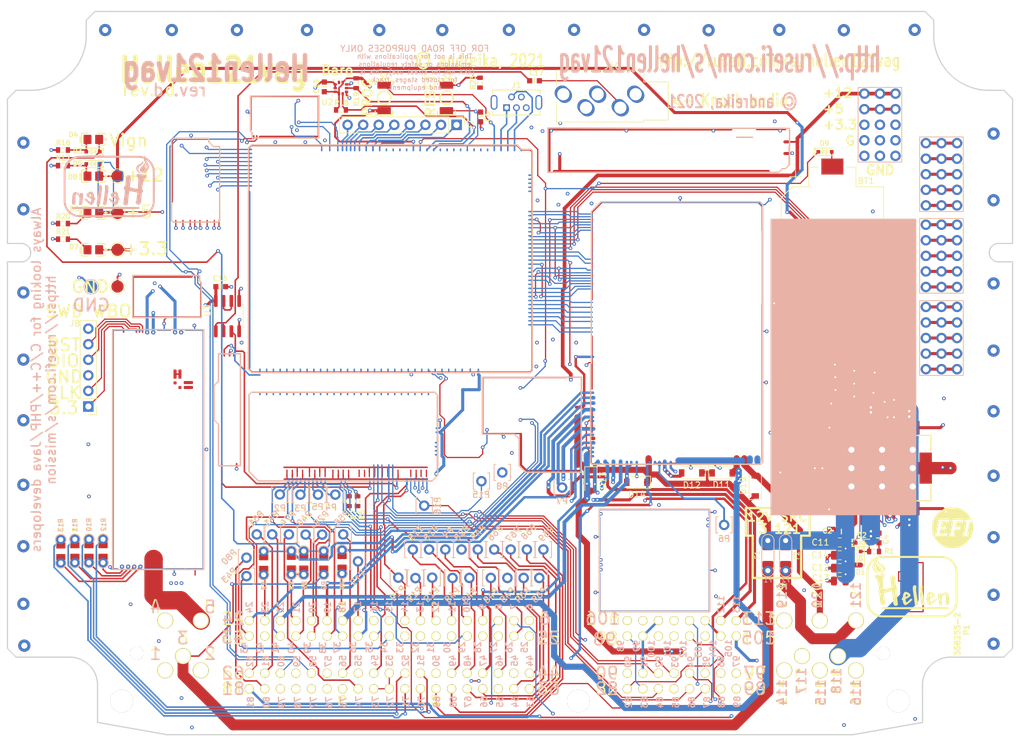
<source format=kicad_pcb>
(kicad_pcb (version 20241229) (generator "pcbnew") (generator_version "9.0")
  (title_block (title "Hellen121vag") (date "2022-10-14") (rev "d") (company "andreika @ rusEFI.com"))
  (layers (0 "F.Cu" signal) (4 "In1.Cu" signal "GND.Cu") (6 "In2.Cu" signal "Power.Cu") (2 "B.Cu" signal) (13 "F.Paste" user) (15 "B.Paste" user) (5 "F.SilkS" user "F.Silkscreen") (7 "B.SilkS" user "B.Silkscreen") (1 "F.Mask" user) (3 "B.Mask" user) (25 "Edge.Cuts" user))
  (net 0 "")
  (net 1 "+5V")
  (net 2 "/CAN_VIO")
  (net 3 "/CAN_TX")
  (net 4 "+12V")
  (net 5 "+3V3")
  (net 6 "/IGN8")
  (net 7 "GND")
  (net 8 "/NRESET")
  (net 9 "/BOOT0")
  (net 10 "/VBUS")
  (net 11 "/USBP")
  (net 12 "/USBM")
  (net 13 "Net-(F1-Pad1)")
  (net 14 "Net-(F2-Pad1)")
  (net 15 "/IN_VIGN")
  (net 16 "/D2")
  (net 17 "/D1")
  (net 18 "/D4")
  (net 19 "/CAN-")
  (net 20 "/D3")
  (net 21 "/OUT_IGN8")
  (net 22 "/IGN1")
  (net 23 "/IGN7")
  (net 24 "/IGN6")
  (net 25 "/IGN3")
  (net 26 "/IGN2")
  (net 27 "GNDA")
  (net 28 "/VIGN")
  (net 29 "/VBAT")
  (net 30 "/IGN4")
  (net 31 "/IGN5")
  (net 32 "/KNOCK1")
  (net 33 "/CRANK")
  (net 34 "/VSS")
  (net 35 "/CAM1")
  (net 36 "/IGN_V5")
  (net 37 "/TPS1")
  (net 38 "/CLT")
  (net 39 "/IAT")
  (net 40 "/MAF")
  (net 41 "/MAP2")
  (net 42 "/A2")
  (net 43 "/A4")
  (net 44 "/TPS2")
  (net 45 "/PPS2")
  (net 46 "/A3")
  (net 47 "/CAM2")
  (net 48 "/OUT_IDLE")
  (net 49 "/PPS1")
  (net 50 "/A1")
  (net 51 "/FUEL_CONSUM")
  (net 52 "/RES2")
  (net 53 "/AFR")
  (net 54 "/IN_CAM1")
  (net 55 "Net-(BT1-Pad1)")
  (net 56 "Net-(C3-Pad1)")
  (net 57 "Net-(D5-Pad2)")
  (net 58 "/IN_VSS")
  (net 59 "/IN_KNOCK1")
  (net 60 "/IN_CRANK")
  (net 61 "/IN_AFR")
  (net 62 "/IN_TPS1")
  (net 63 "/IN_MAF")
  (net 64 "/IN_MAP2")
  (net 65 "/VREF2")
  (net 66 "/IN_CLT")
  (net 67 "/IN_IAT")
  (net 68 "/IN_TPS2")
  (net 69 "/IN_PPS2")
  (net 70 "/IN_A2")
  (net 71 "/IN_A3")
  (net 72 "/IN_CAM2")
  (net 73 "/IN_A4")
  (net 74 "/IN_RES1")
  (net 75 "/IN_PPS1")
  (net 76 "/IN_A1")
  (net 77 "/IN_RES2")
  (net 78 "/IN_KNOCK1_RAW")
  (net 79 "Net-(C4-Pad2)")
  (net 80 "/OUT_VVT2_B1")
  (net 81 "/OUT_VVT2_B2")
  (net 82 "/OUT_FUEL_CONSUM")
  (net 83 "/OUT_VVT1_1")
  (net 84 "/OUT_INJ6")
  (net 85 "/OUT_INJ2")
  (net 86 "/OUT_INJ3")
  (net 87 "/OUT_INJ1")
  (net 88 "/OUT_VVT1_2")
  (net 89 "/OUT_TACH")
  (net 90 "/OUT_INJ4")
  (net 91 "/OUT_INJ5")
  (net 92 "/OUT_INJ8")
  (net 93 "/OUT_INJ7")
  (net 94 "/INJ8")
  (net 95 "/INJ7")
  (net 96 "/INJ6")
  (net 97 "/INJ5")
  (net 98 "/INJ4")
  (net 99 "/INJ3")
  (net 100 "/OUT3")
  (net 101 "/VR_ANALOG")
  (net 102 "/INJ2")
  (net 103 "/INJ1")
  (net 104 "/VVT1_2")
  (net 105 "/VVT1_1")
  (net 106 "/TACH")
  (net 107 "/VVT2_B2")
  (net 108 "/VVT2_B1")
  (net 109 "Net-(C4-Pad1)")
  (net 110 "Net-(C5-Pad2)")
  (net 111 "/WASTEGATE")
  (net 112 "/OUT2")
  (net 113 "/OUT1")
  (net 114 "Net-(P1-Pad10)")
  (net 115 "Net-(P1-Pad11)")
  (net 116 "Net-(P1-Pad12)")
  (net 117 "Net-(P1-Pad13)")
  (net 118 "Net-(P1-Pad17)")
  (net 119 "Net-(P1-Pad20)")
  (net 120 "Net-(P1-Pad21)")
  (net 121 "Net-(P1-Pad23)")
  (net 122 "Net-(P1-Pad28)")
  (net 123 "Net-(P1-Pad37)")
  (net 124 "Net-(P1-Pad40)")
  (net 125 "Net-(D1-Pad1)")
  (net 126 "Net-(P1-Pad41)")
  (net 127 "Net-(P1-Pad43)")
  (net 128 "Net-(P1-Pad44)")
  (net 129 "Net-(P1-Pad45)")
  (net 130 "Net-(P1-Pad46)")
  (net 131 "Net-(P1-Pad48)")
  (net 132 "Net-(P1-Pad49)")
  (net 133 "/CAN+")
  (net 134 "Net-(M10-PadV5)")
  (net 135 "Net-(P1-Pad56)")
  (net 136 "Net-(J8-Pad1)")
  (net 137 "Net-(J8-Pad2)")
  (net 138 "Net-(P1-Pad61)")
  (net 139 "/V12_PERM")
  (net 140 "Net-(P1-Pad63)")
  (net 141 "Net-(P1-Pad64)")
  (net 142 "Net-(P1-Pad66)")
  (net 143 "Net-(P1-Pad67)")
  (net 144 "Net-(P1-Pad68)")
  (net 145 "/OUT_IGN7")
  (net 146 "/OUT_IGN6")
  (net 147 "/OUT_IGN5")
  (net 148 "/OUT_IGN4")
  (net 149 "/OUT_IGN3")
  (net 150 "/OUT_IGN2")
  (net 151 "/OUT_IGN1")
  (net 152 "Net-(P1-Pad9)")
  (net 153 "/CAN_RX")
  (net 154 "+12V_RAW")
  (net 155 "/ETB_EN")
  (net 156 "/IN_D4")
  (net 157 "/IN_D3")
  (net 158 "/IN_D2")
  (net 159 "/IN_D1")
  (net 160 "Net-(P1-Pad69)")
  (net 161 "/LSU_HEAT-")
  (net 162 "/LSU_CALIBR_RES")
  (net 163 "Net-(P1-Pad74)")
  (net 164 "Net-(P1-Pad80)")
  (net 165 "/IGN_V33")
  (net 166 "Net-(G1-Pad14)")
  (net 167 "Net-(G1-Pad13)")
  (net 168 "/LSU_PUMP_I")
  (net 169 "/LSU_SENSOR_U{slash}PUMP_I")
  (net 170 "/LSU_SENSOR_U")
  (net 171 "Net-(P1-Pad51)")
  (net 172 "Net-(P1-Pad52)")
  (net 173 "Net-(P1-Pad70)")
  (net 174 "Net-(P1-Pad71)")
  (net 175 "/IN_CRANK+")
  (net 176 "/IN_CRANK-")
  (net 177 "Net-(G1-Pad12)")
  (net 178 "Net-(G1-Pad10)")
  (net 179 "Net-(G1-Pad1)")
  (net 180 "Net-(G2-Pad10)")
  (net 181 "Net-(G2-Pad14)")
  (net 182 "Net-(G2-Pad13)")
  (net 183 "Net-(G2-Pad12)")
  (net 184 "Net-(G2-Pad1)")
  (net 185 "Net-(J8-Pad4)")
  (net 186 "Net-(J8-Pad5)")
  (net 187 "/+ETB")
  (net 188 "/-ETB")
  (net 189 "+5VA")
  (net 190 "/+ETB_OUT")
  (net 191 "/-ETB_OUT")
  (net 192 "Net-(D3-Pad2)")
  (net 193 "Net-(G5-Pad10)")
  (net 194 "Net-(D6-Pad2)")
  (net 195 "Net-(D7-Pad2)")
  (net 196 "Net-(M10-PadV2)")
  (net 197 "Net-(G5-Pad14)")
  (net 198 "Net-(G5-Pad13)")
  (net 199 "Net-(G5-Pad12)")
  (net 200 "Net-(G5-Pad1)")
  (net 201 "Net-(M10-PadV6)")
  (net 202 "/RES1")
  (net 203 "/OUT_WASTEGATE")
  (net 204 "Net-(C17-Pad2)")
  (net 205 "Net-(C17-Pad1)")
  (net 206 "Net-(U3-Pad6)")
  (net 207 "/RX2")
  (net 208 "/TX2")
  (net 209 "/RX1")
  (net 210 "/TX1")
  (net 211 "/SPI3_MOSI")
  (net 212 "/SPI3_MISO")
  (net 213 "/SPI3_SCK")
  (net 214 "/SPI3_CS")
  (net 215 "/MAIN_RELAY")
  (net 216 "/FUEL_PUMP_RELAY")
  (net 217 "/CHECK_ENGINE")
  (net 218 "/OUT_FUEL_PUMP_RELAY")
  (net 219 "/OUT_CHECK_ENGINE")
  (net 220 "/OUT_MAIN_RELAY")
  (net 221 "Net-(J1-Pad5)")
  (net 222 "/IDLE")
  (net 223 "/THRESHOLD_VR")
  (net 224 "Net-(M9-PadJ2)")
  (net 242 "Net-(R19-Pad2)")
  (net 243 "Net-(R18-Pad2)")
  (net 259 "/VREF1")
  (net 262 "Net-(P6-Pad1)")
  (net 264 "Net-(P8-Pad1)")
  (net 265 "+12V_PROT")
  (net 267 "Net-(P7-Pad1)")
  (net 292 "+5VP")
  (footprint "hellen121vag:368255-2" (layer "F.Cu") (at 60.198 32.893)
    (property "Reference" "P1")
    (property "Value" "368255-2")
  )
  (footprint "hellen-one-mcu-0.7:mcu" (layer "F.Cu") (at 84.912499 51.403623)
    (property "Reference" "M3" (hide yes))
    (property "Value" "Module-mcu-0.7" (hide yes))
  )
  (footprint "Package_SO:SOIC-8_3.9x4.9mm_P1.27mm" (layer "F.Cu") (at 81.6 42.075 90)
    (property "Reference" "U3")
    (property "Value" "MCP6002-xSN")
  )
  (footprint "hellen-one-common:PAD-TH" (layer "F.Cu") (at 90.15 71.176059 180)
    (property "Reference" "P2")
    (property "Value" "Pad" (hide yes))
  )
  (footprint "hellen-one-common:R0603" (layer "F.Cu") (at 188 52.2 180)
    (property "Reference" "R22")
    (property "Value" "10k" (hide yes))
  )
  (footprint "hellen-one-common:C0603" (layer "F.Cu") (at 97.4 4.675 -90)
    (property "Reference" "C15")
    (property "Value" "100n" (hide yes))
  )
  (footprint "hellen-one-common:C0603" (layer "F.Cu") (at 122.9 9.575 90)
    (property "Reference" "C6")
    (property "Value" "100n" (hide yes))
  )
  (footprint "hellen-one-vr-discrete-0.1:vr-discrete" (layer "F.Cu") (at 160.4094 73.4634 180)
    (property "Reference" "M11" (hide yes))
    (property "Value" "Module-vr-discrete-0.1" (hide yes))
  )
  (footprint "hellen-one-common:PROTO_AREA" (layer "F.Cu") (at 195.56 37.325 90)
    (property "Reference" "G5" (hide yes))
    (property "Value" "PROTO_AREA" (hide yes))
  )
  (footprint "hellen-one-can-0.1:can" (layer "F.Cu") (at 85.237502 13.118337)
    (property "Reference" "M1" (hide yes))
    (property "Value" "Module-can-0.1" (hide yes))
  )
  (footprint "hellen-one-common:PAD-TH" (layer "F.Cu") (at 102.9 82.1 180)
    (property "Reference" "P17")
    (property "Value" "Pad" (hide yes))
  )
  (footprint "hellen-one-ign8-0.2:ign8" (layer "F.Cu") (at 72.442387 26.835796)
    (property "Reference" "M7" (hide yes))
    (property "Value" "Module-ign8-0.2" (hide yes))
  )
  (footprint "hellen-one-input-0.1:input" (layer "F.Cu") (at 85.012499 69.079682)
    (property "Reference" "M4" (hide yes))
    (property "Value" "Module-input-0.1" (hide yes))
  )
  (footprint "hellen-one-output-0.3:output" (layer "F.Cu") (at 140.775001 66.3625)
    (property "Reference" "M6" (hide yes))
    (property "Value" "Module-output-0.3" (hide yes))
  )
  (footprint "hellen-one-common:PAD-TH" (layer "F.Cu") (at 96.375 71.201059 180)
    (property "Reference" "P5")
    (property "Value" "Pad" (hide yes))
  )
  (footprint "hellen-one-wbo-0.3:wbo" (layer "F.Cu") (at 62.745 44.17 -90)
    (property "Reference" "M9" (hide yes))
    (property "Value" "Module-wbo-0.3" (hide yes))
  )
  (footprint "hellen-one-common:PAD-TH" (layer "F.Cu") (at 86.375 77.7)
    (property "Reference" "P61")
    (property "Value" "Pad" (hide yes))
  )
  (footprint "hellen-one-common:PAD-TH" (layer "F.Cu") (at 122.4448 80.1624 180)
    (property "Reference" "P44")
    (property "Value" "Pad" (hide yes))
  )
  (footprint "hellen-one-common:PAD-TH" (layer "F.Cu") (at 113.7 73)
    (property "Reference" "P16")
    (property "Value" "Pad" (hide yes))
  )
  (footprint "hellen-one-common:LED-0805" (layer "F.Cu") (at 59.711979 19.25)
    (property "Reference" "D8")
    (property "Value" "LED-GREEN-0805" (hide yes))
  )
  (footprint "hellen-one-common:PAD-TH" (layer "F.Cu") (at 162.6362 76.1492 180)
    (property "Reference" "P6")
    (property "Value" "Pad" (hide yes))
  )
  (footprint "hellen-one-common:PAD-TH" (layer "F.Cu") (at 125.1198 80.1624 180)
    (property "Reference" "P66")
    (property "Value" "Pad" (hide yes))
  )
  (footprint "hellen-one-common:PAD-TH" (layer "F.Cu") (at 115 84.75 180)
    (property "Reference" "P12")
    (property "Value" "Pad" (hide yes))
  )
  (footprint "hellen-one-common:PAD-TH" (layer "F.Cu") (at 112.275 84.825 180)
    (property "Reference" "P13")
    (property "Value" "Pad" (hide yes))
  )
  (footprint "hellen-one-common:PAD-0805-PAD" (layer "F.Cu") (at 54.4 80.45 -90)
    (property "Reference" "R13")
    (property "Value" "Jumper-Pad-Pad" (hide yes))
  )
  (footprint "hellen-one-common:PROTO_AREA" (layer "F.Cu") (at 195.56 24.015 90)
    (property "Reference" "G2" (hide yes))
    (property "Value" "PROTO_AREA" (hide yes))
  )
  (footprint "hellen-one-common:PAD-0805-PAD" (layer "F.Cu") (at 100.3 82.175 90)
    (property "Reference" "R4")
    (property "Value" "Jumper-Pad-Pad" (hide yes))
  )
  (footprint "hellen-one-common:PAD-TH" (layer "F.Cu") (at 132.475 84.8 180)
    (property "Reference" "P63")
    (property "Value" "Pad" (hide yes))
  )
  (footprint "hellen-one-common:PAD-TH" (layer "F.Cu") (at 99.2 71.201059 180)
    (property "Reference" "P4")
    (property "Value" "Pad" (hide yes))
  )
  (footprint "hellen-one-common:R0603" (layer "F.Cu") (at 54.762 14.975 180)
    (property "Reference" "R16")
    (property "Value" "5.1k" (hide yes))
  )
  (footprint "hellen-one-common:C0603" (layer "F.Cu") (at 189.607 56.782837 180)
    (property "Reference" "C5")
    (property "Value" "5.6n" (hide yes))
  )
  (footprint "Capacitor_SMD:C_0805_2012Metric" (layer "F.Cu") (at 181.512 79)
    (property "Reference" "C11")
    (property "Value" "10u")
  )
  (footprint "hellen-one-knock-0.1:knock" (layer "F.Cu") (at 83.812524 66.598425 90)
    (property "Reference" "M5" (hide yes))
    (property "Value" "Module-knock-0.1" (hide yes))
  )
  (footprint "hellen-one-common:PAD-TH" (layer "F.Cu") (at 119.7948 80.1624 180)
    (property "Reference" "P28")
    (property "Value" "Pad" (hide yes))
  )
  (footprint "hellen-one-common:PAD-TH" (layer "F.Cu") (at 91.625 77.7)
    (property "Reference" "P74")
    (property "Value" "Pad" (hide yes))
  )
  (footprint "hellen-one-common:LOGO" (layer "F.Cu") (at 193.6 86.3)
    (property "Reference" "G6" (hide yes))
    (property "Value" "LOGO" (hide yes))
  )
  (footprint "hellen-one-common:PAD-0805-PAD" (layer "F.Cu") (at 94.05 82.325 -90)
    (property "Reference" "R8")
    (property "Value" "Jumper-Pad-Pad" (hide yes))
  )
  (footprint "hellen-one-common:PAD-1206-PAD" (layer "F.Cu") (at 169.775 81.15 90)
    (property "Reference" "F1")
    (property "Value" "Fuse-Pad-Pad" (hide yes))
  )
  (footprint "rusefi_lib:LOGO" (layer "F.Cu") (at 199.925 76.65)
    (property "Reference" "G7" (hide yes))
    (property "Value" "LOGO" (hide yes))
  )
  (footprint "Diode_SMD:D_SOD-123" (layer "F.Cu") (at 167.7162 69.7738 90)
    (property "Reference" "D10")
    (property "Value" "B5819W")
  )
  (footprint "TestPoint:TestPoint_Pad_D2.0mm" (layer "F.Cu") (at 63.662 19.25)
    (property "Reference" "J2" (hide yes))
    (property "Value" "Conn_01x01")
  )
  (footprint "hellen-one-common:SO20POWER" (layer "F.Cu") (at 188.407 66.882837)
    (property "Reference" "U1")
    (property "Value" "L6205PD")
  )
  (footprint "hellen-one-common:R0603" (layer "F.Cu") (at 54.762 29.525 180)
    (property "Reference" "R21")
    (property "Value" "750" (hide yes))
  )
  (footprint "hellen-one-can-0.1:can" (layer "F.Cu") (at 77.425 35.35 180)
    (property "Reference" "M10" (hide yes))
    (property "Value" "Module-can-0.1" (hide yes))
  )
  (footprint "hellen-one-common:LED-0805" (layer "F.Cu") (at 59.711979 13.25)
    (property "Reference" "D4")
    (property "Value" "LED-GREEN-0805" (hide yes))
  )
  (footprint "hellen-one-common:C0603" (layer "F.Cu") (at 80.5 37.275 180)
    (property "Reference" "C16")
    (property "Value" "100n" (hide yes))
  )
  (footprint "hellen-one-common:SMD-2_2.9x3.9x1.7" (layer "F.Cu") (at 107.162 6.475 -90)
    (property "Reference" "S1")
    (property "Value" "Button_SPST" (hide yes))
  )
  (footprint "hellen-one-common:PAD-TH" (layer "F.Cu") (at 127.8128 80.1624 180)
    (property "Reference" "P67")
    (property "Value" "Pad" (hide yes))
  )
  (footprint "Battery:BatteryHolder_Keystone_1060_1x2032" (layer "F.Cu") (at 180.3 32.325 -90)
    (property "Reference" "BT1")
    (property "Value" "BATTERY_CR2032")
  )
  (footprint "hellen-one-common:PAD-TH" (layer "F.Cu") (at 117.1448 80.1624 180)
    (property "Reference" "P9")
    (property "Value" "Pad" (hide yes))
  )
  (footprint "hellen-one-common:R0603" (layer "F.Cu") (at 188.807 54.582837 -90)
    (property "Reference" "R5")
    (property "Value" "100k" (hide yes))
  )
  (footprint "hellen-one-common:PAD-TH" (layer "F.Cu") (at 136.2 70.05 180)
    (property "Reference" "P7")
    (property "Value" "Pad" (hide yes))
  )
  (footprint "Package_LGA:ST_HLGA-10_2.5x2.5mm_P0.6mm_LayoutBorder3x2y" (layer "F.Cu") (at 100.1 4.875 90)
    (property "Reference" "U2")
    (property "Value" "LPS25HB")
  )
  (footprint "hellen-one-common:SOD-323" (layer "F.Cu") (at 59.662 17.25 180)
    (property "Reference" "D5")
    (property "Value" "1N4148WS" (hide yes))
  )
  (footprint "hellen-one-common:PAD-TH" (layer "F.Cu") (at 118.325 84.8 180)
    (property "Reference" "P49")
    (property "Value" "Pad" (hide yes))
  )
  (footprint "hellen-one-common:R0603" (layer "F.Cu") (at 100.124986 8.434999)
    (property "Reference" "R18")
    (property "Value" "4.7k" (hide yes))
  )
  (footprint "hellen-one-common:PAD-0805-PAD" (layer "F.Cu") (at 59 80.4 -90)
    (property "Reference" "R10")
    (property "Value" "Jumper-Pad-Pad" (hide yes))
  )
  (footprint "hellen-one-common:SOD-323" (layer "F.Cu") (at 59.662 15.25 180)
    (property "Reference" "D3")
    (property "Value" "1N4148WS" (hide yes))
  )
  (footprint "hellen-one-common:PAD-TH" (layer "F.Cu") (at 109.475 84.75 180)
    (property "Reference" "P14")
    (property "Value" "Pad" (hide yes))
  )
  (footprint "hellen-one-common:PAD-0805-PAD" (layer "F.Cu") (at 97.3 82.325 90)
    (property "Reference" "R9")
    (property "Value" "Jumper-Pad-Pad" (hide yes))
  )
  (footprint "Capacitor_SMD:C_0805_2012Metric" (layer "F.Cu") (at 182.912 52.096)
    (property "Reference" "C8")
    (property "Value" "10u")
  )
  (footprint "hellen-one-common:PAD-TH" (layer "F.Cu") (at 100.4824 77.6986)
    (property "Reference" "P56")
    (property "Value" "Pad" (hide yes))
  )
  (footprint "hellen-one-common:PAD-TH" (layer "F.Cu") (at 114.4948 80.1624 180)
    (property "Reference" "P10")
    (property "Value" "Pad" (hide yes))
  )
  (footprint "hellen-one-common:SOD-323" (layer "F.Cu") (at 179.1 15.275)
    (property "Reference" "D9")
    (property "Value" "1N4148WS" (hide yes))
  )
  (footprint "hellen-one-common:PAD-TH" (layer "F.Cu") (at 129.925 84.8 180)
    (property "Reference" "P64")
    (property "Value" "Pad" (hide yes))
  )
  (footprint "hellen-one-common:PAD-TH" (layer "F.Cu") (at 133.1468 80.1624 180)
    (property "Reference" "P69")
    (property "Value" "Pad" (hide yes))
  )
  (footprint "hellen-one-common:R0603" (layer "F.Cu") (at 102.825 72.276059 -90)
    (property "Reference" "R6")
    (property "Value" "2.7k" (hide yes))
  )
  (footprint "hellen-one-common:PAD-TH" (layer "F.Cu") (at 84.7 81.5)
    (property "Reference" "P80")
    (property "Value" "Pad" (hide yes))
  )
  (footprint "hellen-one-common:R0603" (layer "F.Cu") (at 102.6 4.075 -90)
    (property "Reference" "R19")
    (property "Value" "4.7k" (hide yes))
  )
  (footprint "Diode_SMD:D_SOD-123" (layer "F.Cu") (at 157.353 67.6656 180)
    (property "Reference" "D12")
    (property "Value" "B5819W")
  )
  (footprint "Connector_PinHeader_2.54mm:PinHeader_1x06_P2.54mm_Vertical" (layer "F.Cu") (at 58.9 56.825 180)
    (property "Reference" "J8")
    (property "Value" "Conn_01x06")
  )
  (footprint "Diode_SMD:D_SOD-123" (layer "F.Cu") (at 162.3314 67.6656)
    (property "Reference" "D11")
    (property "Value" "B5819W")
  )
  (footprint "Capacitor_SMD:C_0805_2012Metric" (layer "F.Cu") (at 186.4 50 180)
    (property "Reference" "C10")
    (property "Value" "10u")
  )
  (footprint "hellen-one-common:PROTO_AREA" (layer "F.Cu") (at 190.6 5.775 -90)
    (property "Reference" "G3" (hide yes))
    (property "Value" "PROTO_AREA" (hide yes))
  )
  (footprint "hellen-one-common:PAD-TH" (layer "F.Cu") (at 93.5 71.2 180)
    (property "Reference" "P3")
    (property "Value" "Pad" (hide yes))
  )
  (footprint "hellen-one-common:PAD-0805-PAD" (layer "F.Cu") (at 92.025 82.305 90)
    (property "Reference" "R2")
    (property "Value" "Jumper-Pad-Pad" (hide yes))
  )
  (footprint "hellen-one-common:PAD-TH" (layer "F.Cu") (at 88.9 77.7)
    (property "Reference" "P41")
    (property "Value" "Pad" (hide yes))
  )
  (footprint "Diode_SMD:D_SOD-123" (layer "F.Cu") (at 148.4 69.2 180)
    (property "Reference" "D14")
    (property "Value" "B5819W")
  )
  (footprint "hellen-one-common:PAD-0805-PAD" (layer "F.Cu") (at 61.3 80.399979 -90)
    (property "Reference" "R12")
    (property "Value" "Jumper-Pad-Pad" (hide yes))
  )
  (footprint "hellen-one-common:PAD-1206-PAD" (layer "F.Cu") (at 172.675 81.15 90)
    (property "Reference" "F2")
    (property "Value" "Fuse-Pad-Pad" (hide yes))
  )
  (footprint "Capacitor_SMD:C_0805_2012Metric" (layer "F.Cu") (at 181.512 81.1)
    (property "Reference" "C14")
    (property "Value" "10u")
  )
  (footprint "TestPoint:TestPoint_Pad_D2.0mm" (layer "F.Cu") (at 63.662 31.25)
    (property "Reference" "J4" (hide yes))
    (property "Value" "Conn_01x01")
  )
  (footprint "hellen-one-common:C0603" (layer "F.Cu") (at 186.207 55.582837 180)
    (property "Reference" "C3")
    (property "Value" "220n" (hide yes))
  )
  (footprint "hellen-one-common:C0603" (layer "F.Cu") (at 181.771999 77.2)
    (property "Reference" "C2")
    (property "Value" "100n" (hide yes))
  )
  (footprint "hellen-one-common:PROTO_AREA" (layer "F.Cu") (at 195.56 50.735 90)
    (property "Reference" "G1" (hide yes))
    (property "Value" "PROTO_AREA" (hide yes))
  )
  (footprint "hellen-one-common:PAD-TH" (layer "F.Cu") (at 123.0376 69.0118)
    (property "Reference" "P15")
    (property "Value" "Pad" (hide yes))
  )
  (footprint "Capacitor_SMD:C_0805_2012Metric" (layer "F.Cu") (at 181.512 83.2)
    (property "Reference" "C12")
    (property "Value" "10u")
  )
  (footprint "hellen-one-common:Jack_3.5mm_PJ-3250-5A" (layer "F.Cu") (at 144.4 6.175 -90)
    (property "Reference" "J10")
    (property "Value" "AudioJack_THR")
  )
  (footprint "Capacitor_SMD:C_0805_2012Metric" (layer "F.Cu") (at 182.912 49.9872)
    (property "Reference" "C7")
    (property "Value" "10u")
  )
  (footprint "hellen-one-common:PAD-TH" (layer "F.Cu") (at 124.575 84.8 180)
    (property "Reference" "P46")
    (property "Value" "Pad" (hide yes))
  )
  (footprint "hellen-one-common:PAD-TH" (layer "F.Cu") (at 97.05 77.725)
    (property "Reference" "P20")
    (property "Value" "Pad" (hide yes))
  )
  (footprint "hellen-one-common:PAD-TH" (layer "F.Cu") (at 94.35 77.725)
    (property "Reference" "P40")
    (property "Value" "Pad" (hide yes))
  )
  (footprint "Capacitor_SMD:C_0805_2012Metric" (layer "F.Cu") (at 182.912 54.196)
    (property "Reference" "C9")
    (property "Value" "10u")
  )
  (footprint "hellen-one-common:R0603" (layer "F.Cu") (at 54.762 26.975 180)
    (property "Reference" "R20")
    (property "Value" "1.6k" (hide yes))
  )
  (footprint "Connector_PinHeader_2.54mm:PinHeader_1x08_P2.54mm_Vertical" (layer "F.Cu") (at 118.98 10.875 -90)
    (property "Reference" "J7")
    (property "Value" "Conn_01x08")
  )
  (footprint "hellen-one-common:PAD-TH" (layer "F.Cu") (at 130.4544 80.1624 180)
    (property "Reference" "P68")
    (property "Value" "Pad" (hide yes))
  )
  (footprint "hellen-one-power5-0.2:power5" (layer "F.Cu") (at 133.7875 18.725)
    (property "Reference" "M2" (hide yes))
    (property "Value" "Module-power5-0.2" (hide yes))
  )
  (footprint "hellen-one-common:R0603" (layer "F.Cu") (at 54.762 17.525 180)
    (property "Reference" "R17")
    (property "Value" "5.1k" (hide yes))
  )
  (footprint "hellen-one-common:PAD-0805-PAD" (layer "F.Cu") (at 87.5 82.37 -90)
    (property "Reference" "R3")
    (property "Value" "Jumper-Pad-Pad" (hide yes))
  )
  (footprint "hellen-one-common:SMD-2_2.9x3.9x1.7" (layer "F.Cu") (at 117.325 6.475 90)
    (property "Reference" "S2")
    (property "Value" "Button_SPST" (hide yes))
  )
  (footprint "hellen-one-common:PAD-TH" (layer "F.Cu") (at 126.4412 67.5894 180)
    (property "Reference" "P8")
    (property "Value" "Pad" (hide yes))
  )
  (footprint "hellen-one-common:LED-0805" (layer "F.Cu") (at 59.711979 31.25)
    (property "Reference" "D7")
    (property "Value" "LED-GREEN-0805" (hide yes))
  )
  (footprint "hellen-one-common:PAD-TH" (layer "F.Cu") (at 121.075 84.8 180)
    (property "Reference" "P48")
    (property "Value" "Pad" (hide yes))
  )
  (footprint "Capacitor_SMD:C_0805_2012Metric" (layer "F.Cu") (at 181.512 85.3)
    (property "Reference" "C13")
    (property "Value" "10u")
  )
  (footprint "TestPoint:TestPoint_Pad_D2.0mm" (layer "F.Cu") (at 63.662 25.25)
    (property "Reference" "J3" (hide yes))
    (property "Value" "Conn_01x01")
  )
  (footprint "hellen-one-common:PAD-TH" (layer "F.Cu") (at 127.275 84.8 180)
    (property "Reference" "P45")
    (property "Value" "Pad" (hide yes))
  )
  (footprint "hellen-one-common:R0603" (layer "F.Cu") (at 187.107 80.486837)
    (property "Reference" "R1")
    (property "Value" "100" (hide yes))
  )
  (footprint "hellen-one-common:SOD-323" (layer "F.Cu") (at 185.207 79.086837)
    (property "Reference" "D2")
    (property "Value" "1N4148WS" (hide yes))
  )
  (footprint "hellen-one-common:LED-0805" (layer "F.Cu") (at 59.711979 25.25)
    (property "Reference" "D6")
    (property "Value" "LED-GREEN-0805" (hide yes))
  )
  (footprint "hellen-one-common:C0603" (layer "F.Cu") (at 131.7 3.675 180)
    (property "Reference" "C17")
    (property "Value" "10u" (hide yes))
  )
  (footprint "hellen-one-common:SOD-323" (layer "F.Cu") (at 184.907 81.586837 -90)
    (property "Reference" "D1")
    (property "Value" "1N4148WS" (hide yes))
  )
  (footprint "hellen-one-common:C0603" (layer "F.Cu") (at 187.907 78.276838 -90)
    (property "Reference" "C4")
    (property "Value" "10n" (hide yes))
  )
  (footprint "hellen-one-common:USB-MINI-B-VERTICAL" (layer "F.Cu") (at 128.75 7.2)
    (property "Reference" "J1")
    (property "Value" "USB_B_Mini")
  )
  (footprint "hellen-one-common:PAD-TH" (layer "F.Cu") (at 111.8448 80.1624 180)
    (property "Reference" "P11")
    (property "Value" "Pad" (hide yes))
  )
  (footprint "hellen-one-common:C0603" (layer "F.Cu") (at 183.009999 56.296)
    (property "Reference" "C1")
    (property "Value" "100n" (hide yes))
  )
  (footprint "TestPoint:TestPoint_Pad_D2.0mm" (layer "F.Cu") (at 63.662 37.25)
    (property "Reference" "J5" (hide yes))
    (property "Value" "Conn_01x01")
  )
  (footprint "Diode_SMD:D_SOD-123" (layer "F.Cu") (at 140.9 68.9 -90)
    (property "Reference" "D13")
    (property "Value" "B5819W")
  )
  (footprint "hellen-one-common:R0603" (layer "F.Cu") (at 122.809 3.9878 90)
    (property "Reference" "R23")
    (property "Value" "0" (hide yes))
  )
  (footprint "hellen-one-common:R0603" (layer "F.Cu") (at 101.425 72.276059 -90)
    (property "Reference" "R7")
    (property "Value" "2.7k" (hide yes))
  )
  (footprint "hellen-one-common:PAD-TH" (layer "F.Cu") (at 84.7 84.5)
    (property "Reference" "P43")
    (property "Value" "Pad" (hide yes))
  )
  (footprint "hellen-one-power12-0.2:power12" (layer "F.Cu") (at 123.065985 67.662891)
    (property "Reference" "M8" (hide yes))
    (property "Value" "Module-power12-0.2" (hide yes))
  )
  (footprint "hellen-one-common:PAD-0805-PAD" (layer "F.Cu") (at 56.7 80.4 -90)
    (property "Reference" "R11")
    (property "Value" "Jumper-Pad-Pad" (hide yes))
  )
  (footprint "TestPoint:TestPoint_Pad_D2.0mm" (layer "B.Cu") (at 59.362 37.296 180)
    (property "Reference" "J6" (hide yes))
    (property "Value" "Conn_01x01")
  )
  (footprint "hellen-one-common:LOGO" (layer "B.Cu") (at 62 21 180)
    (property "Reference" "G***" (hide yes))
    (property "Value" "LOGO" (hide yes))
  )
  (footprint "rusefi_lib:Off_Road_Disclaimer" (layer "B.Cu") (at 111.75 0.275 180)
    (property "Reference" "G4" (hide yes))
    (property "Value" "DISCLAIMER" (hide yes))
  )
  (gr_line (start 175.2 84.8) (end 175.2 77.9) (stroke (width 0.381)) (layer "F.SilkS"))
  (gr_line (start 166.2 77.9) (end 167.3 77.9) (stroke (width 0.381)) (layer "F.SilkS"))
  (gr_line (start 176.6 73.4) (end 166.2 73.4) (stroke (width 0.381)) (layer "F.SilkS"))
  (gr_line (start 167.3 77.9) (end 167.3 84.8) (stroke (width 0.381)) (layer "F.SilkS"))
  (gr_line (start 166.2 73.4) (end 166.2 77.9) (stroke (width 0.381)) (layer "F.SilkS"))
  (gr_line (start 167.3 84.8) (end 175.2 84.8) (stroke (width 0.381)) (layer "F.SilkS"))
  (gr_line (start 176.6 77.9) (end 176.6 73.4) (stroke (width 0.381)) (layer "F.SilkS"))
  (gr_line (start 175.2 77.9) (end 176.6 77.9) (stroke (width 0.381)) (layer "F.SilkS"))
  (gr_rect (start 170.4 26.375) (end 193.8 74.375) (stroke (width 0.381)) (fill yes) (layer "B.SilkS"))
  (gr_line (start 183.66 110.375) (end 195.0152 108.375) (stroke (width 0.2)) (layer "Edge.Cuts"))
  (gr_line (start 58.56 -3.765) (end 58.56 -6.210787) (stroke (width 0.2)) (layer "Edge.Cuts"))
  (gr_arc (start 48 30.225) (mid 49.500167 31.725) (end 48 33.225) (stroke (width 0.2)) (layer "Edge.Cuts"))
  (gr_arc (start 205.84 5.234999) (mid 199.476039 2.59896) (end 196.84 -3.765001) (stroke (width 0.2)) (layer "Edge.Cuts"))
  (gr_line (start 60.4 108.375) (end 60.4 102.166999) (stroke (width 0.2)) (layer "Edge.Cuts"))
  (gr_arc (start 55.9 97.724998) (mid 59.048191 99.03608) (end 60.4 102.166999) (stroke (width 0.2)) (layer "Edge.Cuts"))
  (gr_line (start 207.4 30.224999) (end 209.7 30.224999) (stroke (width 0.2)) (layer "Edge.Cuts"))
  (gr_arc (start 195 102.286999) (mid 196.347196 99.054368) (end 199.5872 97.725) (stroke (width 0.2)) (layer "Edge.Cuts"))
  (gr_line (start 45.7 96.310786) (end 45.7 33.225) (stroke (width 0.2)) (layer "Edge.Cuts"))
  (gr_line (start 49.56 5.235) (end 47.114214 5.235) (stroke (width 0.2)) (layer "Edge.Cuts"))
  (gr_line (start 195.425787 -7.625001) (end 59.974214 -7.625) (stroke (width 0.2)) (layer "Edge.Cuts"))
  (gr_line (start 208.285787 97.725) (end 199.5872 97.725) (stroke (width 0.2)) (layer "Edge.Cuts"))
  (gr_line (start 48 33.225) (end 45.7 33.225) (stroke (width 0.2)) (layer "Edge.Cuts"))
  (gr_line (start 195.0152 108.375) (end 195 102.286999) (stroke (width 0.2)) (layer "Edge.Cuts"))
  (gr_line (start 183.66 110.375) (end 71.74 110.375) (stroke (width 0.2)) (layer "Edge.Cuts"))
  (gr_line (start 209.7 96.310786) (end 209.7 33.224999) (stroke (width 0.2)) (layer "Edge.Cuts"))
  (gr_line (start 58.56 -6.210787) (end 59.974214 -7.625) (stroke (width 0.2)) (layer "Edge.Cuts"))
  (gr_line (start 209.7 30.224999) (end 209.7 6.649213) (stroke (width 0.2)) (layer "Edge.Cuts"))
  (gr_line (start 196.84 -6.210787) (end 195.425787 -7.625) (stroke (width 0.2)) (layer "Edge.Cuts"))
  (gr_line (start 48 30.225) (end 45.7 30.225) (stroke (width 0.2)) (layer "Edge.Cuts"))
  (gr_line (start 71.74 110.375) (end 60.4 108.375) (stroke (width 0.2)) (layer "Edge.Cuts"))
  (gr_line (start 209.700001 6.649213) (end 208.285787 5.234999) (stroke (width 0.2)) (layer "Edge.Cuts"))
  (gr_line (start 205.84 5.234999) (end 208.285787 5.234999) (stroke (width 0.2)) (layer "Edge.Cuts"))
  (gr_line (start 207.4 33.224999) (end 209.7 33.224999) (stroke (width 0.2)) (layer "Edge.Cuts"))
  (gr_line (start 209.7 96.310786) (end 208.285787 97.724999) (stroke (width 0.2)) (layer "Edge.Cuts"))
  (gr_arc (start 58.56 -3.765) (mid 55.923961 2.598961) (end 49.56 5.235) (stroke (width 0.2)) (layer "Edge.Cuts"))
  (gr_line (start 45.7 6.649213) (end 47.114214 5.235) (stroke (width 0.2)) (layer "Edge.Cuts"))
  (gr_line (start 196.84 -3.765001) (end 196.84 -6.210787) (stroke (width 0.2)) (layer "Edge.Cuts"))
  (gr_arc (start 207.4 33.224999) (mid 205.9 31.724999) (end 207.4 30.224999) (stroke (width 0.2)) (layer "Edge.Cuts"))
  (gr_line (start 45.7 30.224999) (end 45.7 6.649213) (stroke (width 0.2)) (layer "Edge.Cuts"))
  (gr_line (start 45.7 96.310786) (end 47.114214 97.724999) (stroke (width 0.2)) (layer "Edge.Cuts"))
  (gr_line (start 47.114214 97.725) (end 55.9 97.725) (stroke (width 0.2)) (layer "Edge.Cuts"))
  (gr_text "106" (at 142.875 91.44 0) (layer "F.SilkS") (effects (font (size 2 2) (thickness 0.25))))
  (gr_text "4" (at 69.85 89.535 0) (layer "F.SilkS") (effects (font (size 2 2) (thickness 0.25))))
  (gr_text "5" (at 78.74 89.535 0) (layer "F.SilkS") (effects (font (size 2 2) (thickness 0.25))))
  (gr_text "2" (at 78.74 97.155 0) (layer "F.SilkS") (effects (font (size 2 2) (thickness 0.25))))
  (gr_text "+3.3" (at 68.262 31.096 0) (layer "F.SilkS") (effects (font (size 2 2) (thickness 0.3))))
  (gr_text "http://rusefi.com/s/hellen121vag" (at 171.4 0.375 0) (layer "F.SilkS") (effects (font (size 2.032 1.524) (thickness 0.3048))))
  (gr_text "117" (at 175.26 101.6 90) (layer "F.SilkS") (effects (font (size 1.5 1.5) (thickness 0.25))))
  (gr_text "121" (at 184.15 87.63 90) (layer "F.SilkS") (effects (font (size 1.5 1.5) (thickness 0.25))))
  (gr_text "+12" (at 181.16 5.655 0) (layer "F.SilkS") (effects (font (size 1.524 1.524) (thickness 0.3048))))
  (gr_text "Hellen121vag" (at 79.3496 1.9304 0) (layer "F.SilkS") (effects (font (size 4 3) (thickness 0.75))))
  (gr_text "75" (at 100.33 104.775 90) (layer "F.SilkS") (effects (font (size 1 1) (thickness 0.2))))
  (gr_text "+12" (at 68.062 19.096 0) (layer "F.SilkS") (effects (font (size 2 2) (thickness 0.3))))
  (gr_text "69" (at 115.57 104.775 90) (layer "F.SilkS") (effects (font (size 1 1) (thickness 0.2))))
  (gr_text "25" (at 133.985 94.615 0) (layer "F.SilkS") (effects (font (size 2 2) (thickness 0.25))))
  (gr_text "115" (at 178.435 103.505 90) (layer "F.SilkS") (effects (font (size 1.5 1.5) (thickness 0.25))))
  (gr_text "43" (at 82.55 94.615 0) (layer "F.SilkS") (effects (font (size 2 2) (thickness 0.25))))
  (gr_text "GND" (at 188.1 18.275 0) (layer "F.SilkS") (effects (font (size 1.524 1.524) (thickness 0.3048))))
  (gr_text "18" (at 100.33 89.535 90) (layer "F.SilkS") (effects (font (size 1 1) (thickness 0.2))))
  (gr_text "DIO" (at 54.9 49.375 0) (layer "F.SilkS") (effects (font (size 2 2) (thickness 0.3))))
  (gr_text "97" (at 167.64 100.33 0) (layer "F.SilkS") (effects (font (size 2 2) (thickness 0.25))))
  (gr_text "GND" (at 59.2 37.275 0) (layer "F.SilkS") (effects (font (size 2 2) (thickness 0.3))))
  (gr_text "RESET" (at 114.7 6.075 90) (layer "F.SilkS") (effects (font (size 1.5 1.524) (thickness 0.3048))))
  (gr_text "24" (at 82.55 91.44 0) (layer "F.SilkS") (effects (font (size 2 2) (thickness 0.25))))
  (gr_text "98" (at 143.51 94.615 0) (layer "F.SilkS") (effects (font (size 2 2) (thickness 0.25))))
  (gr_text "© andreika, 2021" (at 122.825 0.375 0) (layer "F.SilkS") (effects (font (size 2.032 1.524) (thickness 0.3048))))
  (gr_text "121" (at 173 76.8 0) (layer "F.SilkS") (effects (font (size 1.524 1.524) (thickness 0.3048))))
  (gr_text "118" (at 180.975 101.6 90) (layer "F.SilkS") (effects (font (size 1.5 1.5) (thickness 0.25))))
  (gr_text "SWD WBO" (at 58.9 41.275 0) (layer "F.SilkS") (effects (font (size 2 2) (thickness 0.3))))
  (gr_text "PROG" (at 104.449498 6.406663 90) (layer "F.SilkS") (effects (font (size 1.5 1.524) (thickness 0.3048))))
  (gr_text "1" (at 69.85 97.155 0) (layer "F.SilkS") (effects (font (size 2 2) (thickness 0.25))))
  (gr_text "81" (at 82.55 102.87 0) (layer "F.SilkS") (effects (font (size 2 2) (thickness 0.25))))
  (gr_text "CLK" (at 54.9 54.575 0) (layer "F.SilkS") (effects (font (size 2 2) (thickness 0.3))))
  (gr_text "Vign" (at 65.462 13.396 0) (layer "F.SilkS") (effects (font (size 2 2) (thickness 0.3))))
  (gr_text "119" (at 172.085 87.63 90) (layer "F.SilkS") (effects (font (size 1.5 1.5) (thickness 0.25))))
  (gr_text "44" (at 133.985 100.33 0) (layer "F.SilkS") (effects (font (size 2 2) (thickness 0.25))))
  (gr_text "+5" (at 180.46 8.255 0) (layer "F.SilkS") (effects (font (size 1.524 1.524) (thickness 0.3048))))
  (gr_text "82" (at 143.51 102.87 0) (layer "F.SilkS") (effects (font (size 2 2) (thickness 0.25))))
  (gr_text "3" (at 74.295 94.615 0) (layer "F.SilkS") (effects (font (size 2 2) (thickness 0.25))))
  (gr_text "89" (at 167.64 102.87 0) (layer "F.SilkS") (effects (font (size 2 2) (thickness 0.25))))
  (gr_text "+5" (at 67.162 25.096 0) (layer "F.SilkS") (effects (font (size 2 2) (thickness 0.3))))
  (gr_text "<- Knock audio" (at 163.5 6.875 0) (layer "F.SilkS") (effects (font (size 2.032 1.524) (thickness 0.3048))))
  (gr_text "63" (at 133.985 102.87 0) (layer "F.SilkS") (effects (font (size 2 2) (thickness 0.25))))
  (gr_text "+3.3" (at 181.56 10.855 0) (layer "F.SilkS") (effects (font (size 1.524 1.524) (thickness 0.3048))))
  (gr_text "G" (at 183.2 13.475 0) (layer "F.SilkS") (effects (font (size 1.524 1.524) (thickness 0.3048))))
  (gr_text "114" (at 172.085 103.505 90) (layer "F.SilkS") (effects (font (size 1.5 1.5) (thickness 0.25))))
  (gr_text "rev. d" (at 68.7578 5.1562 0) (layer "F.SilkS") (effects (font (size 2 2) (thickness 0.3))))
  (gr_text "120" (at 177.8 87.63 90) (layer "F.SilkS") (effects (font (size 1.5 1.5) (thickness 0.25))))
  (gr_text "6" (at 133.35 91.44 0) (layer "F.SilkS") (effects (font (size 2 2) (thickness 0.25))))
  (gr_text "90" (at 143.51 100.33 0) (layer "F.SilkS") (effects (font (size 2 2) (thickness 0.25))))
  (gr_text "113" (at 168.275 91.44 0) (layer "F.SilkS") (effects (font (size 2 2) (thickness 0.25))))
  (gr_text "RST" (at 54.9 46.775 0) (layer "F.SilkS") (effects (font (size 2 2) (thickness 0.3))))
  (gr_text "Baro" (at 99.525 1.95 0) (layer "F.SilkS") (effects (font (size 1.524 1.524) (thickness 0.3048))))
  (gr_text "3" (at 169 76.8 0) (layer "F.SilkS") (effects (font (size 1.524 1.524) (thickness 0.3048))))
  (gr_text "62" (at 82.55 100.33 0) (layer "F.SilkS") (effects (font (size 2 2) (thickness 0.25))))
  (gr_text "105" (at 168.275 94.615 0) (layer "F.SilkS") (effects (font (size 2 2) (thickness 0.25))))
  (gr_text "12V SRC" (at 171.3 74.8 0) (layer "F.SilkS") (effects (font (size 1.524 1.524) (thickness 0.3048))))
  (gr_text "116" (at 184.15 103.505 90) (layer "F.SilkS") (effects (font (size 1.5 1.5) (thickness 0.25))))
  (gr_text "3.3" (at 54.9 57.075 0) (layer "F.SilkS") (effects (font (size 2 2) (thickness 0.3))))
  (gr_text "12" (at 115.57 89.535 90) (layer "F.SilkS") (effects (font (size 1 1) (thickness 0.2))))
  (gr_text "GND" (at 54.9 51.975 0) (layer "F.SilkS") (effects (font (size 2 2) (thickness 0.3))))
  (gr_text "119" (at 172.085 87.63 90) (layer "B.SilkS") (effects (font (size 1.5 1.5) (thickness 0.25)) (justify mirror)))
  (gr_text "121" (at 184.15 87.63 90) (layer "B.SilkS") (effects (font (size 1.5 1.5) (thickness 0.25)) (justify mirror)))
  (gr_text "116" (at 184.15 103.505 90) (layer "B.SilkS") (effects (font (size 1.5 1.5) (thickness 0.25)) (justify mirror)))
  (gr_text "115" (at 178.435 103.505 90) (layer "B.SilkS") (effects (font (size 1.5 1.5) (thickness 0.25)) (justify mirror)))
  (gr_text "118" (at 180.975 101.6 90) (layer "B.SilkS") (effects (font (size 1.5 1.5) (thickness 0.25)) (justify mirror)))
  (gr_text "120" (at 177.8 87.63 90) (layer "B.SilkS") (effects (font (size 1.5 1.5) (thickness 0.25)) (justify mirror)))
  (gr_text "117" (at 175.26 101.6 90) (layer "B.SilkS") (effects (font (size 1.5 1.5) (thickness 0.25)) (justify mirror)))
  (gr_text "114" (at 172.085 103.505 90) (layer "B.SilkS") (effects (font (size 1.5 1.5) (thickness 0.25)) (justify mirror)))
  (gr_text "89" (at 167.64 102.87 0) (layer "B.SilkS") (effects (font (size 2 2) (thickness 0.25)) (justify mirror)))
  (gr_text "97" (at 167.64 100.33 0) (layer "B.SilkS") (effects (font (size 2 2) (thickness 0.25)) (justify mirror)))
  (gr_text "105" (at 168.25 94.6 0) (layer "B.SilkS") (effects (font (size 2 2) (thickness 0.25)) (justify mirror)))
  (gr_text "113" (at 168.275 91.44 0) (layer "B.SilkS") (effects (font (size 2 2) (thickness 0.25)) (justify mirror)))
  (gr_text "82" (at 143.51 102.87 0) (layer "B.SilkS") (effects (font (size 2 2) (thickness 0.25)) (justify mirror)))
  (gr_text "90" (at 143.51 100.33 0) (layer "B.SilkS") (effects (font (size 2 2) (thickness 0.25)) (justify mirror)))
  (gr_text "98" (at 143.11 94.815 0) (layer "B.SilkS") (effects (font (size 2 2) (thickness 0.25)) (justify mirror)))
  (gr_text "106" (at 142.8242 91.3892 0) (layer "B.SilkS") (effects (font (size 2 2) (thickness 0.25)) (justify mirror)))
  (gr_text "63" (at 133.985 102.87 0) (layer "B.SilkS") (effects (font (size 2 2) (thickness 0.25)) (justify mirror)))
  (gr_text "44" (at 133.985 100.33 0) (layer "B.SilkS") (effects (font (size 2 2) (thickness 0.25)) (justify mirror)))
  (gr_text "25" (at 133.985 94.615 0) (layer "B.SilkS") (effects (font (size 2 2) (thickness 0.25)) (justify mirror)))
  (gr_text "6" (at 133.35 91.44 0) (layer "B.SilkS") (effects (font (size 2 2) (thickness 0.25)) (justify mirror)))
  (gr_text "5" (at 78.74 89.535 0) (layer "B.SilkS") (effects (font (size 2 2) (thickness 0.25)) (justify mirror)))
  (gr_text "4" (at 69.85 89.535 0) (layer "B.SilkS") (effects (font (size 2 2) (thickness 0.25)) (justify mirror)))
  (gr_text "3" (at 74.295 94.615 0) (layer "B.SilkS") (effects (font (size 2 2) (thickness 0.25)) (justify mirror)))
  (gr_text "2" (at 78.74 97.155 0) (layer "B.SilkS") (effects (font (size 2 2) (thickness 0.25)) (justify mirror)))
  (gr_text "1" (at 69.85 97.155 0) (layer "B.SilkS") (effects (font (size 2 2) (thickness 0.25)) (justify mirror)))
  (gr_text "81" (at 82.55 102.87 0) (layer "B.SilkS") (effects (font (size 2 2) (thickness 0.25)) (justify mirror)))
  (gr_text "62" (at 82.55 100.33 0) (layer "B.SilkS") (effects (font (size 2 2) (thickness 0.25)) (justify mirror)))
  (gr_text "43" (at 82.462 94.496 0) (layer "B.SilkS") (effects (font (size 2 2) (thickness 0.25)) (justify mirror)))
  (gr_text "24" (at 82.55 91.44 0) (layer "B.SilkS") (effects (font (size 2 2) (thickness 0.25)) (justify mirror)))
  (gr_text "37" (at 99.53 96.135 90) (layer "B.SilkS") (effects (font (size 1 1) (thickness 0.2)) (justify mirror)))
  (gr_text "19" (at 97.962 89.596 90) (layer "B.SilkS") (effects (font (size 1 1) (thickness 0.2)) (justify mirror)))
  (gr_text "104" (at 160.83 96.335 90) (layer "B.SilkS") (effects (font (size 1 1) (thickness 0.2)) (justify mirror)))
  (gr_text "41" (at 89.462 96.196 90) (layer "B.SilkS") (effects (font (size 1 1) (thickness 0.2)) (justify mirror)))
  (gr_text "rev. d" (at 73.8 5.2 0) (layer "B.SilkS") (effects (font (size 2 2) (thickness 0.3)) (justify mirror)))
  (gr_text "88" (at 162.23 105.035 90) (layer "B.SilkS") (effects (font (size 1 1) (thickness 0.2)) (justify mirror)))
  (gr_text "22" (at 90.262 89.596 90) (layer "B.SilkS") (effects (font (size 1 1) (thickness 0.2)) (justify mirror)))
  (gr_text "54" (at 105.662 98.296 90) (layer "B.SilkS") (effects (font (size 1 1) (thickness 0.2)) (justify mirror)))
  (gr_text "90" (at 146.962 98.496 90) (layer "B.SilkS") (effects (font (size 1 1) (thickness 0.2)) (justify mirror)))
  (gr_text "48" (at 120.762 98.296 90) (layer "B.SilkS") (effects (font (size 1 1) (thickness 0.2)) (justify mirror)))
  (gr_text "94" (at 157.262 98.496 90) (layer "B.SilkS") (effects (font (size 1 1) (thickness 0.2)) (justify mirror)))
  (gr_text "Hellen121vag" (at 79.756 1.7018 0) (layer "B.SilkS") (effects (font (size 4 3) (thickness 0.75)) (justify mirror)))
  (gr_text "GND" (at 59.362 40.296 0) (layer "B.SilkS") (effects (font (size 2 2) (thickness 0.3)) (justify mirror)))
  (gr_text "Always looking for C/C++/PHP/Java developers\nhttps://rusefi.com/s/mission" (at 51.6 52.5 90) (layer "B.SilkS") (effects (font (size 1.5 1.5) (thickness 0.25)) (justify mirror)))
  (gr_text "10" (at 120.662 89.496 90) (layer "B.SilkS") (effects (font (size 1 1) (thickness 0.2)) (justify mirror)))
  (gr_text "43" (at 84.362 96.196 90) (layer "B.SilkS") (effects (font (size 1 1) (thickness 0.2)) (justify mirror)))
  (gr_text "7" (at 128.362 89.496 90) (layer "B.SilkS") (effects (font (size 1 1) (thickness 0.2)) (justify mirror)))
  (gr_text "59" (at 92.962 98.396 90) (layer "B.SilkS") (effects (font (size 1 1) (thickness 0.2)) (justify mirror)))
  (gr_text "17" (at 102.862 89.496 90) (layer "B.SilkS") (effects (font (size 1 1) (thickness 0.2)) (justify mirror)))
  (gr_text "49" (at 118.362 98.296 90) (layer "B.SilkS") (effects (font (size 1 1) (thickness 0.2)) (justify mirror)))
  (gr_text "15" (at 107.962 89.496 90) (layer "B.SilkS") (effects (font (size 1 1) (thickness 0.2)) (justify mirror)))
  (gr_text "96" (at 162.13 98.435 90) (layer "B.SilkS") (effects (font (size 1 1) (thickness 0.2)) (justify mirror)))
  (gr_text "28" (at 122.462 96.096 90) (layer "B.SilkS") (effects (font (size 1 1) (thickness 0.2)) (justify mirror)))
  (gr_text "38" (at 97.162 96.196 90) (layer "B.SilkS") (effects (font (size 1 1) (thickness 0.2)) (justify mirror)))
  (gr_text "50" (at 115.67 98.335 90) (layer "B.SilkS") (effects (font (size 1 1) (thickness 0.2)) (justify mirror)))
  (gr_text "95" (at 159.762 98.496 90) (layer "B.SilkS") (effects (font (size 1 1) (thickness 0.2)) (justify mirror)))
  (gr_text "102" (at 155.962 96.396 90) (layer "B.SilkS") (effects (font (size 1 1) (thickness 0.2)) (justify mirror)))
  (gr_text "© andreika, 2021" (at 164 7.075 0) (layer "B.SilkS") (effects (font (size 2.032 1.524) (thickness 0.3048)) (justify mirror)))
  (gr_text "16" (at 105.562 89.496 90) (layer "B.SilkS") (effects (font (size 1 1) (thickness 0.2)) (justify mirror)))
  (gr_text "64" (at 128.562 104.996 90) (layer "B.SilkS") (effects (font (size 1 1) (thickness 0.2)) (justify mirror)))
  (gr_text "86" (at 157.362 105.096 90) (layer "B.SilkS") (effects (font (size 1 1) (thickness 0.2)) (justify mirror)))
  (gr_text "91" (at 149.562 98.496 90) (layer "B.SilkS") (effects (font (size 1 1) (thickness 0.2)) (justify mirror)))
  (gr_text "105" (at 163.362 96.296 90) (layer "B.SilkS") (effects (font (size 1 1) (thickness 0.2)) (justify mirror)))
  (gr_text "113" (at 164.662 89.096 90) (layer "B.SilkS") (effects (font (size 1 1) (thickness 0.2)) (justify mirror)))
  (gr_text "101" (at 153.362 96.396 90) (layer "B.SilkS") (effects (font (size 1 1) (thickness 0.2)) (justify mirror)))
  (gr_text "76" (at 98.162 105.096 90) (layer "B.SilkS") (effects (font (size 1 1) (thickness 0.2)) (justify mirror)))
  (gr_text "80" (at 87.962 105.096 90) (layer "B.SilkS") (effects (font (size 1 1) (thickness 0.2)) (justify mirror)))
  (gr_text "89" (at 164.762 104.996 90) (layer "B.SilkS") (effects (font (size 1 1) (thickness 0.2)) (justify mirror)))
  (gr_text "8" (at 125.862 89.496 90) (layer "B.SilkS") (effects (font (size 1 1) (thickness 0.2)) (justify mirror)))
  (gr_text "26" (at 127.562 96.096 90) (layer "B.SilkS") (effects (font (size 1 1) (thickness 0.2)) (justify mirror)))
  (gr_text "79" (at 90.462 105.096 90) (layer "B.SilkS") (effects (font (size 1 1) (thickness 0.2)) (justify mirror)))
  (gr_text "92" (at 152.062 98.496 90) (layer "B.SilkS") (effects (font (size 1 1) (thickness 0.2)) (justify mirror)))
  (gr_text "55" (at 102.962 98.296 90) (layer "B.SilkS") (effects (font (size 1 1) (thickness 0.2)) (justify mirror)))
  (gr_text "30" (at 117.462 96.096 90) (layer "B.SilkS") (effects (font (size 1 1) (thickness 0.2)) (justify mirror)))
  (gr_text "39" (at 94.662 96.196 90) (layer "B.SilkS") (effects (font (size 1 1) (thickness 0.2)) (justify mirror)))
  (gr_text "57" (at 98.062 98.396 90) (layer "B.SilkS") (effects (font (size 1 1) (thickness 0.2)) (justify mirror)))
  (gr_text "13" (at 113.062 89.496 90) (layer "B.SilkS") (effects (font (size 1 1) (thickness 0.2)) (justify mirror)))
  (gr_text "82" (at 147.062 105.096 90) (layer "B.SilkS") (effects (font (size 1 1) (thickness 0.2)) (justify mirror)))
  (gr_text "20" (at 95.462 89.596 90) (layer "B.SilkS") (effects (font (size 1 1) (thickness 0.2)) (justify mirror)))
  (gr_text "85" (at 154.762 105.096 90) (layer "B.SilkS") (effects (font (size 1 1) (thickness 0.2)) (justify mirror)))
  (gr_text "112" (at 162.13 89.135 90) (layer "B.SilkS") (effects (font (size 1 1) (thickness 0.2)) (justify mirror)))
  (gr_text "11" (at 118.262 89.496 90) (layer "B.SilkS") (effects (font (size 1 1) (thickness 0.2)) (justify mirror)))
  (gr_text "47" (at 123.362 98.296 90) (layer "B.SilkS") (effects (font (size 1 1) (thickness 0.2)) (justify mirror)))
  (gr_text "27" (at 125.062 96.096 90) (layer "B.SilkS") (effects (font (size 1 1) (thickness 0.2)) (justify mirror)))
  (gr_text "69" (at 115.77 105.035 90) (layer "B.SilkS") (effects (font (size 1 1) (thickness 0.2)) (justify mirror)))
  (gr_text "35" (at 104.762 96.096 90) (layer "B.SilkS") (effects (font (size 1 1) (thickness 0.2)) (justify mirror)))
  (gr_text "52" (at 110.662 98.296 90) (layer "B.SilkS") (effects (font (size 1 1) (thickness 0.2)) (justify mirror)))
  (gr_text "60" (at 90.362 98.396 90) (layer "B.SilkS") (effects (font (size 1 1) (thickness 0.2)) (justify mirror)))
  (gr_text "77" (at 95.662 105.096 90) (layer "B.SilkS") (effects (font (size 1 1) (thickness 0.2)) (justify mirror)))
  (gr_text "72" (at 108.162 104.996 90) (layer "B.SilkS") (effects (font (size 1 1) (thickness 0.2)) (justify mirror)))
  (gr_text "40" (at 92.062 96.196 90) (layer "B.SilkS") (effects (font (size 1 1) (thickness 0.2)) (justify mirror)))
  (gr_text "25" (at 130.062 96.096 90) (layer "B.SilkS") (effects (font (size 1 1) (thickness 0.2)) (justify mirror)))
  (gr_text "65" (at 126.062 104.996 90) (layer "B.SilkS") (effects (font (size 1 1) (thickness 0.2)) (justify mirror)))
  (gr_text "12" (at 115.57 89.535 90) (layer "B.SilkS") (effects (font (size 1 1) (thickness 0.2)) (justify mirror)))
  (gr_text "63" (at 131.062 104.996 90) (layer "B.SilkS") (effects (font (size 1 1) (thickness 0.2)) (justify mirror)))
  (gr_text "74" (at 103.062 104.996 90) (layer "B.SilkS") (effects (font (size 1 1) (thickness 0.2)) (justify mirror)))
  (gr_text "56" (at 100.43 98.335 90) (layer "B.SilkS") (effects (font (size 1 1) (thickness 0.2)) (justify mirror)))
  (gr_text "67" (at 120.862 104.996 90) (layer "B.SilkS") (effects (font (size 1 1) (thickness 0.2)) (justify mirror)))
  (gr_text "9" (at 123.262 89.496 90) (layer "B.SilkS") (effects (font (size 1 1) (thickness 0.2)) (justify mirror)))
  (gr_text "78" (at 93.062 105.096 90) (layer "B.SilkS") (effects (font (size 1 1) (thickness 0.2)) (justify mirror)))
  (gr_text "70" (at 113.262 104.996 90) (layer "B.SilkS") (effects (font (size 1 1) (thickness 0.2)) (justify mirror)))
  (gr_text "75" (at 100.53 105.035 90) (layer "B.SilkS") (effects (font (size 1 1) (thickness 0.2)) (justify mirror)))
  (gr_text "58" (at 95.562 98.396 90) (layer "B.SilkS") (effects (font (size 1 1) (thickness 0.2)) (justify mirror)))
  (gr_text "18" (at 100.33 89.535 90) (layer "B.SilkS") (effects (font (size 1 1) (thickness 0.2)) (justify mirror)))
  (gr_text "71" (at 110.762 104.996 90) (layer "B.SilkS") (effects (font (size 1 1) (thickness 0.2)) (justify mirror)))
  (gr_text "97" (at 164.662 98.396 90) (layer "B.SilkS") (effects (font (size 1 1) (thickness 0.2)) (justify mirror)))
  (gr_text "98" (at 145.762 95.896 90) (layer "B.SilkS") (effects (font (size 1 1) (thickness 0.2)) (justify mirror)))
  (gr_text "62" (at 85.262 98.396 90) (layer "B.SilkS") (effects (font (size 1 1) (thickness 0.2)) (justify mirror)))
  (gr_text "34" (at 107.162 96.096 90) (layer "B.SilkS") (effects (font (size 1 1) (thickness 0.2)) (justify mirror)))
  (gr_text "http://rusefi.com/s/hellen121vag" (at 161.9 0.275 0) (layer "B.SilkS") (effects (font (size 4 2) (thickness 0.5)) (justify mirror)))
  (gr_text "100" (at 150.762 96.396 90) (layer "B.SilkS") (effects (font (size 1 1) (thickness 0.2)) (justify mirror)))
  (gr_text "103" (at 158.462 96.396 90) (layer "B.SilkS") (effects (font (size 1 1) (thickness 0.2)) (justify mirror)))
  (gr_text "83" (at 149.662 105.096 90) (layer "B.SilkS") (effects (font (size 1 1) (thickness 0.2)) (justify mirror)))
  (gr_text "46" (at 125.962 98.296 90) (layer "B.SilkS") (effects (font (size 1 1) (thickness 0.2)) (justify mirror)))
  (gr_text "6" (at 130.862 89.496 90) (layer "B.SilkS") (effects (font (size 1 1) (thickness 0.2)) (justify mirror)))
  (gr_text "68" (at 118.462 104.996 90) (layer "B.SilkS") (effects (font (size 1 1) (thickness 0.2)) (justify mirror)))
  (gr_text "32" (at 112.262 96.096 90) (layer "B.SilkS") (effects (font (size 1 1) (thickness 0.2)) (justify mirror)))
  (gr_text "51" (at 113.162 98.296 90) (layer "B.SilkS") (effects (font (size 1 1) (thickness 0.2)) (justify mirror)))
  (gr_text "66" (at 123.462 104.996 90) (layer "B.SilkS") (effects (font (size 1 1) (thickness 0.2)) (justify mirror)))
  (gr_text "21" (at 92.862 89.596 90) (layer "B.SilkS") (effects (font (size 1 1) (thickness 0.2)) (justify mirror)))
  (gr_text "87" (at 159.862 105.096 90) (layer "B.SilkS") (effects (font (size 1 1) (thickness 0.2)) (justify mirror)))
  (gr_text "31" (at 114.77 96.135 90) (layer "B.SilkS") (effects (font (size 1 1) (thickness 0.2)) (justify mirror)))
  (gr_text "53" (at 108.062 98.296 90) (layer "B.SilkS") (effects (font (size 1 1) (thickness 0.2)) (justify mirror)))
  (gr_text "93" (at 154.662 98.496 90) (layer "B.SilkS") (effects (font (size 1 1) (thickness 0.2)) (justify mirror)))
  (gr_text "42" (at 86.962 96.196 90) (layer "B.SilkS") (effects (font (size 1 1) (thickness 0.2)) (justify mirror)))
  (gr_text "29" (at 119.862 96.096 90) (layer "B.SilkS") (effects (font (size 1 1) (thickness 0.2)) (justify mirror)))
  (gr_text "33" (at 109.762 96.096 90) (layer "B.SilkS") (effects (font (size 1 1) (thickness 0.2)) (justify mirror)))
  (gr_text "45" (at 128.462 98.296 90) (layer "B.SilkS") (effects (font (size 1 1) (thickness 0.2)) (justify mirror)))
  (gr_text "36" (at 102.062 96.096 90) (layer "B.SilkS") (effects (font (size 1 1) (thickness 0.2)) (justify mirror)))
  (gr_text "99" (at 148.362 95.896 90) (layer "B.SilkS") (effects (font (size 1 1) (thickness 0.2)) (justify mirror)))
  (gr_text "24" (at 85.162 89.596 90) (layer "B.SilkS") (effects (font (size 1 1) (thickness 0.2)) (justify mirror)))
  (gr_text "81" (at 85.362 105.096 90) (layer "B.SilkS") (effects (font (size 1 1) (thickness 0.2)) (justify mirror)))
  (gr_text "84" (at 152.162 105.096 90) (layer "B.SilkS") (effects (font (size 1 1) (thickness 0.2)) (justify mirror)))
  (gr_text "61" (at 87.862 98.396 90) (layer "B.SilkS") (effects (font (size 1 1) (thickness 0.2)) (justify mirror)))
  (gr_text "14" (at 110.562 89.496 90) (layer "B.SilkS") (effects (font (size 1 1) (thickness 0.2)) (justify mirror)))
  (gr_text "73" (at 105.762 104.996 90) (layer "B.SilkS") (effects (font (size 1 1) (thickness 0.2)) (justify mirror)))
  (gr_text "23" (at 87.762 89.596 90) (layer "B.SilkS") (effects (font (size 1 1) (thickness 0.2)) (justify mirror)))
  (gr_text "44" (at 130.962 98.296 90) (layer "B.SilkS") (effects (font (size 1 1) (thickness 0.2)) (justify mirror)))
  (segment (start 139.8 56.7) (end 139.537113 56.962887) (width 0.4) (layer "F.Cu") (net 1))
  (segment (start 139.8 51.6) (end 139.8 56.7) (width 0.4) (layer "F.Cu") (net 1))
  (segment (start 138.43 48.7426) (end 138.448815 48.723785) (width 0.4) (layer "F.Cu") (net 1))
  (segment (start 151.775001 18.425001) (end 135.724999 18.425001) (width 0.254) (layer "F.Cu") (net 1))
  (segment (start 78.3 40.275) (end 78.975 39.6) (width 0.5) (layer "F.Cu") (net 1))
  (segment (start 138.43 50.23) (end 138.43 48.7426) (width 0.4) (layer "F.Cu") (net 1))
  (segment (start 138.43 50.23) (end 139.8 51.6) (width 0.4) (layer "F.Cu") (net 1))
  (segment (start 60.662 25.25) (end 63.662 25.25) (width 0.254) (layer "F.Cu") (net 1))
  (segment (start 78.975 39.6) (end 79.695 39.6) (width 0.5) (layer "F.Cu") (net 1))
  (segment (start 79.709999 39.585001) (end 79.695 39.6) (width 0.5) (layer "F.Cu") (net 1))
  (segment (start 70.9676 25.0952) (end 70.9668 25.096) (width 0.254) (layer "F.Cu") (net 1))
  (segment (start 78 40.275) (end 78.3 40.275) (width 0.5) (layer "F.Cu") (net 1))
  (segment (start 70.9668 25.096) (end 63.816 25.096) (width 0.254) (layer "F.Cu") (net 1))
  (segment (start 139.537113 56.962887) (end 138.790985 56.962887) (width 0.4) (layer "F.Cu") (net 1))
  (segment (start 79.709999 37.275) (end 79.709999 39.585001) (width 0.5) (layer "F.Cu") (net 1))
  (segment (start 63.816 25.096) (end 63.662 25.25) (width 0.254) (layer "F.Cu") (net 1))
  (segment (start 185.52 8.315) (end 190.6 8.315) (width 0.5) (layer "F.Cu") (net 1))
  (via (at 78 40.275) (size 0.6) (drill 0.3) (layers "F.Cu" "B.Cu") (net 1))
  (via (at 115.666725 67.81632) (size 0.6) (drill 0.3) (layers "F.Cu" "B.Cu") (net 1))
  (via (at 138.448815 48.723785) (size 0.6) (drill 0.3) (layers "F.Cu" "B.Cu") (net 1))
  (via (at 70.9676 25.0952) (size 0.6) (drill 0.3) (layers "F.Cu" "B.Cu") (net 1))
  (segment (start 116.406961 60.933361) (end 116.309902 61.03042) (width 0.5) (layer "B.Cu") (net 1))
  (segment (start 119.980016 54.082996) (end 119.980016 57.360306) (width 0.5) (layer "B.Cu") (net 1))
  (segment (start 115.666725 67.695875) (end 116.8908 66.4718) (width 0.5) (layer "B.Cu") (net 1))
  (segment (start 141.151546 48.723785) (end 138.448815 48.723785) (width 0.4) (layer "B.Cu") (net 1))
  (segment (start 116.26958 61.03042) (end 115.662501 61.03042) (width 0.25) (layer "B.Cu") (net 1))
  (segment (start 122.537501 51.620499) (end 122.678006 51.761004) (width 0.5) (layer "B.Cu") (net 1))
  (segment (start 122.678006 51.761004) (end 122.678006 54.082996) (width 0.5) (layer "B.Cu") (net 1))
  (segment (start 116.8908 65.2018) (end 116.6114 64.9224) (width 0.5) (layer "B.Cu") (net 1))
  (segment (start 122.678006 54.082996) (end 119.980016 54.082996) (width 0.5) (layer "B.Cu") (net 1))
  (segment (start 122.537501 50.880624) (end 122.537501 51.620499) (width 0.25) (layer "B.Cu") (net 1))
  (segment (start 119.980016 57.360306) (end 116.406961 60.933361) (width 0.5) (layer "B.Cu") (net 1))
  (segment (start 116.6114 64.9224) (end 116.6114 61.37224) (width 0.5) (layer "B.Cu") (net 1))
  (segment (start 115.666725 67.81632) (end 115.666725 67.695875) (width 0.5) (layer "B.Cu") (net 1))
  (segment (start 116.309902 61.03042) (end 116.26958 61.03042) (width 0.5) (layer "B.Cu") (net 1))
  (segment (start 116.6114 61.37224) (end 116.26958 61.03042) (width 0.5) (layer "B.Cu") (net 1))
  (segment (start 116.8908 66.4718) (end 116.8908 65.2018) (width 0.5) (layer "B.Cu") (net 1))
  (segment (start 92.062497 12.137497) (end 92.675 12.75) (width 0.2) (layer "B.Cu") (net 2))
  (segment (start 96.967499 14.117499) (end 96.967499 14.951623) (width 0.2) (layer "B.Cu") (net 2))
  (segment (start 92.675 12.75) (end 95.6 12.75) (width 0.2) (layer "B.Cu") (net 2))
  (segment (start 92.062497 11.218338) (end 92.062497 12.137497) (width 0.2) (layer "B.Cu") (net 2))
  (segment (start 95.6 12.75) (end 96.967499 14.117499) (width 0.2) (layer "B.Cu") (net 2))
  (segment (start 99.525 12.825091) (end 99.607504 12.907595) (width 0.2) (layer "B.Cu") (net 3))
  (segment (start 99.350969 11.726384) (end 99.525 11.900415) (width 0.2) (layer "B.Cu") (net 3))
  (segment (start 93.237501 10.46834) (end 98.54334 10.46834) (width 0.2) (layer "B.Cu") (net 3))
  (segment (start 99.607504 12.907595) (end 99.607504 14.951623) (width 0.2) (layer "B.Cu") (net 3))
  (segment (start 98.54334 10.46834) (end 99.350969 11.275969) (width 0.2) (layer "B.Cu") (net 3))
  (segment (start 99.525 11.900415) (end 99.525 12.825091) (width 0.2) (layer "B.Cu") (net 3))
  (segment (start 99.350969 11.275969) (end 99.350969 11.726384) (width 0.2) (layer "B.Cu") (net 3))
  (segment (start 174.550009 13.649991) (end 172.807501 13.649991) (width 0.3) (layer "F.Cu") (net 4))
  (segment (start 185.52 5.775) (end 190.6 5.775) (width 0.6) (layer "F.Cu") (net 4))
  (segment (start 137.615984 51.535384) (end 137.615984 52.462888) (width 0.6) (layer "F.Cu") (net 4))
  (segment (start 174.6 18.258) (end 173.73348 19.12452) (width 0.6) (layer "F.Cu") (net 4))
  (segment (start 181.874982 5.775) (end 185.52 5.775) (width 0.6) (layer "F.Cu") (net 4))
  (segment (start 136.601544 24.498456) (end 136.601544 37.515456) (width 0.6) (layer "F.Cu") (net 4))
  (segment (start 174.6 13.6) (end 174.6 18.258) (width 0.6) (layer "F.Cu") (net 4))
  (segment (start 174.6 13.049982) (end 181.874982 5.775) (width 0.6) (layer "F.Cu") (net 4))
  (segment (start 136.601544 37.515456) (end 136.3 37.817) (width 0.6) (layer "F.Cu") (net 4))
  (segment (start 173.73348 19.12452) (end 141.97548 19.12452) (width 0.6) (layer "F.Cu") (net 4))
  (segment (start 174.6 13.6) (end 174.6 13.049982) (width 0.6) (layer "F.Cu") (net 4))
  (segment (start 136.3 50.2194) (end 137.615984 51.535384) (width 0.6) (layer "F.Cu") (net 4))
  (segment (start 141.97548 19.12452) (end 136.601544 24.498456) (width 0.6) (layer "F.Cu") (net 4))
  (segment (start 136.3 37.817) (end 136.3 50.2194) (width 0.6) (layer "F.Cu") (net 4))
  (segment (start 174.6 13.6) (end 174.550009 13.649991) (width 0.3) (layer "F.Cu") (net 4))
  (segment (start 101.075 3.275) (end 102.6 3.275) (width 0.254) (layer "F.Cu") (net 5))
  (segment (start 100.4 3.95) (end 101.075 3.275) (width 0.254) (layer "F.Cu") (net 5))
  (segment (start 103.9602 9.4) (end 100.3788 9.4) (width 0.3) (layer "F.Cu") (net 5))
  (segment (start 107.162 8.575) (end 104.9172 8.575) (width 0.5) (layer "F.Cu") (net 5))
  (segment (start 99.1616 12.8524) (end 99.9092 13.6) (width 0.3) (layer "F.Cu") (net 5))
  (segment (start 104.8512 8.509) (end 103.9602 9.4) (width 0.3) (layer "F.Cu") (net 5))
  (segment (start 99.1616 10.6172) (end 99.1616 12.8524) (width 0.3) (layer "F.Cu") (net 5))
  (segment (start 99.324986 8.434999) (end 99.8 7.959985) (width 0.254) (layer "F.Cu") (net 5))
  (segment (start 102.6 3.275) (end 103.478 3.275) (width 0.5) (layer "F.Cu") (net 5))
  (segment (start 99.165001 5.465001) (end 99.175 5.475) (width 0.254) (layer "F.Cu") (net 5))
  (segment (start 97.4 5.465001) (end 99.165001 5.465001) (width 0.254) (layer "F.Cu") (net 5))
  (segment (start 60.662 31.25) (end 63.662 31.25) (width 0.254) (layer "F.Cu") (net 5))
  (segment (start 100.3788 9.4) (end 99.1616 10.6172) (width 0.3) (layer "F.Cu") (net 5))
  (segment (start 103.478 3.275) (end 104.8258 4.6228) (width 0.5) (layer "F.Cu") (net 5))
  (segment (start 99.175 5.475) (end 99.475 5.475) (width 0.254) (layer "F.Cu") (net 5))
  (segment (start 100.4 4.235262) (end 100.4 3.95) (width 0.254) (layer "F.Cu") (net 5))
  (segment (start 99.8 7.959985) (end 99.8 5.8) (width 0.254) (layer "F.Cu") (net 5))
  (segment (start 99.475 5.475) (end 99.8 5.8) (width 0.254) (layer "F.Cu") (net 5))
  (segment (start 99.8 5.8) (end 99.8 4.835262) (width 0.254) (layer "F.Cu") (net 5))
  (segment (start 104.9172 8.575) (end 104.8512 8.509) (width 0.5) (layer "F.Cu") (net 5))
  (segment (start 63.662 31.25) (end 65.8034 31.25) (width 0.5) (layer "F.Cu") (net 5))
  (segment (start 99.8 4.835262) (end 100.4 4.235262) (width 0.254) (layer "F.Cu") (net 5))
  (segment (start 99.9092 13.6) (end 111.925 13.6) (width 0.3) (layer "F.Cu") (net 5))
  (via (at 65.8034 31.25) (size 0.6) (drill 0.3) (layers "F.Cu" "B.Cu") (net 5))
  (via (at 104.8258 4.6228) (size 0.6) (drill 0.3) (layers "F.Cu" "B.Cu") (net 5))
  (via (at 104.8512 8.509) (size 0.6) (drill 0.3) (layers "F.Cu" "B.Cu") (net 5))
  (via (at 111.925 13.6) (size 0.6) (drill 0.3) (layers "F.Cu" "B.Cu") (net 5))
  (segment (start 111.925 13.6) (end 111.937479 13.612479) (width 0.254) (layer "B.Cu") (net 5))
  (segment (start 111.937479 13.612479) (end 111.937479 14.951623) (width 0.254) (layer "B.Cu") (net 5))
  (segment (start 85.387499 16.203615) (end 78.464582 16.203615) (width 0.2) (layer "B.Cu") (net 6))
  (segment (start 78.464582 16.203615) (end 78.207387 16.46081) (width 0.2) (layer "B.Cu") (net 6))
  (segment (start 181.962 49.9872) (end 180.7208 49.9872) (width 0.5) (layer "F.Cu") (net 7))
  (segment (start 71.27 42.705002) (end 71.750002 42.225) (width 0.2) (layer "F.Cu") (net 7))
  (segment (start 83.505 44.55) (end 83.505 42.733) (width 0.3) (layer "F.Cu") (net 7))
  (segment (start 180.7208 49.9872) (end 180.712 49.996) (width 0.5) (layer "F.Cu") (net 7))
  (segment (start 142.3094 87.1634) (end 141.6398 87.1634) (width 0.2) (layer "F.Cu") (net 7))
  (segment (start 180.812 52.096) (end 180.762 52.046) (width 0.5) (layer "F.Cu") (net 7))
  (segment (start 180.981998 77.081998) (end 180.981998 77.2) (width 0.5) (layer "F.Cu") (net 7))
  (segment (start 180.562 85.3) (end 179.512 85.3) (width 0.5) (layer "F.Cu") (net 7))
  (segment (start 82.173 47.7) (end 81.937524 47.935476) (width 0.254) (layer "F.Cu") (net 7))
  (segment (start 194.122 60.282837) (end 197.925163 60.282837) (width 0.5) (layer "F.Cu") (net 7))
  (segment (start 96.876801 3.884999) (end 95.9358 4.826) (width 0.3) (layer "F.Cu") (net 7))
  (segment (start 115.862499 59.183614) (end 116.191386 59.183614) (width 0.2) (layer "F.Cu") (net 7))
  (segment (start 140.1572 59.563) (end 140.1572 63.544701) (width 0.2) (layer "F.Cu") (net 7))
  (segment (start 187.2 50.15) (end 187.35 50) (width 0.5) (layer "F.Cu") (net 7))
  (segment (start 173.700508 15.549992) (end 173.7505 15.5) (width 0.254) (layer "F.Cu") (net 7))
  (segment (start 122.809 3.1878) (end 120.4848 3.1878) (width 0.3) (layer "F.Cu") (net 7))
  (segment (start 85.437499 8.980837) (end 85.130837 8.980837) (width 0.2) (layer "F.Cu") (net 7))
  (segment (start 99.175 4.275) (end 98.784999 3.884999) (width 0.3) (layer "F.Cu") (net 7))
  (segment (start 190.397001 55.781001) (end 190.362 55.746) (width 0.5) (layer "F.Cu") (net 7))
  (segment (start 179.512 85.3) (end 179.412 85.2) (width 0.5) (layer "F.Cu") (net 7))
  (segment (start 179.819 81.1) (end 179.462 81.457) (width 0.5) (layer "F.Cu") (net 7))
  (segment (start 63.662 37.25) (end 63.662 35.652) (width 0.3) (layer "F.Cu") (net 7))
  (segment (start 180.3 46.975) (end 180.3 49.584) (width 0.5) (layer "F.Cu") (net 7))
  (segment (start 63.27 83.345) (end 62.781006 83.345) (width 0.2) (layer "F.Cu") (net 7))
  (segment (start 77.67 63.845) (end 78.1706 63.845) (width 0.2) (layer "F.Cu") (net 7))
  (segment (start 193.9036 62.103) (end 194.122 61.8846) (width 0.5) (layer "F.Cu") (net 7))
  (segment (start 53.962 14.975) (end 52.843 14.975) (width 0.3) (layer "F.Cu") (net 7))
  (segment (start 85.130837 8.980837) (end 84.85 8.7) (width 0.2) (layer "F.Cu") (net 7))
  (segment (start 179.612 83.2) (end 179.462 83.35) (width 0.5) (layer "F.Cu") (net 7))
  (segment (start 179.712 78.15) (end 180.562 79) (width 0.5) (layer "F.Cu") (net 7))
  (segment (start 182.692 73.482837) (end 179.875163 73.482837) (width 0.5) (layer "F.Cu") (net 7))
  (segment (start 116.191386 59.183614) (end 116.3 59.075) (width 0.2) (layer "F.Cu") (net 7))
  (segment (start 99.175 4.875) (end 99.175 4.275) (width 0.3) (layer "F.Cu") (net 7))
  (segment (start 157.226 66.823) (end 157.226 66.528498) (width 0.2) (layer "F.Cu") (net 7))
  (segment (start 53.962 29.525) (end 53.147 29.525) (width 0.3) (layer "F.Cu") (net 7))
  (segment (start 81.937524 47.935476) (end 81.937524 48.448426) (width 0.254) (layer "F.Cu") (net 7))
  (segment (start 190.397001 56.782837) (end 190.397001 55.781001) (width 0.5) (layer "F.Cu") (net 7))
  (segment (start 191.582 75.7599) (end 190.8625 76.4794) (width 0.5) (layer "F.Cu") (net 7))
  (segment (start 117.325 4.375) (end 119.2976 4.375) (width 0.3) (layer "F.Cu") (net 7))
  (segment (start 180.862 54.196) (end 180.812 54.146) (width 0.5) (layer "F.Cu") (net 7))
  (segment (start 101.6 4.275) (end 101.8 4.075) (width 0.3) (layer "F.Cu") (net 7))
  (segment (start 180.3 49.584) (end 180.712 49.996) (width 0.5) (layer "F.Cu") (net 7))
  (segment (start 155.474994 23.52749) (end 155.474994 22.810794) (width 0.2) (layer "F.Cu") (net 7))
  (segment (start 81.315001 37.3) (end 81.290001 37.275) (width 0.3) (layer "F.Cu") (net 7))
  (segment (start 122.9 10.365001) (end 122.9 11.35) (width 0.3) (layer "F.Cu") (net 7))
  (segment (start 53.147 29.525) (end 53.086 29.464) (width 0.3) (layer "F.Cu") (net 7))
  (segment (start 191.5668 61.8236) (end 191.8462 62.103) (width 0.5) (layer "F.Cu") (net 7))
  (segment (start 53.962 26.975) (end 53.137 26.975) (width 0.3) (layer "F.Cu") (net 7))
  (segment (start 168.849984 52.902502) (end 169.499898 52.902502) (width 0.2) (layer "F.Cu") (net 7))
  (segment (start 126.415988 61.515988) (end 126.675 61.775) (width 0.2) (layer "F.Cu") (net 7))
  (segment (start 191.5668 61.427059) (end 191.5668 61.8236) (width 0.5) (layer "F.Cu") (net 7))
  (segment (start 83.505 39.6) (end 83.505 37.907) (width 0.3) (layer "F.Cu") (net 7))
  (segment (start 101.025 4.275) (end 101.6 4.275) (width 0.3) (layer "F.Cu") (net 7))
  (segment (start 194.122 73.482837) (end 198.298837 73.482837) (width 0.5) (layer "F.Cu") (net 7))
  (segment (start 53.962 17.525) (end 52.833 17.525) (width 0.3) (layer "F.Cu") (net 7))
  (segment (start 53.137 26.975) (end 53.086 26.924) (width 0.3) (layer "F.Cu") (net 7))
  (segment (start 122.9 11.35) (end 123.125 11.575) (width 0.3) (layer "F.Cu") (net 7))
  (segment (start 75.704887 12.636687) (end 75.6666 12.5984) (width 0.2) (layer "F.Cu") (net 7))
  (segment (start 160.2594 83.5634) (end 161.1656 83.5634) (width 0.2) (layer "F.Cu") (net 7))
  (segment (start 197.925163 60.282837) (end 198.362 59.846) (width 0.5) (layer "F.Cu") (net 7))
  (segment (start 180.162 56.296) (end 180.112 56.346) (width 0.5) (layer "F.Cu") (net 7))
  (segment (start 98.784999 3.884999) (end 97.4 3.884999) (width 0.3) (layer "F.Cu") (net 7))
  (segment (start 191.582 61.411859) (end 191.5668 61.427059) (width 0.5) (layer "F.Cu") (net 7))
  (segment (start 191.582 60.282837) (end 191.582 61.411859) (width 0.5) (layer "F.Cu") (net 7))
  (segment (start 119.2976 4.375) (end 119.3038 4.3688) (width 0.3) (layer "F.Cu") (net 7))
  (segment (start 140.584873 49.665127) (end 140.175 50.075) (width 0.2) (layer "F.Cu") (net 7))
  (segment (start 140.692699 59.027501) (end 140.1572 59.563) (width 0.2) (layer "F.Cu") (net 7))
  (segment (start 187.2 51.3) (end 187.2 52.2) (width 0.5) (layer "F.Cu") (net 7))
  (segment (start 78.1706 63.845) (end 78.1706 63.8331) (width 0.2) (layer "F.Cu") (net 7))
  (segment (start 161.0144 74.1134) (end 161.1122 74.0156) (width 0.2) (layer "F.Cu") (net 7))
  (segment (start 182.692 60.282837) (end 179.823363 60.282837) (width 0.5) (layer "F.Cu") (net 7))
  (segment (start 83.505 37.907) (end 83.82 37.592) (width 0.3) (layer "F.Cu") (net 7))
  (segment (start 101.025 6.0036) (end 101.4984 6.477) (width 0.3) (layer "F.Cu") (net 7))
  (segment (start 182.219998 56.296) (end 180.162 56.296) (width 0.5) (layer "F.Cu") (net 7))
  (segment (start 179.462 81.457) (end 179.462 82.1) (width 0.5) (layer "F.Cu") (net 7))
  (segment (start 140.1572 63.544701) (end 140.949999 64.3375) (width 0.2) (layer "F.Cu") (net 7))
  (segment (start 71.27 43.3094) (end 71.27 42.705002) (width 0.2) (layer "F.Cu") (net 7))
  (segment (start 198.298837 73.482837) (end 198.812 73.996) (width 0.5) (layer "F.Cu") (net 7))
  (segment (start 71.27 44.345) (end 71.27 43.3094) (width 0.2) (layer "F.Cu") (net 7))
  (segment (start 179.875163 73.482837) (end 179.762 73.596) (width 0.5) (layer "F.Cu") (net 7))
  (segment (start 180.562 81.1) (end 179.819 81.1) (width 0.5) (layer "F.Cu") (net 7))
  (segment (start 101.025 5.475) (end 101.025 6.0036) (width 0.3) (layer "F.Cu") (net 7))
  (segment (start 63.662 35.652) (end 64.008 35.306) (width 0.3) (layer "F.Cu") (net 7))
  (segment (start 191.8462 62.103) (end 193.9036 62.103) (width 0.5) (layer "F.Cu") (net 7))
  (segment (start 180.562 83.2) (end 179.612 83.2) (width 0.5) (layer "F.Cu") (net 7))
  (segment (start 78.1706 63.8331) (end 78.1735 63.8302) (width 0.2) (layer "F.Cu") (net 7))
  (segment (start 82.246989 37.3) (end 81.315001 37.3) (width 0.3) (layer "F.Cu") (net 7))
  (segment (start 142.3094 78.0884) (end 141.6646 78.0884) (width 0.2) (layer "F.Cu") (net 7))
  (segment (start 126.415988 61.237887) (end 126.415988 61.515988) (width 0.2) (layer "F.Cu") (net 7))
  (segment (start 194.122 61.8846) (end 194.122 60.282837) (width 0.5) (layer "F.Cu") (net 7))
  (segment (start 141.100014 59.027501) (end 140.692699 59.027501) (width 0.2) (layer "F.Cu") (net 7))
  (segment (start 181.962 52.096) (end 180.812 52.096) (width 0.5) (layer "F.Cu") (net 7))
  (segment (start 141.101551 49.665127) (end 140.584873 49.665127) (width 0.2) (layer "F.Cu") (net 7))
  (segment (start 76.32 83.345) (end 76.32 84.335) (width 0.2) (layer "F.Cu") (net 7))
  (segment (start 187.2 51.3) (end 187.2 50.15) (width 0.5) (layer "F.Cu") (net 7))
  (segment (start 157.226 66.528498) (end 156.800003 66.102501) (width 0.2) (layer "F.Cu") (net 7))
  (segment (start 179.712 76.7005) (end 179.712 78.15) (width 0.5) (layer "F.Cu") (net 7))
  (segment (start 181.962 54.196) (end 180.862 54.196) (width 0.5) (layer "F.Cu") (net 7))
  (segment (start 97.4 3.884999) (end 96.876801 3.884999) (width 0.3) (layer "F.Cu") (net 7))
  (segment (start 83.505 42.733) (end 83.566 42.672) (width 0.3) (layer "F.Cu") (net 7))
  (segment (start 120.4848 3.1878) (end 119.3038 4.3688) (width 0.3) (layer "F.Cu") (net 7))
  (segment (start 179.712 76.7005) (end 180.6005 76.7005) (width 0.5) (layer "F.Cu") (net 7))
  (segment (start 62.781006 83.345) (end 62.450903 83.014897) (width 0.2) (layer "F.Cu") (net 7))
  (segment (start 160.2594 74.1134) (end 161.0144 74.1134) (width 0.2) (layer "F.Cu") (net 7))
  (segment (start 75.704887 13.1858) (end 75.704887 12.636687) (width 0.2) (layer "F.Cu") (net 7))
  (segment (start 180.6005 76.7005) (end 180.981998 77.081998) (width 0.5) (layer "F.Cu") (net 7))
  (segment (start 172.807496 15.549992) (end 173.700508 15.549992) (width 0.254) (layer "F.Cu") (net 7))
  (segment (start 191.582 73.482837) (end 191.582 75.7599) (width 0.5) (layer "F.Cu") (net 7))
  (via (at 48.3 79.625) (size 2) (drill 1) (layers "F.Cu" "B.Cu") (net 7))
  (via (at 71.27 43.3094) (size 0.6) (drill 0.3) (layers "F.Cu" "B.Cu") (net 7))
  (via (at 179.462 82.1) (size 0.6) (drill 0.3) (layers "F.Cu" "B.Cu") (net 7))
  (via (at 101.8 4.075) (size 0.6) (drill 0.3) (layers "F.Cu" "B.Cu") (net 7))
  (via (at 48.3 89.025) (size 2) (drill 1) (layers "F.Cu" "B.Cu") (net 7))
  (via (at 161.3 87.8) (size 0.6) (drill 0.3) (layers "F.Cu" "B.Cu") (net 7))
  (via (at 62.450903 83.014897) (size 0.6) (drill 0.3) (layers "F.Cu" "B.Cu") (net 7))
  (via (at 48.3 24.65) (size 2) (drill 1) (layers "F.Cu" "B.Cu") (net 7))
  (via (at 83.9 46.4) (size 0.6) (drill 0.3) (layers "F.Cu" "B.Cu") (net 7))
  (via (at 89.4 13.7) (size 0.6) (drill 0.3) (layers "F.Cu" "B.Cu") (net 7))
  (via (at 198.812 73.996) (size 0.6) (drill 0.3) (layers "F.Cu" "B.Cu") (net 7))
  (via (at 152 72.9) (size 0.6) (drill 0.3) (layers "F.Cu" "B.Cu") (net 7))
  (via (at 126.675 61.775) (size 0.6) (drill 0.3) (layers "F.Cu" "B.Cu") (net 7))
  (via (at 141.6646 78.0884) (size 0.6) (drill 0.3) (layers "F.Cu" "B.Cu") (net 7))
  (via (at 161.1656 83.5634) (size 0.6) (drill 0.3) (layers "F.Cu" "B.Cu") (net 7))
  (via (at 175.7 86.8) (size 0.6) (drill 0.3) (layers "F.Cu" "B.Cu") (net 7))
  (via (at 132.2 23.2) (size 0.6) (drill 0.3) (layers "F.Cu" "B.Cu") (net 7))
  (via (at 170.1 23.075) (size 0.6) (drill 0.3) (layers "F.Cu" "B.Cu") (net 7))
  (via (at 48.3 38.225) (size 2) (drill 1) (layers "F.Cu" "B.Cu") (net 7))
  (via (at 141.6398 87.1634) (size 0.6) (drill 0.3) (layers "F.Cu" "B.Cu") (net 7))
  (via (at 177.4444 66.9036) (size 0.6) (drill 0.3) (layers "F.Cu" "B.Cu") (net 7))
  (via (at 190.362 55.746) (size 0.6) (drill 0.3) (layers "F.Cu" "B.Cu") (net 7))
  (via (at 180.712 49.996) (size 0.6) (drill 0.3) (layers "F.Cu" "B.Cu") (net 7))
  (via (at 111.6 51.6) (size 0.6) (drill 0.3) (layers "F.Cu" "B.Cu") (net 7))
  (via (at 48.3 13.775) (size 2) (drill 1) (layers "F.Cu" "B.Cu") (net 7))
  (via (at 97.5 13.4) (size 0.6) (drill 0.3) (layers "F.Cu" "B.Cu") (net 7))
  (via (at 187.2 51.3) (size 0.6) (drill 0.3) (layers "F.Cu" "B.Cu") (net 7))
  (via (at 74.1 104.4) (size 0.6) (drill 0.3) (layers "F.Cu" "B.Cu") (net 7))
  (via (at 180.812 54.146) (size 0.6) (drill 0.3) (layers "F.Cu" "B.Cu") (net 7))
  (via (at 179.412 85.2) (size 0.6) (drill 0.3) (layers "F.Cu" "B.Cu") (net 7))
  (via (at 190.8625 76.4794) (size 0.6) (drill 0.3) (layers "F.Cu" "B.Cu") (net 7))
  (via (at 160.1 -4.575) (size 2) (drill 1) (layers "F.Cu" "B.Cu") (net 7))
  (via (at 53.086 29.464) (size 0.6) (drill 0.3) (layers "F.Cu" "B.Cu") (net 7))
  (via (at 180.112 56.346) (size 0.6) (drill 0.3) (layers "F.Cu" "B.Cu") (net 7))
  (via (at 48.45 95.85) (size 2) (drill 1) (layers "F.Cu" "B.Cu") (net 7))
  (via (at 149.575 -4.625) (size 2) (drill 1) (layers "F.Cu" "B.Cu") (net 7))
  (via (at 141 23.7) (size 0.6) (drill 0.3) (layers "F.Cu" "B.Cu") (net 7))
  (via (at 70.4 95.1) (size 0.6) (drill 0.3) (layers "F.Cu" "B.Cu") (net 7))
  (via (at 123.125 11.575) (size 0.6) (drill 0.3) (layers "F.Cu" "B.Cu") (net 7))
  (via (at 206.6 78.15) (size 2) (drill 1) (layers "F.Cu" "B.Cu") (net 7))
  (via (at 173.7505 15.5) (size 0.6) (drill 0.3) (layers "F.Cu" "B.Cu") (net 7))
  (via (at 74.1 85.65) (size 0.6) (drill 0.3) (layers "F.Cu" "B.Cu") (net 7))
  (via (at 48.3 69.6) (size 2) (drill 1) (layers "F.Cu" "B.Cu") (net 7))
  (via (at 182.2 108.8) (size 0.6) (drill 0.3) (layers "F.Cu" "B.Cu") (net 7))
  (via (at 179.712 76.7005) (size 0.6) (drill 0.3) (layers "F.Cu" "B.Cu") (net 7))
  (via (at 179.762 73.596) (size 0.6) (drill 0.3) (layers "F.Cu" "B.Cu") (net 7))
  (via (at 206.6 68.125) (size 2) (drill 1) (layers "F.Cu" "B.Cu") (net 7))
  (via (at 198.2978 66.7512) (size 0.6) (drill 0.3) (layers "F.Cu" "B.Cu") (net 7))
  (via (at 135.9 10.6) (size 0.6) (drill 0.3) (layers "F.Cu" "B.Cu") (net 7))
  (via (at 132 50.3) (size 0.6) (drill 0.3) (layers "F.Cu" "B.Cu") (net 7))
  (via (at 101.4984 6.477) (size 0.6) (drill 0.3) (layers "F.Cu" "B.Cu") (net 7))
  (via (at 78.1735 63.8302) (size 0.6) (drill 0.3) (layers "F.Cu" "B.Cu") (net 7))
  (via (at 170.9 10.3) (size 0.6) (drill 0.3) (layers "F.Cu" "B.Cu") (net 7))
  (via (at 95.9358 4.826) (size 0.6) (drill 0.3) (layers "F.Cu" "B.Cu") (net 7))
  (via (at 170.2 61.1) (size 0.6) (drill 0.3) (layers "F.Cu" "B.Cu") (net 7))
  (via (at 135.6 23.9) (size 0.6) (drill 0.3) (layers "F.Cu" "B.Cu") (net 7))
  (via (at 76.2 43.6118) (size 0.6) (drill 0.3) (layers "F.Cu" "B.Cu") (net 7))
  (via (at 72.525 -4.6) (size 2) (drill 1) (layers "F.Cu" "B.Cu") (net 7))
  (via (at 171.8 67.6) (size 0.6) (drill 0.3) (layers "F.Cu" "B.Cu") (net 7))
  (via (at 116.65 -4.6) (size 2) (drill 1) (layers "F.Cu" "B.Cu") (net 7))
  (via (at 131.2 11.3) (size 0.6) (drill 0.3) (layers "F.Cu" "B.Cu") (net 7))
  (via (at 94.575 -4.6) (size 2) (drill 1) (layers "F.Cu" "B.Cu") (net 7))
  (via (at 193.725 -4.625) (size 2) (drill 1) (layers "F.Cu" "B.Cu") (net 7))
  (via (at 180.762 52.046) (size 0.6) (drill 0.3) (layers "F.Cu" "B.Cu") (net 7))
  (via (at 116.3 59.075) (size 0.6) (drill 0.3) (layers "F.Cu" "B.Cu") (net 7))
  (via (at 206.6 23.175) (size 2) (drill 1) (layers "F.Cu" "B.Cu") (net 7))
  (via (at 179.462 83.35) (size 0.6) (drill 0.3) (layers "F.Cu" "B.Cu") (net 7))
  (via (at 157.226 66.823) (size 0.6) (drill 0.3) (layers "F.Cu" "B.Cu") (net 7))
  (via (at 171.65 -4.625) (size 2) (drill 1) (layers "F.Cu" "B.Cu") (net 7))
  (via (at 206.6 57.6) (size 2) (drill 1) (layers "F.Cu" "B.Cu") (net 7))
  (via (at 58.9 63) (size 0.6) (drill 0.3) (layers "F.Cu" "B.Cu") (net 7))
  (via (at 53.086 26.924) (size 0.6) (drill 0.3) (layers "F.Cu" "B.Cu") (net 7))
  (via (at 57.404 35.814) (size 0.6) (drill 0.3) (layers "F.Cu" "B.Cu") (net 7))
  (via (at 206.6 95.525) (size 2) (drill 1) (layers "F.Cu" "B.Cu") (net 7))
  (via (at 198.5 55.5) (size 0.6) (drill 0.3) (layers "F.Cu" "B.Cu") (net 7))
  (via (at 193.8 107.8) (size 0.6) (drill 0.3) (layers "F.Cu" "B.Cu") (net 7))
  (via (at 186.9 25) (size 0.6) (drill 0.3) (layers "F.Cu" "B.Cu") (net 7))
  (via (at 206.6 12.3) (size 2) (drill 1) (layers "F.Cu" "B.Cu") (net 7))
  (via (at 133 11.9) (size 0.6) (drill 0.3) (layers "F.Cu" "B.Cu") (net 7))
  (via (at 83.82 37.592) (size 0.6) (drill 0.3) (layers "F.Cu" "B.Cu") (net 7))
  (via (at 206.6 47.7) (size 2) (drill 1) (layers "F.Cu" "B.Cu") (net 7))
  (via (at 52.833 17.525) (size 0.6) (drill 0.3) (layers "F.Cu" "B.Cu") (net 7))
  (via (at 169.499898 52.902502) (size 0.6) (drill 0.3) (layers "F.Cu" "B.Cu") (net 7))
  (via (at 94.3 13.7) (size 0.6) (drill 0.3) (layers "F.Cu" "B.Cu") (net 7))
  (via (at 128 64.4) (size 0.6) (drill 0.3) (layers "F.Cu" "B.Cu") (net 7))
  (via (at 178.6636 66.9036) (size 0.6) (drill 0.3) (layers "F.Cu" "B.Cu") (net 7))
  (via (at 65.8 89.1) (size 0.6) (drill 0.3) (layers "F.Cu" "B.Cu") (net 7))
  (via (at 61.65 -4.6) (size 2) (drill 1) (layers "F.Cu" "B.Cu") (net 7))
  (via (at 199.5678 66.8782) (size 0.6) (drill 0.3) (layers "F.Cu" "B.Cu") (net 7))
  (via (at 72.4 85.65) (size 0.6) (drill 0.3) (layers "F.Cu" "B.Cu") (net 7))
  (via (at 59 71.5) (size 0.6) (drill 0.3) (layers "F.Cu" "B.Cu") (net 7))
  (via (at 106.375 -4.6) (size 2) (drill 1) (layers "F.Cu" "B.Cu") (net 7))
  (via (at 75.8 109.2) (size 0.6) (drill 0.3) (layers "F.Cu" "B.Cu") (net 7))
  (via (at 198.362 59.846) (size 0.6) (drill 0.3) (layers "F.Cu" "B.Cu") (net 7))
  (via (at 161.1122 74.0156) (size 0.6) (drill 0.3) (layers "F.Cu" "B.Cu") (net 7))
  (via (at 137.1 22.1) (size 0.6) (drill 0.3) (layers "F.Cu" "B.Cu") (net 7))
  (via (at 119.3038 4.3688) (size 0.6) (drill 0.3) (layers "F.Cu" "B.Cu") (net 7))
  (via (at 132.1 46.4) (size 0.6) (drill 0.3) (layers "F.Cu" "B.Cu") (net 7))
  (via (at 161.954475 66.846329) (size 0.6) (drill 0.3) (layers "F.Cu" "B.Cu") (net 7))
  (via (at 64.008 35.306) (size 0.6) (drill 0.3) (layers "F.Cu" "B.Cu") (net 7))
  (via (at 72.92 84.1722) (size 0.6) (drill 0.3) (layers "F.Cu" "B.Cu") (net 7))
  (via (at 170.8 40) (size 0.6) (drill 0.3) (layers "F.Cu" "B.Cu") (net 7))
  (via (at 48.3 59.075) (size 2) (drill 1) (layers "F.Cu" "B.Cu") (net 7))
  (via (at 206.6 87.55) (size 2) (drill 1) (layers "F.Cu" "B.Cu") (net 7))
  (via (at 84.85 8.7) (size 0.6) (drill 0.3) (layers "F.Cu" "B.Cu") (net 7))
  (via (at 127.525 -4.625) (size 2) (drill 1) (layers "F.Cu" "B.Cu") (net 7))
  (via (at 182.175 -4.575) (size 2) (drill 1) (layers "F.Cu" "B.Cu") (net 7))
  (via (at 138.15 -4.625) (size 2) (drill 1) (layers "F.Cu" "B.Cu") (net 7))
  (via (at 75.6666 12.5984) (size 0.6) (drill 0.3) (layers "F.Cu" "B.Cu") (net 7))
  (via (at 140.175 50.075) (size 0.6) (drill 0.3) (layers "F.Cu" "B.Cu") (net 7))
  (via (at 179.823363 60.282837) (size 0.6) (drill 0.3) (layers "F.Cu" "B.Cu") (net 7))
  (via (at 83.566 42.672) (size 0.6) (drill 0.3) (layers "F.Cu" "B.Cu") (net 7))
  (via (at 134.7 45.9) (size 0.6) (drill 0.3) (layers "F.Cu" "B.Cu") (net 7))
  (via (at 138.5 46.4) (size 0.6) (drill 0.3) (layers "F.Cu" "B.Cu") (net 7))
  (via (at 121.7 51.600497) (size 0.6) (drill 0.3) (layers "F.Cu" "B.Cu") (net 7))
  (via (at 155.474994 22.810794) (size 0.6) (drill 0.3) (layers "F.Cu" "B.Cu") (net 7))
  (via (at 48.3 49.175) (size 2) (drill 1) (layers "F.Cu" "B.Cu") (net 7))
  (via (at 83.15 -4.6) (size 2) (drill 1) (layers "F.Cu" "B.Cu") (net 7))
  (via (at 52.843 14.975) (size 0.6) (drill 0.3) (layers "F.Cu" "B.Cu") (net 7))
  (via (at 140.1572 59.563) (size 0.6) (drill 0.3) (layers "F.Cu" "B.Cu") (net 7))
  (via (at 206.6 36.75) (size 2) (drill 1) (layers "F.Cu" "B.Cu") (net 7))
  (via (at 169.5813 44.5625) (size 0.6) (drill 0.3) (layers "F.Cu" "B.Cu") (net 7))
  (via (at 82.173 47.7) (size 0.6) (drill 0.3) (layers "F.Cu" "B.Cu") (net 7))
  (via (at 82.246989 37.3) (size 0.6) (drill 0.3) (layers "F.Cu" "B.Cu") (net 7))
  (via (at 73.25 85.65) (size 0.6) (drill 0.3) (layers "F.Cu" "B.Cu") (net 7))
  (segment (start 62.6186 83.182594) (end 62.450903 83.014897) (width 0.2) (layer "B.Cu") (net 7))
  (segment (start 155.475002 22.810802) (end 155.474994 22.810794) (width 0.2) (layer "B.Cu") (net 7))
  (segment (start 168.875003 44.5625) (end 169.5813 44.5625) (width 0.2) (layer "B.Cu") (net 7))
  (segment (start 155.475002 23.537498) (end 155.475002 22.810802) (width 0.2) (layer "B.Cu") (net 7))
  (segment (start 116.3 60.225) (end 116.154581 60.370419) (width 0.254) (layer "B.Cu") (net 7))
  (segment (start 168.520005 23.892501) (end 169.282499 23.892501) (width 0.2) (layer "B.Cu") (net 7))
  (segment (start 76.245 43.6568) (end 76.2 43.6118) (width 0.2) (layer "B.Cu") (net 7))
  (segment (start 121.217499 50.880623) (end 121.217499 51.117996) (width 0.2) (layer "B.Cu") (net 7))
  (segment (start 71.27 44.345) (end 71.27 43.3094) (width 0.2) (layer "B.Cu") (net 7))
  (segment (start 160.2594 83.5634) (end 161.1656 83.5634) (width 0.2) (layer "B.Cu") (net 7))
  (segment (start 142.3094 78.0884) (end 141.6646 78.0884) (width 0.3) (layer "B.Cu") (net 7))
  (segment (start 121.217499 51.117996) (end 121.7 51.600497) (width 0.2) (layer "B.Cu") (net 7))
  (segment (start 161.549086 66.846329) (end 160.376544 65.673787) (width 0.2) (layer "B.Cu") (net 7))
  (segment (start 161.954475 66.846329) (end 161.549086 66.846329) (width 0.2) (layer "B.Cu") (net 7))
  (segment (start 72.92 83.345) (end 72.92 84.1722) (width 0.2) (layer "B.Cu") (net 7))
  (segment (start 59.362 37.296) (end 57.88 35.814) (width 0.3) (layer "B.Cu") (net 7))
  (segment (start 161.0144 74.1134) (end 161.1122 74.0156) (width 0.3) (layer "B.Cu") (net 7))
  (segment (start 169.282499 23.892501) (end 170.1 23.075) (width 0.2) (layer "B.Cu") (net 7))
  (segment (start 77.6848 63.8302) (end 77.67 63.845) (width 0.2) (layer "B.Cu") (net 7))
  (segment (start 160.2594 74.1134) (end 161.0144 74.1134) (width 0.2) (layer "B.Cu") (net 7))
  (segment (start 62.6186 83.345) (end 62.6186 83.182594) (width 0.2) (layer "B.Cu") (net 7))
  (segment (start 116.154581 60.370419) (end 115.662501 60.370419) (width 0.254) (layer "B.Cu") (net 7))
  (segment (start 78.1735 63.8302) (end 77.6848 63.8302) (width 0.2) (layer "B.Cu") (net 7))
  (segment (start 142.3094 87.1634) (end 141.6398 87.1634) (width 0.2) (layer "B.Cu") (net 7))
  (segment (start 116.3 59.075) (end 116.3 60.225) (width 0.254) (layer "B.Cu") (net 7))
  (segment (start 76.245 44.345) (end 76.245 43.6568) (width 0.2) (layer "B.Cu") (net 7))
  (segment (start 57.88 35.814) (end 57.404 35.814) (width 0.3) (layer "B.Cu") (net 7))
  (segment (start 63.27 83.345) (end 62.6186 83.345) (width 0.2) (layer "B.Cu") (net 7))
  (segment (start 122.209999 8.784999) (end 122.1 8.675) (width 0.2) (layer "F.Cu") (net 8))
  (segment (start 122.9 8.784999) (end 122.209999 8.784999) (width 0.2) (layer "F.Cu") (net 8))
  (segment (start 122.000001 8.575001) (end 117.325 8.575001) (width 0.2) (layer "F.Cu") (net 8))
  (segment (start 122.1 8.675) (end 122.000001 8.575001) (width 0.2) (layer "F.Cu") (net 8))
  (via (at 122.1 8.675) (size 0.6) (drill 0.3) (layers "F.Cu" "B.Cu") (net 8))
  (segment (start 122.425 12.625) (end 122.425 9.000978) (width 0.2) (layer "B.Cu") (net 8))
  (segment (start 122.199511 8.774511) (end 122.1 8.675) (width 0.2) (layer "B.Cu") (net 8))
  (segment (start 122.199511 8.775489) (end 122.199511 8.774511) (width 0.2) (layer "B.Cu") (net 8))
  (segment (start 120.737462 14.951623) (end 120.737462 14.312538) (width 0.2) (layer "B.Cu") (net 8))
  (segment (start 120.737462 14.312538) (end 122.425 12.625) (width 0.2) (layer "B.Cu") (net 8))
  (segment (start 122.425 9.000978) (end 122.199511 8.775489) (width 0.2) (layer "B.Cu") (net 8))
  (segment (start 124.55 10.475) (end 123.7742 9.6992) (width 0.2) (layer "F.Cu") (net 9))
  (segment (start 123.7742 8.1534) (end 121.5644 5.9436) (width 0.2) (layer "F.Cu") (net 9))
  (segment (start 121.5644 5.9436) (end 108.730601 5.9436) (width 0.2) (layer "F.Cu") (net 9))
  (segment (start 123.7742 9.6992) (end 123.7742 8.1534) (width 0.2) (layer "F.Cu") (net 9))
  (segment (start 108.730601 5.9436) (end 107.162 4.374999) (width 0.2) (layer "F.Cu") (net 9))
  (via (at 124.55 10.475) (size 0.6) (drill 0.3) (layers "F.Cu" "B.Cu") (net 9))
  (segment (start 124.55 10.475) (end 125.137453 11.062453) (width 0.254) (layer "B.Cu") (net 9))
  (segment (start 125.137453 11.062453) (end 125.137453 14.951623) (width 0.254) (layer "B.Cu") (net 9))
  (segment (start 127.15 10.725) (end 126.237451 11.637549) (width 0.254) (layer "B.Cu") (net 10))
  (segment (start 127.15 8.075) (end 127.15 10.725) (width 0.254) (layer "B.Cu") (net 10))
  (segment (start 126.237451 11.637549) (end 126.237451 14.951623) (width 0.254) (layer "B.Cu") (net 10))
  (segment (start 128.75 10.5) (end 127.337448 11.912552) (width 0.254) (layer "B.Cu") (net 11))
  (segment (start 128.75 8.075) (end 128.75 10.5) (width 0.254) (layer "B.Cu") (net 11))
  (segment (start 127.337448 11.912552) (end 127.337448 14.951623) (width 0.254) (layer "B.Cu") (net 11))
  (segment (start 128.827011 5.447989) (end 130.322989 5.447989) (width 0.254) (layer "B.Cu") (net 12))
  (segment (start 130.322989 5.447989) (end 131.325 6.45) (width 0.254) (layer "B.Cu") (net 12))
  (segment (start 127.95 6.325) (end 128.827011 5.447989) (width 0.254) (layer "B.Cu") (net 12))
  (segment (start 131.325 6.45) (end 131.325 8.775) (width 0.254) (layer "B.Cu") (net 12))
  (segment (start 128.437446 11.662554) (end 128.437446 14.951623) (width 0.254) (layer "B.Cu") (net 12))
  (segment (start 131.325 8.775) (end 128.437446 11.662554) (width 0.254) (layer "B.Cu") (net 12))
  (segment (start 74.348 97.553) (end 74.348 100.598657) (width 1.778) (layer "F.Cu") (net 13))
  (segment (start 169.775 103.3512) (end 169.775 83.6) (width 1.778) (layer "F.Cu") (net 13))
  (segment (start 76.897 97.553) (end 74.348 97.553) (width 0.254) (layer "F.Cu") (net 13))
  (segment (start 82.513 91.937) (end 76.897 97.553) (width 0.254) (layer "F.Cu") (net 13))
  (segment (start 82.524343 108.775) (end 164.3512 108.775) (width 1.778) (layer "F.Cu") (net 13))
  (segment (start 82.513 85.9725) (end 82.513 91.937) (width 0.254) (layer "F.Cu") (net 13))
  (segment (start 164.3512 108.775) (end 169.775 103.3512) (width 1.778) (layer "F.Cu") (net 13))
  (segment (start 82.3405 85.8) (end 82.513 85.9725) (width 0.254) (layer "F.Cu") (net 13))
  (segment (start 74.348 100.598657) (end 82.524343 108.775) (width 1.778) (layer "F.Cu") (net 13))
  (via (at 82.3405 85.8) (size 0.6) (drill 0.3) (layers "F.Cu" "B.Cu") (net 13))
  (segment (start 82.3405 85.8) (end 95.73 85.8) (width 0.254) (layer "B.Cu") (net 13))
  (segment (start 95.73 85.8) (end 97.3 84.23) (width 0.254) (layer "B.Cu") (net 13))
  (segment (start 184.148 91.753) (end 181.1844 94.7166) (width 1.778) (layer "F.Cu") (net 14))
  (segment (start 172.675 86.2134) (end 172.675 83.6) (width 1.778) (layer "F.Cu") (net 14))
  (segment (start 175.1076 88.646) (end 172.675 86.2134) (width 1.778) (layer "F.Cu") (net 14))
  (segment (start 181.1844 94.7166) (end 177.0634 94.7166) (width 1.778) (layer "F.Cu") (net 14))
  (segment (start 175.1076 92.7608) (end 175.1076 88.646) (width 1.778) (layer "F.Cu") (net 14))
  (segment (start 177.0634 94.7166) (end 175.1076 92.7608) (width 1.778) (layer "F.Cu") (net 14))
  (segment (start 80.055282 31.444718) (end 78.225 33.275) (width 0.254) (layer "F.Cu") (net 15))
  (segment (start 59.756 16.256) (end 60.762 15.25) (width 0.254) (layer "F.Cu") (net 15))
  (segment (start 54.6872 33.275) (end 52.1462 30.734) (width 0.254) (layer "F.Cu") (net 15))
  (segment (start 52.1462 30.734) (end 52.1462 16.9926) (width 0.254) (layer "F.Cu") (net 15))
  (segment (start 60.662 13.25) (end 60.662 15.15) (width 0.2) (layer "F.Cu") (net 15))
  (segment (start 52.1462 16.9926) (end 52.8828 16.256) (width 0.254) (layer "F.Cu") (net 15))
  (segment (start 78.225 33.275) (end 54.6872 33.275) (width 0.254) (layer "F.Cu") (net 15))
  (segment (start 52.8828 16.256) (end 59.756 16.256) (width 0.254) (layer "F.Cu") (net 15))
  (segment (start 60.662 15.15) (end 60.762 15.25) (width 0.2) (layer "F.Cu") (net 15))
  (via (at 80.055282 31.444718) (size 0.6) (drill 0.3) (layers "F.Cu" "B.Cu") (net 15))
  (segment (start 83.2104 79.2226) (end 92.8526 79.2226) (width 0.254) (layer "B.Cu") (net 15))
  (segment (start 132.241929 65.884277) (end 132.241929 59.57656) (width 0.2) (layer "B.Cu") (net 15))
  (segment (start 98.199511 77.619289) (end 99.269711 76.549089) (width 0.2) (layer "B.Cu") (net 15))
  (segment (start 94.05 80.42) (end 97.3 80.42) (width 0.2) (layer "B.Cu") (net 15))
  (segment (start 131.578751 58.913382) (end 129.515493 58.913382) (width 0.2) (layer "B.Cu") (net 15))
  (segment (start 98.199511 79.520489) (end 98.199511 77.619289) (width 0.2) (layer "B.Cu") (net 15))
  (segment (start 82.6262 73.7602) (end 82.6262 78.6384) (width 0.254) (layer "B.Cu") (net 15))
  (segment (start 80.662 71.796) (end 82.6262 73.7602) (width 0.254) (layer "B.Cu") (net 15))
  (segment (start 102.5 77.8) (end 106.945838 77.8) (width 0.2) (layer "B.Cu") (net 15))
  (segment (start 129.515493 58.913382) (end 129.408489 59.020386) (width 0.2) (layer "B.Cu") (net 15))
  (segment (start 80.662 32.051436) (end 80.662 71.796) (width 0.254) (layer "B.Cu") (net 15))
  (segment (start 121.526206 76.6) (end 132.241929 65.884277) (width 0.2) (layer "B.Cu") (net 15))
  (segment (start 82.6262 78.6384) (end 83.2104 79.2226) (width 0.254) (layer "B.Cu") (net 15))
  (segment (start 99.269711 76.549089) (end 101.249089 76.549089) (width 0.2) (layer "B.Cu") (net 15))
  (segment (start 132.241929 59.57656) (end 131.578751 58.913382) (width 0.2) (layer "B.Cu") (net 15))
  (segment (start 101.249089 76.549089) (end 102.5 77.8) (width 0.2) (layer "B.Cu") (net 15))
  (segment (start 106.945838 77.8) (end 108.145838 76.6) (width 0.2) (layer "B.Cu") (net 15))
  (segment (start 80.055282 31.444718) (end 80.662 32.051436) (width 0.254) (layer "B.Cu") (net 15))
  (segment (start 92.8526 79.2226) (end 94.05 80.42) (width 0.254) (layer "B.Cu") (net 15))
  (segment (start 97.3 80.42) (end 98.199511 79.520489) (width 0.2) (layer "B.Cu") (net 15))
  (segment (start 108.145838 76.6) (end 121.526206 76.6) (width 0.2) (layer "B.Cu") (net 15))
  (segment (start 77.05 34.775) (end 76.73 35.095) (width 0.2) (layer "F.Cu") (net 19))
  (segment (start 83.953011 13.494046) (end 84.322057 13.125) (width 0.2) (layer "F.Cu") (net 19))
  (segment (start 85.825 13.125) (end 85.887501 13.062499) (width 0.2) (layer "F.Cu") (net 19))
  (segment (start 76.73 35.095) (end 76.73 35.380001) (width 0.2) (layer "F.Cu") (net 19))
  (segment (start 84.322057 13.125) (end 85.825 13.125) (width 0.2) (layer "F.Cu") (net 19))
  (segment (start 76.73 35.380001) (end 76.775001 35.425002) (width 0.2) (layer "F.Cu") (net 19))
  (segment (start 85.887501 13.062499) (end 85.887501 12.793336) (width 0.2) (layer "F.Cu") (net 19))
  (segment (start 76.775001 35.425002) (end 76.775001 35.675001) (width 0.2) (layer "F.Cu") (net 19))
  (via (at 83.953011 13.494046) (size 0.6) (drill 0.3) (layers "F.Cu" "B.Cu") (net 19))
  (via (at 77.05 34.775) (size 0.6) (drill 0.3) (layers "F.Cu" "B.Cu") (net 19))
  (segment (start 82.023 88.7548) (end 82.023 96.2048) (width 0.2) (layer "B.Cu") (net 19))
  (segment (start 77.05 34.775) (end 76.6666 34.3916) (width 0.2) (layer "B.Cu") (net 19))
  (segment (start 79.223 85.9548) (end 82.023 88.7548) (width 0.2) (layer "B.Cu") (net 19))
  (segment (start 76.73 36.6618) (end 76.73 35.095) (width 0.2) (layer "B.Cu") (net 19))
  (segment (start 73.420289 13.197911) (end 83.656876 13.197911) (width 0.2) (layer "B.Cu") (net 19))
  (segment (start 72.20532 31.28592) (end 72.20532 14.41288) (width 0.2) (layer "B.Cu") (net 19))
  (segment (start 82.023 96.2048) (end 83.50818 97.68998) (width 0.2) (layer "B.Cu") (net 19))
  (segment (start 72.20532 14.41288) (end 73.420289 13.197911) (width 0.2) (layer "B.Cu") (net 19))
  (segment (start 83.50818 97.68998) (end 92.65498 97.68998) (width 0.2) (layer "B.Cu") (net 19))
  (segment (start 76.6666 34.3916) (end 75.311 34.3916) (width 0.2) (layer "B.Cu") (net 19))
  (segment (start 75.311 34.3916) (end 72.20532 31.28592) (width 0.2) (layer "B.Cu") (net 19))
  (segment (start 92.65498 97.68998) (end 95.308 100.343) (width 0.2) (layer "B.Cu") (net 19))
  (segment (start 76.73 35.095) (end 77.05 34.775) (width 0.2) (layer "B.Cu") (net 19))
  (segment (start 83.656876 13.197911) (end 83.953011 13.494046) (width 0.2) (layer "B.Cu") (net 19))
  (segment (start 79.223 39.1548) (end 76.73 36.6618) (width 0.2) (layer "B.Cu") (net 19))
  (segment (start 79.223 39.1548) (end 79.223 85.9548) (width 0.2) (layer "B.Cu") (net 19))
  (segment (start 80.217335 27.682665) (end 80.217335 26.560417) (width 0.2) (layer "F.Cu") (net 21))
  (segment (start 80.2 27.7) (end 80.217335 27.682665) (width 0.2) (layer "F.Cu") (net 21))
  (via (at 80.2 27.7) (size 0.6) (drill 0.3) (layers "F.Cu" "B.Cu") (net 21))
  (segment (start 85.387499 20.823623) (end 80.654571 20.823623) (width 0.2) (layer "B.Cu") (net 22))
  (segment (start 80.654571 20.823623) (end 80.042397 21.435797) (width 0.2) (layer "B.Cu") (net 22))
  (segment (start 80.064599 16.863616) (end 80.042397 16.885818) (width 0.2) (layer "B.Cu") (net 23))
  (segment (start 85.387499 16.863616) (end 80.064599 16.863616) (width 0.2) (layer "B.Cu") (net 23))
  (segment (start 85.387499 17.523617) (end 78.080191 17.523617) (width 0.2) (layer "B.Cu") (net 24))
  (segment (start 78.080191 17.523617) (end 77.992389 17.435815) (width 0.2) (layer "B.Cu") (net 24))
  (segment (start 85.387499 19.503621) (end 80.060205 19.503621) (width 0.2) (layer "B.Cu") (net 25))
  (segment (start 80.060205 19.503621) (end 80.042397 19.485813) (width 0.2) (layer "B.Cu") (net 25))
  (segment (start 85.387499 20.163622) (end 79.354555 20.163622) (width 0.2) (layer "B.Cu") (net 26))
  (segment (start 79.354555 20.163622) (end 78.732397 20.78578) (width 0.2) (layer "B.Cu") (net 26))
  (segment (start 110.9 69.556001) (end 109.416301 71.0397) (width 0.254) (layer "F.Cu") (net 27))
  (segment (start 104.892748 71.0397) (end 104.141398 71.79105) (width 0.254) (layer "F.Cu") (net 27))
  (segment (start 104.141398 89.808602) (end 103.9 90.05) (width 0.254) (layer "F.Cu") (net 27))
  (segment (start 112.387512 67.962196) (end 112.387512 68.626075) (width 0.2) (layer "F.Cu") (net 27))
  (segment (start 99.682503 67.962191) (end 99.682503 68.62607) (width 0.2) (layer "F.Cu") (net 27))
  (segment (start 109.416301 71.0397) (end 104.892748 71.0397) (width 0.254) (layer "F.Cu") (net 27))
  (segment (start 101.357503 67.962191) (end 101.357503 68.62607) (width 0.2) (layer "F.Cu") (net 27))
  (segment (start 91.307516 67.96218) (end 91.307516 68.626059) (width 0.2) (layer "F.Cu") (net 27))
  (segment (start 92.182515 67.96218) (end 92.182515 68.626059) (width 0.2) (layer "F.Cu") (net 27))
  (segment (start 95.857504 67.962191) (end 95.857504 68.62607) (width 0.2) (layer "F.Cu") (net 27))
  (segment (start 104.141398 71.8) (end 104.141398 89.808602) (width 0.254) (layer "F.Cu") (net 27))
  (segment (start 100.482501 67.962191) (end 100.482501 68.62607) (width 0.2) (layer "F.Cu") (net 27))
  (segment (start 109.432498 68.008575) (end 109.432498 68.672454) (width 0.2) (layer "F.Cu") (net 27))
  (segment (start 98.807501 67.962191) (end 98.807501 68.62607) (width 0.2) (layer "F.Cu") (net 27))
  (segment (start 93.857544 67.962191) (end 93.857544 68.62607) (width 0.2) (layer "F.Cu") (net 27))
  (segment (start 110.9 68.701059) (end 110.9 69.556001) (width 0.254) (layer "F.Cu") (net 27))
  (via (at 103.9 90.05) (size 0.6) (drill 0.3) (layers "F.Cu" "B.Cu") (net 27))
  (segment (start 103.192 94.293) (end 102.928 94.293) (width 0.4) (layer "B.Cu") (net 27))
  (segment (start 149.378 100.343) (end 149.378 94.293) (width 0.4) (layer "B.Cu") (net 27))
  (segment (start 149.378 94.293) (end 151.918 91.753) (width 0.4) (layer "B.Cu") (net 27))
  (segment (start 104.225 93.26) (end 103.192 94.293) (width 0.4) (layer "B.Cu") (net 27))
  (segment (start 103.9 90.05) (end 104.225 90.375) (width 0.4) (layer "B.Cu") (net 27))
  (segment (start 104.225 90.375) (end 104.225 93.26) (width 0.4) (layer "B.Cu") (net 27))
  (segment (start 123.2408 64.5414) (end 122.634722 65.147478) (width 0.2) (layer "F.Cu") (net 28))
  (segment (start 116.262019 53.282981) (end 117.2718 52.2732) (width 0.2) (layer "F.Cu") (net 28))
  (segment (start 122.634722 65.147478) (end 117.447478 65.147478) (width 0.2) (layer "F.Cu") (net 28))
  (segment (start 117.447478 65.147478) (end 117.012477 64.712477) (width 0.2) (layer "F.Cu") (net 28))
  (segment (start 117.012477 58.912477) (end 116.262019 58.162019) (width 0.2) (layer "F.Cu") (net 28))
  (segment (start 117.012477 64.712477) (end 117.012477 58.912477) (width 0.2) (layer "F.Cu") (net 28))
  (segment (start 123.2408 63.5) (end 123.2408 64.5414) (width 0.2) (layer "F.Cu") (net 28))
  (segment (start 116.262019 58.162019) (end 116.262019 53.282981) (width 0.2) (layer "F.Cu") (net 28))
  (via (at 123.2408 63.5) (size 0.6) (drill 0.3) (layers "F.Cu" "B.Cu") (net 28))
  (via (at 117.2718 52.2732) (size 0.6) (drill 0.3) (layers "F.Cu" "B.Cu") (net 28))
  (segment (start 115.497505 50.880623) (end 115.497505 51.108505) (width 0.2) (layer "B.Cu") (net 28))
  (segment (start 123.940992 60.637878) (end 123.940992 61.558592) (width 0.2) (layer "B.Cu") (net 28))
  (segment (start 115.497505 51.108505) (end 115.951 51.562) (width 0.2) (layer "B.Cu") (net 28))
  (segment (start 116.7638 51.562) (end 117.2718 52.07) (width 0.2) (layer "B.Cu") (net 28))
  (segment (start 123.940992 61.558592) (end 123.940992 62.799808) (width 0.2) (layer "B.Cu") (net 28))
  (segment (start 123.940992 62.799808) (end 123.2408 63.5) (width 0.2) (layer "B.Cu") (net 28))
  (segment (start 115.951 51.562) (end 116.7638 51.562) (width 0.2) (layer "B.Cu") (net 28))
  (segment (start 117.2718 52.07) (end 117.2718 52.2732) (width 0.2) (layer "B.Cu") (net 28))
  (segment (start 175.0534 20.4216) (end 176.25 19.225) (width 0.2) (layer "F.Cu") (net 29))
  (segment (start 130.483795 13.124509) (end 132.22498 14.865694) (width 0.2) (layer "F.Cu") (net 29))
  (segment (start 132.22498 19.115693) (end 133.5 20.390713) (width 0.2) (layer "F.Cu") (net 29))
  (segment (start 142.2146 20.4216) (end 175.0534 20.4216) (width 0.2) (layer "F.Cu") (net 29))
  (segment (start 133.5 49.35) (end 133.45 49.4) (width 0.2) (layer "F.Cu") (net 29))
  (segment (start 133.5 20.390713) (end 133.5 21.275) (width 0.2) (layer "F.Cu") (net 29))
  (segment (start 132.22498 14.865694) (end 132.22498 19.115693) (width 0.2) (layer "F.Cu") (net 29))
  (segment (start 113.629614 13.124509) (end 130.483795 13.124509) (width 0.2) (layer "F.Cu") (net 29))
  (segment (start 113.1 13.654123) (end 113.629614 13.124509) (width 0.2) (layer "F.Cu") (net 29))
  (segment (start 176.25 17.025) (end 178 15.275) (width 0.2) (layer "F.Cu") (net 29))
  (segment (start 133.5 21.275) (end 133.5 49.35) (width 0.2) (layer "F.Cu") (net 29))
  (segment (start 176.25 19.225) (end 176.25 17.025) (width 0.2) (layer "F.Cu") (net 29))
  (via (at 133.5 21.275) (size 0.6) (drill 0.3) (layers "F.Cu" "B.Cu") (net 29))
  (via (at 142.2146 20.4216) (size 0.6) (drill 0.3) (layers "F.Cu" "B.Cu") (net 29))
  (via (at 133.45 49.4) (size 0.6) (drill 0.3) (layers "F.Cu" "B.Cu") (net 29))
  (via (at 113.1 13.654123) (size 0.6) (drill 0.3) (layers "F.Cu" "B.Cu") (net 29))
  (segment (start 113.037477 13.716646) (end 113.037477 14.951623) (width 0.2) (layer "B.Cu") (net 29))
  (segment (start 113.1 13.654123) (end 113.037477 13.716646) (width 0.2) (layer "B.Cu") (net 29))
  (segment (start 129.390984 53.787892) (end 129.937108 53.787892) (width 0.2) (layer "B.Cu") (net 29))
  (segment (start 139.2834 21.275) (end 141.3104 21.275) (width 0.2) (layer "B.Cu") (net 29))
  (segment (start 141.3104 21.275) (end 142.1892 20.3962) (width 0.2) (layer "B.Cu") (net 29))
  (segment (start 129.937108 53.787892) (end 133.45 50.275) (width 0.2) (layer "B.Cu") (net 29))
  (segment (start 133.45 50.275) (end 133.45 49.4) (width 0.2) (layer "B.Cu") (net 29))
  (segment (start 139.2834 21.275) (end 133.5 21.275) (width 0.2) (layer "B.Cu") (net 29))
  (segment (start 142.1892 20.3962) (end 142.2146 20.4216) (width 0.2) (layer "B.Cu") (net 29))
  (segment (start 78.599568 18.84362) (end 78.282391 19.160797) (width 0.2) (layer "B.Cu") (net 30))
  (segment (start 85.387499 18.84362) (end 78.599568 18.84362) (width 0.2) (layer "B.Cu") (net 30))
  (segment (start 78.33454 18.183618) (end 78.207384 18.310774) (width 0.2) (layer "B.Cu") (net 31))
  (segment (start 85.387499 18.183618) (end 78.33454 18.183618) (width 0.2) (layer "B.Cu") (net 31))
  (segment (start 85.387499 15.543613) (end 75.400201 15.543613) (width 0.2) (layer "B.Cu") (net 36))
  (segment (start 75.400201 15.543613) (end 74.117382 14.260794) (width 0.2) (layer "B.Cu") (net 36))
  (segment (start 154.024 68.199) (end 153.95 68.125) (width 0.5) (layer "F.Cu") (net 48))
  (segment (start 155.5164 68.199) (end 154.024 68.199) (width 0.5) (layer "F.Cu") (net 48))
  (segment (start 152.95 67.125) (end 153.45 67.625) (width 0.6) (layer "F.Cu") (net 48))
  (segment (start 153.45 67.625) (end 153.95 68.125) (width 0.6) (layer "F.Cu") (net 48))
  (via (at 153.95 68.125) (size 0.6) (drill 0.3) (layers "F.Cu" "B.Cu") (net 48))
  (via (at 152.95 67.125) (size 0.6) (drill 0.3) (layers "F.Cu" "B.Cu") (net 48))
  (via (at 153.45 67.625) (size 0.6) (drill 0.3) (layers "F.Cu" "B.Cu") (net 48))
  (via (at 167.9702 98.2726) (size 0.6) (drill 0.3) (layers "F.Cu" "B.Cu") (net 48))
  (segment (start 152.95154 67.12346) (end 152.95154 65.873781) (width 0.6) (layer "B.Cu") (net 48))
  (segment (start 152.95 67.125) (end 152.95154 67.12346) (width 0.6) (layer "B.Cu") (net 48))
  (segment (start 167.9702 98.2726) (end 166.8272 98.2726) (width 0.5) (layer "B.Cu") (net 48))
  (segment (start 166.8272 98.2726) (end 164.618 96.0634) (width 0.5) (layer "B.Cu") (net 48))
  (segment (start 164.618 96.0634) (end 164.618 94.293) (width 0.5) (layer "B.Cu") (net 48))
  (segment (start 132.95 33.675) (end 132.95 38.675) (width 0.2) (layer "F.Cu") (net 51))
  (segment (start 132.95 38.675) (end 132.75 38.875) (width 0.2) (layer "F.Cu") (net 51))
  (via (at 132.75 38.875) (size 0.6) (drill 0.3) (layers "F.Cu" "B.Cu") (net 51))
  (via (at 132.9 33.675) (size 0.6) (drill 0.3) (layers "F.Cu" "B.Cu") (net 51))
  (segment (start 132.95 33.675) (end 132.873627 33.598627) (width 0.2) (layer "B.Cu") (net 51))
  (segment (start 141.046545 37.653784) (end 138.771216 37.653784) (width 0.2) (layer "B.Cu") (net 51))
  (segment (start 132.873627 33.598627) (end 130.914497 33.598627) (width 0.2) (layer "B.Cu") (net 51))
  (segment (start 137.55 38.875) (end 132.75 38.875) (width 0.2) (layer "B.Cu") (net 51))
  (segment (start 138.771216 37.653784) (end 137.55 38.875) (width 0.2) (layer "B.Cu") (net 51))
  (segment (start 143.97248 102.86887) (end 145.795529 104.691919) (width 0.2) (layer "F.Cu") (net 54))
  (segment (start 136.7282 95.6056) (end 143.97248 102.84988) (width 0.2) (layer "F.Cu") (net 54))
  (segment (start 145.795529 104.691919) (end 155.189081 104.691919) (width 0.2) (layer "F.Cu") (net 54))
  (segment (start 117.6024 73) (end 121.4274 76.825) (width 0.2) (layer "F.Cu") (net 54))
  (segment (start 121.4274 76.825) (end 132.9844 76.825) (width 0.2) (layer "F.Cu") (net 54))
  (segment (start 136.7282 80.5688) (end 136.7282 95.6056) (width 0.2) (layer "F.Cu") (net 54))
  (segment (start 113.7 73) (end 117.6024 73) (width 0.2) (layer "F.Cu") (net 54))
  (segment (start 132.9844 76.825) (end 136.7282 80.5688) (width 0.2) (layer "F.Cu") (net 54))
  (segment (start 155.189081 104.691919) (end 156.998 102.883) (width 0.2) (layer "F.Cu") (net 54))
  (segment (start 143.97248 102.84988) (end 143.97248 102.86887) (width 0.2) (layer "F.Cu") (net 54))
  (segment (start 113.7 73) (end 111.501504 70.801504) (width 0.2) (layer "B.Cu") (net 54))
  (segment (start 111.501504 70.801504) (end 111.501504 68.714684) (width 0.2) (layer "B.Cu") (net 54))
  (segment (start 180.2 17.575) (end 180.3 17.675) (width 0.2) (layer "F.Cu") (net 55))
  (segment (start 180.2 15.275) (end 180.2 17.575) (width 0.2) (layer "F.Cu") (net 55))
  (segment (start 184.107 78.567337) (end 184.5875 78.086837) (width 0.2) (layer "F.Cu") (net 56))
  (segment (start 184.107 79.086837) (end 184.107 78.567337) (width 0.2) (layer "F.Cu") (net 56))
  (segment (start 187.007 54.582837) (end 187.007 55.572838) (width 0.2) (layer "F.Cu") (net 56))
  (segment (start 187.28652 55.872356) (end 186.997001 55.582837) (width 0.2) (layer "F.Cu") (net 56))
  (segment (start 187.007 55.572838) (end 186.997001 55.582837) (width 0.2) (layer "F.Cu") (net 56))
  (segment (start 186.502 60.282837) (end 186.502 59.187837) (width 0.2) (layer "F.Cu") (net 56))
  (segment (start 186.502 59.187837) (end 187.28652 58.403317) (width 0.2) (layer "F.Cu") (net 56))
  (segment (start 187.28652 58.403317) (end 187.28652 55.872356) (width 0.2) (layer "F.Cu") (net 56))
  (via (at 184.5875 78.086837) (size 0.6) (drill 0.3) (layers "F.Cu" "B.Cu") (net 56))
  (via (at 187.007 54.582837) (size 0.6) (drill 0.3) (layers "F.Cu" "B.Cu") (net 56))
  (segment (start 184.78748 77.886857) (end 184.78748 56.237452) (width 0.2) (layer "B.Cu") (net 56))
  (segment (start 184.78748 56.237452) (end 186.442095 54.582837) (width 0.2) (layer "B.Cu") (net 56))
  (segment (start 184.5875 78.086837) (end 184.78748 77.886857) (width 0.2) (layer "B.Cu") (net 56))
  (segment (start 186.442095 54.582837) (end 187.007 54.582837) (width 0.2) (layer "B.Cu") (net 56))
  (segment (start 55.562 17.525) (end 58.287 17.525) (width 0.254) (layer "F.Cu") (net 57))
  (segment (start 58.287 17.525) (end 58.562 17.25) (width 0.254) (layer "F.Cu") (net 57))
  (segment (start 58.562 17.25) (end 58.562 19.050021) (width 0.254) (layer "F.Cu") (net 57))
  (segment (start 58.562 19.050021) (end 58.761979 19.25) (width 0.254) (layer "F.Cu") (net 57))
  (segment (start 106.68 99.06) (end 106.68 91.2876) (width 0.254) (layer "F.Cu") (net 58))
  (segment (start 106.68 91.2876) (end 107.2896 90.678) (width 0.254) (layer "F.Cu") (net 58))
  (segment (start 107.2896 90.678) (end 107.2896 87.503) (width 0.254) (layer "F.Cu") (net 58))
  (segment (start 106.00804 73.19196) (end 107.7063 71.4937) (width 0.254) (layer "F.Cu") (net 58))
  (segment (start 106.00804 86.22144) (end 106.00804 73.19196) (width 0.254) (layer "F.Cu") (net 58))
  (segment (start 105.468 100.343) (end 105.468 100.272) (width 0.254) (layer "F.Cu") (net 58))
  (segment (start 105.468 100.272) (end 106.68 99.06) (width 0.254) (layer "F.Cu") (net 58))
  (segment (start 107.2896 87.503) (end 106.00804 86.22144) (width 0.254) (layer "F.Cu") (net 58))
  (segment (start 109.848307 71.4937) (end 110.822115 70.519892) (width 0.254) (layer "F.Cu") (net 58))
  (segment (start 107.7063 71.4937) (end 109.848307 71.4937) (width 0.254) (layer "F.Cu") (net 58))
  (via (at 110.822115 70.519892) (size 0.6) (drill 0.3) (layers "F.Cu" "B.Cu") (net 58))
  (segment (start 110.822115 70.519892) (end 110.841502 70.500505) (width 0.254) (layer "B.Cu") (net 58))
  (segment (start 110.841502 70.500505) (end 110.841502 68.714684) (width 0.254) (layer "B.Cu") (net 58))
  (segment (start 84.1 47.8) (end 84.362 48.062) (width 0.254) (layer "F.Cu") (net 59))
  (segment (start 82.637525 48.448426) (end 82.637525 48.162475) (width 0.254) (layer "F.Cu") (net 59))
  (segment (start 82.878 45.193) (end 82.878 47.678) (width 0.254) (layer "F.Cu") (net 59))
  (segment (start 82.878 47.678) (end 83 47.8) (width 0.254) (layer "F.Cu") (net 59))
  (segment (start 82.235 44.55) (end 82.878 45.193) (width 0.254) (layer "F.Cu") (net 59))
  (segment (start 84.362 67.447059) (end 86.316 69.401059) (width 0.254) (layer "F.Cu") (net 59))
  (segment (start 82.8785 47.9215) (end 82.8785 46.264712) (width 0.254) (layer "F.Cu") (net 59))
  (segment (start 108.501059 69.401059) (end 109.2 70.1) (width 0.254) (layer "F.Cu") (net 59))
  (segment (start 83 47.8) (end 84.1 47.8) (width 0.254) (layer "F.Cu") (net 59))
  (segment (start 86.316 69.401059) (end 108.501059 69.401059) (width 0.254) (layer "F.Cu") (net 59))
  (segment (start 82.637525 48.162475) (end 82.8785 47.9215) (width 0.254) (layer "F.Cu") (net 59))
  (segment (start 84.362 48.062) (end 84.362 67.447059) (width 0.254) (layer "F.Cu") (net 59))
  (via (at 109.2 70.1) (size 0.6) (drill 0.3) (layers "F.Cu" "B.Cu") (net 59))
  (segment (start 109.2 70.1) (end 109.240505 70.059495) (width 0.254) (layer "B.Cu") (net 59))
  (segment (start 109.240505 70.059495) (end 109.240505 68.714684) (width 0.254) (layer "B.Cu") (net 59))
  (segment (start 123.0376 69.0118) (end 123.0376 71.7624) (width 0.2) (layer "B.Cu") (net 60))
  (segment (start 108.580504 73.449132) (end 108.580504 66.363625) (width 0.2) (layer "B.Cu") (net 60))
  (segment (start 121.124922 73.577478) (end 120.904574 73.797826) (width 0.2) (layer "B.Cu") (net 60))
  (segment (start 120.904574 73.797826) (end 119.773908 73.797826) (width 0.2) (layer "B.Cu") (net 60))
  (segment (start 109.331372 74.2) (end 108.580504 73.449132) (width 0.2) (layer "B.Cu") (net 60))
  (segment (start 119.773908 73.797826) (end 119.371734 74.2) (width 0.2) (layer "B.Cu") (net 60))
  (segment (start 119.371734 74.2) (end 109.331372 74.2) (width 0.2) (layer "B.Cu") (net 60))
  (segment (start 121.222522 73.577478) (end 121.124922 73.577478) (width 0.2) (layer "B.Cu") (net 60))
  (segment (start 123.0376 71.7624) (end 121.222522 73.577478) (width 0.2) (layer "B.Cu") (net 60))
  (segment (start 107.0995 76.078248) (end 107.26154 76.240288) (width 0.254) (layer "F.Cu") (net 61))
  (segment (start 107.26154 82.53654) (end 109.475 84.75) (width 0.254) (layer "F.Cu") (net 61))
  (segment (start 107.0995 72.9005) (end 107.0995 76.078248) (width 0.254) (layer "F.Cu") (net 61))
  (segment (start 110.548 91.753) (end 110.548 85.823) (width 0.254) (layer "F.Cu") (net 61))
  (segment (start 110.548 85.823) (end 109.475 84.75) (width 0.254) (layer "F.Cu") (net 61))
  (segment (start 107.8793 72.1207) (end 107.0995 72.9005) (width 0.254) (layer "F.Cu") (net 61))
  (segment (start 107.26154 76.240288) (end 107.26154 82.53654) (width 0.254) (layer "F.Cu") (net 61))
  (segment (start 107.981004 72.1207) (end 107.8793 72.1207) (width 0.254) (layer "F.Cu") (net 61))
  (via (at 107.981004 72.1207) (size 0.6) (drill 0.3) (layers "F.Cu" "B.Cu") (net 61))
  (segment (start 107.981004 72.1207) (end 107.920502 72.060198) (width 0.254) (layer "B.Cu") (net 61))
  (segment (start 107.920502 72.060198) (end 107.920502 66.363625) (width 0.254) (layer "B.Cu") (net 61))
  (segment (start 122.20254 75.49194) (end 132.85772 75.49194) (width 0.2) (layer "F.Cu") (net 62))
  (segment (start 151.185983 100.343) (end 151.918 100.343) (width 0.2) (layer "F.Cu") (net 62))
  (segment (start 142.002609 98.797209) (end 149.640191 98.797209) (width 0.2) (layer "F.Cu") (net 62))
  (segment (start 120.022437 74.397826) (end 121.108426 74.397826) (width 0.2) (layer "F.Cu") (net 62))
  (segment (start 121.108426 74.397826) (end 122.20254 75.49194) (width 0.2) (layer "F.Cu") (net 62))
  (segment (start 149.640191 98.797209) (end 151.185983 100.343) (width 0.2) (layer "F.Cu") (net 62))
  (segment (start 132.85772 75.49194) (end 137.58124 80.21546) (width 0.2) (layer "F.Cu") (net 62))
  (segment (start 137.58124 80.21546) (end 137.58124 94.37584) (width 0.2) (layer "F.Cu") (net 62))
  (segment (start 137.58124 94.37584) (end 142.002609 98.797209) (width 0.2) (layer "F.Cu") (net 62))
  (via (at 120.022437 74.397826) (size 0.6) (drill 0.3) (layers "F.Cu" "B.Cu") (net 62))
  (segment (start 119.820263 74.6) (end 109.165686 74.6) (width 0.2) (layer "B.Cu") (net 62))
  (segment (start 109.165686 74.6) (end 106.799603 72.233917) (width 0.2) (layer "B.Cu") (net 62))
  (segment (start 120.022437 74.397826) (end 119.820263 74.6) (width 0.2) (layer "B.Cu") (net 62))
  (segment (start 106.799603 72.233917) (end 106.799603 66.363625) (width 0.2) (layer "B.Cu") (net 62))
  (segment (start 105.55404 88.96784) (end 106.553 89.9668) (width 0.254) (layer "F.Cu") (net 63))
  (segment (start 106.114493 72.1207) (end 105.55404 72.681153) (width 0.254) (layer "F.Cu") (net 63))
  (segment (start 105.55404 72.681153) (end 105.55404 88.96784) (width 0.254) (layer "F.Cu") (net 63))
  (via (at 106.553 89.9668) (size 0.6) (drill 0.3) (layers "F.Cu" "B.Cu") (net 63))
  (via (at 106.114493 72.1207) (size 0.6) (drill 0.3) (layers "F.Cu" "B.Cu") (net 63))
  (segment (start 109.139011 91.214011) (end 109.139011 94.639011) (width 0.254) (layer "B.Cu") (net 63))
  (segment (start 109.924011 95.424011) (end 118.710886 95.424011) (width 0.254) (layer "B.Cu") (net 63))
  (segment (start 107.8918 89.9668) (end 109.139011 91.214011) (width 0.254) (layer "B.Cu") (net 63))
  (segment (start 119.841897 94.293) (end 120.708 94.293) (width 0.254) (layer "B.Cu") (net 63))
  (segment (start 106.553 89.9668) (end 107.8918 89.9668) (width 0.254) (layer "B.Cu") (net 63))
  (segment (start 109.139011 94.639011) (end 109.924011 95.424011) (width 0.254) (layer "B.Cu") (net 63))
  (segment (start 118.710886 95.424011) (end 119.841897 94.293) (width 0.254) (layer "B.Cu") (net 63))
  (segment (start 106.114493 72.1207) (end 106.139602 72.095591) (width 0.254) (layer "B.Cu") (net 63))
  (segment (start 106.139602 72.095591) (end 106.139602 66.363625) (width 0.254) (layer "B.Cu") (net 63))
  (segment (start 138.448519 93.719119) (end 139.6238 94.8944) (width 0.2) (layer "F.Cu") (net 64))
  (segment (start 138.448519 79.952727) (end 138.448519 93.719119) (width 0.2) (layer "F.Cu") (net 64))
  (segment (start 122.701234 74.012144) (end 122.932544 74.012144) (width 0.2) (layer "F.Cu") (net 64))
  (segment (start 139.6238 94.8944) (end 139.9794 94.8944) (width 0.2) (layer "F.Cu") (net 64))
  (segment (start 133.187692 74.6919) (end 138.448519 79.952727) (width 0.2) (layer "F.Cu") (net 64))
  (segment (start 123.6123 74.6919) (end 133.187692 74.6919) (width 0.2) (layer "F.Cu") (net 64))
  (segment (start 122.932544 74.012144) (end 123.6123 74.6919) (width 0.2) (layer "F.Cu") (net 64))
  (via (at 139.9794 94.8944) (size 0.6) (drill 0.3) (layers "F.Cu" "B.Cu") (net 64))
  (via (at 122.701234 74.012144) (size 0.6) (drill 0.3) (layers "F.Cu" "B.Cu") (net 64))
  (segment (start 109 75) (end 108.2005 74.2005) (width 0.2) (layer "B.Cu") (net 64))
  (segment (start 122.701234 74.012144) (end 122.666568 73.977478) (width 0.2) (layer "B.Cu") (net 64))
  (segment (start 108.2005 74.2005) (end 106.1005 74.2005) (width 0.2) (layer "B.Cu") (net 64))
  (segment (start 106.1005 74.2005) (end 105.479601 73.579601) (width 0.2) (layer "B.Cu") (net 64))
  (segment (start 121.290608 73.977478) (end 120.268086 75) (width 0.2) (layer "B.Cu") (net 64))
  (segment (start 122.666568 73.977478) (end 121.290608 73.977478) (width 0.2) (layer "B.Cu") (net 64))
  (segment (start 120.268086 75) (end 109 75) (width 0.2) (layer "B.Cu") (net 64))
  (segment (start 105.479601 73.579601) (end 105.479601 66.363625) (width 0.2) (layer "B.Cu") (net 64))
  (segment (start 81.325 69.976059) (end 104.625 69.976059) (width 0.254) (layer "F.Cu") (net 65))
  (segment (start 104.625 69.976059) (end 104.825 70.176059) (width 0.254) (layer "F.Cu") (net 65))
  (segment (start 80.687521 69.33858) (end 81.325 69.976059) (width 0.254) (layer "F.Cu") (net 65))
  (segment (start 80.687521 66.273424) (end 80.687521 69.33858) (width 0.254) (layer "F.Cu") (net 65))
  (via (at 104.825 70.176059) (size 0.6) (drill 0.3) (layers "F.Cu" "B.Cu") (net 65))
  (segment (start 104.819599 70.170658) (end 104.819599 68.714684) (width 0.254) (layer "B.Cu") (net 65))
  (segment (start 104.825 70.176059) (end 104.819599 70.170658) (width 0.254) (layer "B.Cu") (net 65))
  (segment (start 153.873983 100.343) (end 154.458 100.343) (width 0.2) (layer "F.Cu") (net 66))
  (segment (start 122.56452 75.09192) (end 133.022706 75.09192) (width 0.2) (layer "F.Cu") (net 66))
  (segment (start 102.521528 70.728367) (end 102.825 71.031839) (width 0.2) (layer "F.Cu") (net 66))
  (segment (start 133.022706 75.09192) (end 138.049 80.118214) (width 0.2) (layer "F.Cu") (net 66))
  (segment (start 102.825 71.031839) (end 102.825 71.476059) (width 0.2) (layer "F.Cu") (net 66))
  (segment (start 138.049 80.118214) (end 138.049 94.278594) (width 0.2) (layer "F.Cu") (net 66))
  (segment (start 151.828982 98.298) (end 153.873983 100.343) (width 0.2) (layer "F.Cu") (net 66))
  (segment (start 142.068406 98.298) (end 151.828982 98.298) (width 0.2) (layer "F.Cu") (net 66))
  (segment (start 122.1359 74.577478) (end 122.1359 74.6633) (width 0.2) (layer "F.Cu") (net 66))
  (segment (start 122.1359 74.6633) (end 122.56452 75.09192) (width 0.2) (layer "F.Cu") (net 66))
  (segment (start 138.049 94.278594) (end 142.068406 98.298) (width 0.2) (layer "F.Cu") (net 66))
  (via (at 102.521528 70.728367) (size 0.6) (drill 0.3) (layers "F.Cu" "B.Cu") (net 66))
  (via (at 122.1359 74.577478) (size 0.6) (drill 0.3) (layers "F.Cu" "B.Cu") (net 66))
  (segment (start 101.91922 70.126059) (end 102.521528 70.728367) (width 0.2) (layer "B.Cu") (net 66))
  (segment (start 120.833271 75.0005) (end 120.433771 75.4) (width 0.2) (layer "B.Cu") (net 66))
  (segment (start 100.833504 69.343877) (end 101.615686 70.126059) (width 0.2) (layer "B.Cu") (net 66))
  (segment (start 103.05451 74.6005) (end 102.521528 74.067518) (width 0.2) (layer "B.Cu") (net 66))
  (segment (start 102.521528 70.728367) (end 102.521528 74.067518) (width 0.2) (layer "B.Cu") (net 66))
  (segment (start 120.433771 75.4) (end 108.774529 75.4) (width 0.2) (layer "B.Cu") (net 66))
  (segment (start 101.615686 70.126059) (end 101.91922 70.126059) (width 0.2) (layer "B.Cu") (net 66))
  (segment (start 107.975029 74.6005) (end 103.05451 74.6005) (width 0.2) (layer "B.Cu") (net 66))
  (segment (start 108.774529 75.4) (end 107.975029 74.6005) (width 0.2) (layer "B.Cu") (net 66))
  (segment (start 100.833504 68.714684) (end 100.833504 69.343877) (width 0.2) (layer "B.Cu") (net 66))
  (segment (start 122.1359 74.577478) (end 121.712878 75.0005) (width 0.2) (layer "B.Cu") (net 66))
  (segment (start 121.712878 75.0005) (end 120.833271 75.0005) (width 0.2) (layer "B.Cu") (net 66))
  (segment (start 107.7265 75.2005) (end 109.6404 77.1144) (width 0.254) (layer "F.Cu") (net 67))
  (segment (start 129.5908 90.3986) (end 129.5908 93.0302) (width 0.254) (layer "F.Cu") (net 67))
  (segment (start 109.6404 77.1144) (end 110.4138 77.1144) (width 0.254) (layer "F.Cu") (net 67))
  (segment (start 120.5484 78.1812) (end 121.0818 78.7146) (width 0.254) (layer "F.Cu") (net 67))
  (segment (start 122.5382 83.0412) (end 125.3912 83.0412) (width 0.254) (layer "F.Cu") (net 67))
  (segment (start 129.5908 93.0302) (end 128.328 94.293) (width 0.254) (layer "F.Cu") (net 67))
  (segment (start 125.875 83.525) (end 125.875 86.6828) (width 0.254) (layer "F.Cu") (net 67))
  (segment (start 110.4138 77.1144) (end 111.4806 78.1812) (width 0.254) (layer "F.Cu") (net 67))
  (segment (start 121.0818 78.7146) (end 121.0818 81.5848) (width 0.254) (layer "F.Cu") (net 67))
  (segment (start 125.3912 83.0412) (end 125.875 83.525) (width 0.254) (layer "F.Cu") (net 67))
  (segment (start 111.4806 78.1812) (end 120.5484 78.1812) (width 0.254) (layer "F.Cu") (net 67))
  (segment (start 101.425 70.875559) (end 101.425 71.476059) (width 0.2) (layer "F.Cu") (net 67))
  (segment (start 101.5745 70.726059) (end 101.425 70.875559) (width 0.2) (layer "F.Cu") (net 67))
  (segment (start 125.875 86.6828) (end 129.5908 90.3986) (width 0.254) (layer "F.Cu") (net 67))
  (segment (start 121.0818 81.5848) (end 122.5382 83.0412) (width 0.254) (layer "F.Cu") (net 67))
  (via (at 101.5745 70.726059) (size 0.6) (drill 0.3) (layers "F.Cu" "B.Cu") (net 67))
  (via (at 107.7265 75.2005) (size 0.6) (drill 0.3) (layers "F.Cu" "B.Cu") (net 67))
  (segment (start 103.088824 75.2005) (end 101.5745 73.686176) (width 0.2) (layer "B.Cu") (net 67))
  (segment (start 107.7265 75.2005) (end 103.088824 75.2005) (width 0.2) (layer "B.Cu") (net 67))
  (segment (start 100.173502 69.249561) (end 100.925 70.001059) (width 0.2) (layer "B.Cu") (net 67))
  (segment (start 101.5745 70.650559) (end 101.5745 70.726059) (width 0.2) (layer "B.Cu") (net 67))
  (segment (start 100.173502 68.714684) (end 100.173502 69.249561) (width 0.2) (layer "B.Cu") (net 67))
  (segment (start 101.5745 73.686176) (end 101.5745 70.726059) (width 0.2) (layer "B.Cu") (net 67))
  (segment (start 100.925 70.001059) (end 101.5745 70.650559) (width 0.2) (layer "B.Cu") (net 67))
  (segment (start 150.9776 104.2924) (end 145.9992 104.2924) (width 0.2) (layer "F.Cu") (net 68))
  (segment (start 151.918 102.883) (end 151.918 103.352) (width 0.2) (layer "F.Cu") (net 68))
  (segment (start 144.399 102.6922) (end 144.399 102.67321) (width 0.254) (layer "F.Cu") (net 68))
  (segment (start 133.13557 76.37298) (end 132.52298 76.37298) (width 0.254) (layer "F.Cu") (net 68))
  (segment (start 151.918 103.352) (end 150.9776 104.2924) (width 0.2) (layer "F.Cu") (net 68))
  (segment (start 121.0818 75.6005) (end 121.2443 75.6005) (width 0.2) (layer "F.Cu") (net 68))
  (segment (start 121.2443 75.6005) (end 122.01678 76.37298) (width 0.2) (layer "F.Cu") (net 68))
  (segment (start 137.15472 80.39213) (end 133.13557 76.37298) (width 0.254) (layer "F.Cu") (net 68))
  (segment (start 144.399 102.67321) (end 137.15472 95.42893) (width 0.254) (layer "F.Cu") (net 68))
  (segment (start 137.15472 95.42893) (end 137.15472 80.39213) (width 0.254) (layer "F.Cu") (net 68))
  (segment (start 145.9992 104.2924) (end 144.399 102.6922) (width 0.2) (layer "F.Cu") (net 68))
  (segment (start 122.01678 76.37298) (end 132.52298 76.37298) (width 0.2) (layer "F.Cu") (net 68))
  (via (at 121.0818 75.6005) (size 0.6) (drill 0.3) (layers "F.Cu" "B.Cu") (net 68))
  (segment (start 100.975 70.626059) (end 99.89598 69.547039) (width 0.2) (layer "B.Cu") (net 68))
  (segment (start 99.89598 69.547039) (end 97.89598 69.547039) (width 0.2) (layer "B.Cu") (net 68))
  (segment (start 97.89598 69.547039) (end 97.527511 69.17857) (width 0.2) (layer "B.Cu") (net 68))
  (segment (start 100.975 70.626059) (end 100.975 73.652362) (width 0.2) (layer "B.Cu") (net 68))
  (segment (start 121.0818 75.6005) (end 120.8823 75.8) (width 0.2) (layer "B.Cu") (net 68))
  (segment (start 97.527511 69.17857) (end 97.527511 68.714684) (width 0.2) (layer "B.Cu") (net 68))
  (segment (start 103.122638 75.8) (end 100.975 73.652362) (width 0.2) (layer "B.Cu") (net 68))
  (segment (start 120.8823 75.8) (end 103.122638 75.8) (width 0.2) (layer "B.Cu") (net 68))
  (segment (start 104.99198 76.49148) (end 104.99198 89.59198) (width 0.254) (layer "F.Cu") (net 69))
  (segment (start 104.99198 89.59198) (end 105.625 90.225) (width 0.254) (layer "F.Cu") (net 69))
  (segment (start 104.9 76.3995) (end 104.99198 76.49148) (width 0.254) (layer "F.Cu") (net 69))
  (via (at 104.9 76.3995) (size 0.6) (drill 0.3) (layers "F.Cu" "B.Cu") (net 69))
  (via (at 105.625 90.225) (size 0.6) (drill 0.3) (layers "F.Cu" "B.Cu") (net 69))
  (segment (start 106.68 91.105) (end 106.68 93.345) (width 0.254) (layer "B.Cu") (net 69))
  (segment (start 100.525 73.806232) (end 100.525 70.784082) (width 0.254) (layer "B.Cu") (net 69))
  (segment (start 105.625 90.225) (end 105.8 90.225) (width 0.254) (layer "B.Cu") (net 69))
  (segment (start 103.118268 76.3995) (end 100.525 73.806232) (width 0.254) (layer "B.Cu") (net 69))
  (segment (start 100.525 70.784082) (end 99.741977 70.001059) (width 0.254) (layer "B.Cu") (net 69))
  (segment (start 106.68 93.345) (end 105.732 94.293) (width 0.254) (layer "B.Cu") (net 69))
  (segment (start 99.741977 70.001059) (end 97.567082 70.001059) (width 0.254) (layer "B.Cu") (net 69))
  (segment (start 104.9 76.3995) (end 103.118268 76.3995) (width 0.254) (layer "B.Cu") (net 69))
  (segment (start 96.86751 69.368569) (end 96.86751 68.714684) (width 0.254) (layer "B.Cu") (net 69))
  (segment (start 96.934592 69.368569) (end 96.86751 69.368569) (width 0.254) (layer "B.Cu") (net 69))
  (segment (start 97.567082 70.001059) (end 96.934592 69.368569) (width 0.254) (layer "B.Cu") (net 69))
  (segment (start 105.732 94.293) (end 105.468 94.293) (width 0.254) (layer "B.Cu") (net 69))
  (segment (start 105.8 90.225) (end 106.68 91.105) (width 0.254) (layer "B.Cu") (net 69))
  (segment (start 96.525 69.926059) (end 96.85 69.926059) (width 0.254) (layer "B.Cu") (net 70))
  (segment (start 96.85 69.926059) (end 98.125 71.201059) (width 0.254) (layer "B.Cu") (net 70))
  (segment (start 98.125 71.201059) (end 99.2 71.201059) (width 0.254) (layer "B.Cu") (net 70))
  (segment (start 96.207508 69.608567) (end 96.525 69.926059) (width 0.254) (layer "B.Cu") (net 70))
  (segment (start 96.207508 68.714684) (end 96.207508 69.608567) (width 0.254) (layer "B.Cu") (net 70))
  (segment (start 95.547507 68.714684) (end 95.547507 70.373566) (width 0.254) (layer "B.Cu") (net 71))
  (segment (start 95.547507 70.373566) (end 96.375 71.201059) (width 0.254) (layer "B.Cu") (net 71))
  (segment (start 111.598 105.398) (end 111.598 93.598) (width 0.2) (layer "F.Cu") (net 72))
  (segment (start 144.399 106.0196) (end 140.4112 102.0318) (width 0.2) (layer "F.Cu") (net 72))
  (segment (start 106.6 76.53454) (end 106.63454 76.5) (width 0.2) (layer "F.Cu") (net 72))
  (segment (start 110.1 92.9) (end 109.3 92.1) (width 0.2) (layer "F.Cu") (net 72))
  (segment (start 140.4112 102.0318) (end 136.152414 102.0318) (width 0.2) (layer "F.Cu") (net 72))
  (segment (start 130.598214 107.586) (end 113.786 107.586) (width 0.2) (layer "F.Cu") (net 72))
  (segment (start 159.538 102.883) (end 156.4014 106.0196) (width 0.2) (layer "F.Cu") (net 72))
  (segment (start 136.152414 102.0318) (end 130.598214 107.586) (width 0.2) (layer "F.Cu") (net 72))
  (segment (start 156.4014 106.0196) (end 144.399 106.0196) (width 0.2) (layer "F.Cu") (net 72))
  (segment (start 113.786 107.586) (end 111.598 105.398) (width 0.2) (layer "F.Cu") (net 72))
  (segment (start 109.3 87.5) (end 106.6 84.8) (width 0.2) (layer "F.Cu") (net 72))
  (segment (start 111.598 93.598) (end 110.9 92.9) (width 0.2) (layer "F.Cu") (net 72))
  (segment (start 110.9 92.9) (end 110.1 92.9) (width 0.2) (layer "F.Cu") (net 72))
  (segment (start 106.6 84.8) (end 106.6 76.53454) (width 0.2) (layer "F.Cu") (net 72))
  (segment (start 109.3 92.1) (end 109.3 87.5) (width 0.2) (layer "F.Cu") (net 72))
  (via (at 106.63454 76.5) (size 0.6) (drill 0.3) (layers "F.Cu" "B.Cu") (net 72))
  (segment (start 101.814898 75.7) (end 103.114898 77) (width 0.2) (layer "B.Cu") (net 72))
  (segment (start 103.114898 77) (end 106.13454 77) (width 0.2) (layer "B.Cu") (net 72))
  (segment (start 94.887506 74.487506) (end 96.1 75.7) (width 0.2) (layer "B.Cu") (net 72))
  (segment (start 106.13454 77) (end 106.63454 76.5) (width 0.2) (layer "B.Cu") (net 72))
  (segment (start 96.1 75.7) (end 101.814898 75.7) (width 0.2) (layer "B.Cu") (net 72))
  (segment (start 94.887506 68.714684) (end 94.887506 74.487506) (width 0.2) (layer "B.Cu") (net 72))
  (segment (start 94.227505 68.714684) (end 94.227505 70.523554) (width 0.254) (layer "B.Cu") (net 73))
  (segment (start 94.227505 70.523554) (end 93.55 71.201059) (width 0.254) (layer "B.Cu") (net 73))
  (segment (start 92.7455 76.046) (end 97.677583 76.046) (width 0.254) (layer "F.Cu") (net 74))
  (segment (start 99.06 77.428418) (end 99.06 93.345) (width 0.254) (layer "F.Cu") (net 74))
  (segment (start 99.06 93.345) (end 98.112 94.293) (width 0.254) (layer "F.Cu") (net 74))
  (segment (start 97.677583 76.046) (end 99.06 77.428418) (width 0.254) (layer "F.Cu") (net 74))
  (segment (start 98.112 94.293) (end 97.848 94.293) (width 0.254) (layer "F.Cu") (net 74))
  (segment (start 92.2 75.5005) (end 92.7455 76.046) (width 0.254) (layer "F.Cu") (net 74))
  (via (at 92.2 75.5005) (size 0.6) (drill 0.3) (layers "F.Cu" "B.Cu") (net 74))
  (segment (start 92.2 70.476059) (end 93.567503 69.108556) (width 0.254) (layer "B.Cu") (net 74))
  (segment (start 93.567503 69.108556) (end 93.567503 68.714684) (width 0.254) (layer "B.Cu") (net 74))
  (segment (start 92.2 70.476059) (end 92.2 75.5005) (width 0.254) (layer "B.Cu") (net 74))
  (segment (start 84.7138 74.9612) (end 84.7138 78.41767) (width 0.254) (layer "F.Cu") (net 75))
  (segment (start 84.7138 78.41767) (end 85.933 79.63687) (width 0.254) (layer "F.Cu") (net 75))
  (segment (start 83.421 95.421) (end 83.75 95.75) (width 0.254) (layer "F.Cu") (net 75))
  (segment (start 91.3735 74.8735) (end 84.8015 74.8735) (width 0.254) (layer "F.Cu") (net 75))
  (segment (start 85.933 82.467) (end 85.077 83.323) (width 0.254) (layer "F.Cu") (net 75))
  (segment (start 83.421 84.11447) (end 83.421 95.421) (width 0.254) (layer "F.Cu") (net 75))
  (segment (start 85.077 83.323) (end 84.21247 83.323) (width 0.254) (layer "F.Cu") (net 75))
  (segment (start 91.4 74.9) (end 91.3735 74.8735) (width 0.254) (layer "F.Cu") (net 75))
  (segment (start 84.21247 83.323) (end 83.421 84.11447) (width 0.254) (layer "F.Cu") (net 75))
  (segment (start 84.8015 74.8735) (end 84.7138 74.9612) (width 0.254) (layer "F.Cu") (net 75))
  (segment (start 85.933 79.63687) (end 85.933 82.467) (width 0.254) (layer "F.Cu") (net 75))
  (via (at 83.75 95.75) (size 0.6) (drill 0.3) (layers "F.Cu" "B.Cu") (net 75))
  (via (at 91.4 74.9) (size 0.6) (drill 0.3) (layers "F.Cu" "B.Cu") (net 75))
  (segment (start 91.425 74.875) (end 91.4 74.9) (width 0.254) (layer "B.Cu") (net 75))
  (segment (start 106.19906 96.30094) (end 108.008 94.492) (width 0.254) (layer "B.Cu") (net 75))
  (segment (start 92.907502 68.714684) (end 92.907502 69.068557) (width 0.254) (layer "B.Cu") (net 75))
  (segment (start 84.30094 96.30094) (end 106.19906 96.30094) (width 0.254) (layer "B.Cu") (net 75))
  (segment (start 91.425 70.551059) (end 91.425 74.875) (width 0.254) (layer "B.Cu") (net 75))
  (segment (start 92.907502 69.068557) (end 91.425 70.551059) (width 0.254) (layer "B.Cu") (net 75))
  (segment (start 83.75 95.75) (end 84.30094 96.30094) (width 0.254) (layer "B.Cu") (net 75))
  (segment (start 108.008 94.492) (end 108.008 94.293) (width 0.254) (layer "B.Cu") (net 75))
  (segment (start 90.15 71.176059) (end 92.247501 69.078558) (width 0.254) (layer "B.Cu") (net 76))
  (segment (start 92.247501 69.078558) (end 92.247501 68.714684) (width 0.254) (layer "B.Cu") (net 76))
  (segment (start 89.8995 76.5) (end 97.48953 76.5) (width 0.254) (layer "F.Cu") (net 77))
  (segment (start 96.385011 92.269966) (end 95.824966 92.830011) (width 0.254) (layer "F.Cu") (net 77))
  (segment (start 98.281011 77.291481) (end 98.281011 78.343989) (width 0.254) (layer "F.Cu") (net 77))
  (segment (start 97.55 79.075) (end 96.55 79.075) (width 0.254) (layer "F.Cu") (net 77))
  (segment (start 98.281011 78.343989) (end 97.55 79.075) (width 0.254) (layer "F.Cu") (net 77))
  (segment (start 96.101053 85.583106) (end 96.05402 85.63014) (width 0.254) (layer "F.Cu") (net 77))
  (segment (start 96.101051 79.523949) (end 96.101051 85.395045) (width 0.254) (layer "F.Cu") (net 77))
  (segment (start 96.05402 85.63014) (end 96.05402 90.905043) (width 0.254) (layer "F.Cu") (net 77))
  (segment (start 96.101051 85.395045) (end 96.101053 85.583106) (width 0.254) (layer "F.Cu") (net 77))
  (segment (start 97.48953 76.5) (end 98.281011 77.291481) (width 0.254) (layer "F.Cu") (net 77))
  (segment (start 95.8 94.065) (end 95.572 94.293) (width 0.254) (layer "F.Cu") (net 77))
  (segment (start 96.55 79.075) (end 96.101051 79.523949) (width 0.254) (layer "F.Cu") (net 77))
  (segment (start 95.824966 92.830011) (end 95.8 92.830011) (width 0.254) (layer "F.Cu") (net 77))
  (segment (start 95.8 92.830011) (end 95.8 94.065) (width 0.254) (layer "F.Cu") (net 77))
  (segment (start 96.05402 90.905043) (end 96.385011 91.236034) (width 0.254) (layer "F.Cu") (net 77))
  (segment (start 96.385011 91.236034) (end 96.385011 92.269966) (width 0.254) (layer "F.Cu") (net 77))
  (segment (start 95.572 94.293) (end 95.308 94.293) (width 0.254) (layer "F.Cu") (net 77))
  (segment (start 88.9 75.5005) (end 89.8995 76.5) (width 0.254) (layer "F.Cu") (net 77))
  (via (at 88.9 75.5005) (size 0.6) (drill 0.3) (layers "F.Cu" "B.Cu") (net 77))
  (segment (start 89.5 69.976059) (end 90.7 69.976059) (width 0.254) (layer "B.Cu") (net 77))
  (segment (start 91.5875 69.088559) (end 91.5875 68.714684) (width 0.254) (layer "B.Cu") (net 77))
  (segment (start 88.9 75.5005) (end 88.9 75.4005) (width 0.254) (layer "B.Cu") (net 77))
  (segment (start 88.9 70.576059) (end 89.5 69.976059) (width 0.254) (layer "B.Cu") (net 77))
  (segment (start 88.9 75.5005) (end 88.9 70.576059) (width 0.254) (layer "B.Cu") (net 77))
  (segment (start 90.7 69.976059) (end 91.5875 69.088559) (width 0.254) (layer "B.Cu") (net 77))
  (segment (start 83.1 66.2859) (end 83.087524 66.273424) (width 0.254) (layer "F.Cu") (net 78))
  (segment (start 83.1 66.998) (end 83.1 66.2859) (width 0.254) (layer "F.Cu") (net 78))
  (via (at 83.1 66.998) (size 0.6) (drill 0.3) (layers "F.Cu" "B.Cu") (net 78))
  (segment (start 187.907 80.486837) (end 187.907 79.066839) (width 0.2) (layer "F.Cu") (net 79))
  (segment (start 165 69) (end 165 68.1) (width 1) (layer "F.Cu") (net 80))
  (segment (start 164.347 67.3) (end 163.9814 67.6656) (width 1) (layer "F.Cu") (net 80))
  (segment (start 165 67.3) (end 164.347 67.3) (width 1) (layer "F.Cu") (net 80))
  (segment (start 165 68.1) (end 165 67.3) (width 1) (layer "F.Cu") (net 80))
  (segment (start 164.676566 66.976566) (end 164.676566 65.523779) (width 1) (layer "F.Cu") (net 80))
  (segment (start 165 67.3) (end 164.676566 66.976566) (width 1) (layer "F.Cu") (net 80))
  (via (at 165 68.1) (size 0.6) (drill 0.3) (layers "F.Cu" "B.Cu") (net 80))
  (via (at 165 69) (size 0.6) (drill 0.3) (layers "F.Cu" "B.Cu") (net 80))
  (via (at 165 67.3) (size 0.6) (drill 0.3) (layers "F.Cu" "B.Cu") (net 80))
  (segment (start 136.6774 99.2886) (end 134.8994 97.5106) (width 1) (layer "B.Cu") (net 80))
  (segment (start 165.6842 106.0196) (end 146.4564 106.0196) (width 1) (layer "B.Cu") (net 80))
  (segment (start 169.4942 102.2096) (end 165.6842 106.0196) (width 1) (layer "B.Cu") (net 80))
  (segment (start 146.4564 106.0196) (end 139.7254 99.2886) (width 1) (layer "B.Cu") (net 80))
  (segment (start 165 69) (end 165 67.3) (width 1) (layer "B.Cu") (net 80))
  (segment (start 134.8994 91.0844) (end 132.6896 88.8746) (width 1) (layer "B.Cu") (net 80))
  (segment (start 134.8994 97.5106) (end 134.8994 91.0844) (width 1) (layer "B.Cu") (net 80))
  (segment (start 164.6682 88.5444) (end 169.4942 93.3704) (width 1) (layer "B.Cu") (net 80))
  (segment (start 139.7254 99.2886) (end 136.6774 99.2886) (width 1) (layer "B.Cu") (net 80))
  (segment (start 164.6682 69.3318) (end 164.6682 88.5444) (width 1) (layer "B.Cu") (net 80))
  (segment (start 165 69) (end 164.6682 69.3318) (width 1) (layer "B.Cu") (net 80))
  (segment (start 169.4942 93.3704) (end 169.4942 102.2096) (width 1) (layer "B.Cu") (net 80))
  (segment (start 103.2664 88.8746) (end 100.388 91.753) (width 1) (layer "B.Cu") (net 80))
  (segment (start 132.6896 88.8746) (end 103.2664 88.8746) (width 1) (layer "B.Cu") (net 80))
  (segment (start 168.0728 68.1238) (end 170.8141 70.8651) (width 1) (layer "F.Cu") (net 81))
  (segment (start 165.932431 65.523779) (end 165.932431 66.340031) (width 1) (layer "F.Cu") (net 81))
  (segment (start 170.8141 72.8481) (end 175.006 77.04) (width 1) (layer "F.Cu") (net 81))
  (segment (start 175.006 77.04) (end 175.006 83.684494) (width 1) (layer "F.Cu") (net 81))
  (segment (start 167.7162 68.1238) (end 168.0728 68.1238) (width 1) (layer "F.Cu") (net 81))
  (segment (start 170.8141 70.8651) (end 170.8141 72.8481) (width 1) (layer "F.Cu") (net 81))
  (segment (start 178.2572 86.935694) (end 178.2572 91.7438) (width 1) (layer "F.Cu") (net 81))
  (segment (start 178.2572 91.7438) (end 178.248 91.753) (width 1) (layer "F.Cu") (net 81))
  (segment (start 165.932431 66.340031) (end 167.7162 68.1238) (width 1) (layer "F.Cu") (net 81))
  (segment (start 175.006 83.684494) (end 178.2572 86.935694) (width 1) (layer "F.Cu") (net 81))
  (segment (start 163.838032 107.324532) (end 163.603084 107.55948) (width 0.254) (layer "F.Cu") (net 82))
  (segment (start 132.67298 107.55948) (end 132.5 107.3865) (width 0.254) (layer "F.Cu") (net 82))
  (segment (start 163.603084 107.55948) (end 132.67298 107.55948) (width 0.254) (layer "F.Cu") (net 82))
  (via (at 132.5 107.3865) (size 0.6) (drill 0.3) (layers "F.Cu" "B.Cu") (net 82))
  (via (at 154.7 67.4495) (size 0.6) (drill 0.3) (layers "F.Cu" "B.Cu") (net 82))
  (via (at 163.838032 107.324532) (size 0.6) (drill 0.3) (layers "F.Cu" "B.Cu") (net 82))
  (segment (start 114.38995 105.35) (end 87.615 105.35) (width 0.4) (layer "B.Cu") (net 82))
  (segment (start 154.7 67.4495) (end 154.5495 67.4495) (width 0.4) (layer "B.Cu") (net 82))
  (segment (start 114.8 105.76005) (end 114.38995 105.35) (width 0.4) (layer "B.Cu") (net 82))
  (segment (start 154.5495 67.4495) (end 153.926552 66.826552) (width 0.4) (layer "B.Cu") (net 82))
  (segment (start 87.615 105.35) (end 85.148 102.883) (width 0.4) (layer "B.Cu") (net 82))
  (segment (start 153.926552 66.826552) (end 153.926552 65.973786) (width 0.4) (layer "B.Cu") (net 82))
  (segment (start 116.1865 107.3865) (end 114.8 106) (width 0.4) (layer "B.Cu") (net 82))
  (segment (start 132.5 107.3865) (end 116.1865 107.3865) (width 0.4) (layer "B.Cu") (net 82))
  (segment (start 114.8 106) (end 114.8 105.76005) (width 0.4) (layer "B.Cu") (net 82))
  (segment (start 146.771545 69.178455) (end 146.75 69.2) (width 0.6) (layer "F.Cu") (net 83))
  (segment (start 146.771545 68.1571) (end 146.771545 69.178455) (width 0.6) (layer "F.Cu") (net 83))
  (via (at 146.771545 68.1571) (size 0.6) (drill 0.3) (layers "F.Cu" "B.Cu") (net 83))
  (segment (start 94.10592 87.87508) (end 90.228 91.753) (width 0.6) (layer "B.Cu") (net 83))
  (segment (start 146.771545 69.255455) (end 143.16768 72.85932) (width 0.6) (layer "B.Cu") (net 83))
  (segment (start 136.5758 75.7174) (end 136.5758 85.3186) (width 0.6) (layer "B.Cu") (net 83))
  (segment (start 147.481787 66.243213) (end 146.771545 66.953455) (width 0.4) (layer "B.Cu") (net 83))
  (segment (start 146.771545 65.973786) (end 146.771545 66.953455) (width 0.4) (layer "B.Cu") (net 83))
  (segment (start 139.43388 72.85932) (end 136.5758 75.7174) (width 0.6) (layer "B.Cu") (net 83))
  (segment (start 134.01932 87.87508) (end 94.10592 87.87508) (width 0.6) (layer "B.Cu") (net 83))
  (segment (start 143.16768 72.85932) (end 139.43388 72.85932) (width 0.6) (layer "B.Cu") (net 83))
  (segment (start 147.481787 65.973786) (end 147.481787 66.243213) (width 0.4) (layer "B.Cu") (net 83))
  (segment (start 146.771545 66.953455) (end 146.771545 68.071545) (width 0.6) (layer "B.Cu") (net 83))
  (segment (start 136.5758 85.3186) (end 134.01932 87.87508) (width 0.6) (layer "B.Cu") (net 83))
  (segment (start 146.771545 68.071545) (end 146.771545 68.1571) (width 0.6) (layer "B.Cu") (net 83))
  (segment (start 146.771545 68.071545) (end 146.771545 69.255455) (width 0.6) (layer "B.Cu") (net 83))
  (segment (start 148.0566 71.1708) (end 162.844106 71.1708) (width 0.5) (layer "F.Cu") (net 84))
  (segment (start 166.89736 86.93364) (end 162.078 91.753) (width 0.5) (layer "F.Cu") (net 84))
  (segment (start 166.89736 75.224054) (end 166.89736 86.93364) (width 0.5) (layer "F.Cu") (net 84))
  (segment (start 141.3002 72.0598) (end 141.9352 72.0598) (width 0.5) (layer "F.Cu") (net 84))
  (segment (start 147.1676 72.0598) (end 148.0566 71.1708) (width 0.5) (layer "F.Cu") (net 84))
  (segment (start 141.986 72.0598) (end 147.1676 72.0598) (width 0.5) (layer "F.Cu") (net 84))
  (segment (start 141.9352 72.0598) (end 141.9606 72.0344) (width 0.5) (layer "F.Cu") (net 84))
  (segment (start 162.844106 71.1708) (end 166.89736 75.224054) (width 0.5) (layer "F.Cu") (net 84))
  (segment (start 141.9606 72.0344) (end 141.986 72.0598) (width 0.5) (layer "F.Cu") (net 84))
  (via (at 141.9606 72.0344) (size 0.6) (drill 0.3) (layers "F.Cu" "B.Cu") (net 84))
  (via (at 141.3002 72.0598) (size 0.6) (drill 0.3) (layers "F.Cu" "B.Cu") (net 84))
  (segment (start 142.78648 72.0598) (end 145.751544 69.094736) (width 0.6) (layer "B.Cu") (net 84))
  (segment (start 141.986 72.0598) (end 142.78648 72.0598) (width 0.6) (layer "B.Cu") (net 84))
  (segment (start 141.9606 72.0344) (end 141.986 72.0598) (width 0.6) (layer "B.Cu") (net 84))
  (segment (start 141.3002 72.0598) (end 142.78648 72.0598) (width 0.6) (layer "B.Cu") (net 84))
  (segment (start 145.751544 69.094736) (end 145.751544 65.873786) (width 0.6) (layer "B.Cu") (net 84))
  (via (at 144.526 69.1896) (size 0.6) (drill 0.3) (layers "F.Cu" "B.Cu") (net 85))
  (via (at 144.526 68.4784) (size 0.6) (drill 0.3) (layers "F.Cu" "B.Cu") (net 85))
  (segment (start 144.526 68.4784) (end 144.526 69.1896) (width 0.6) (layer "B.Cu") (net 85))
  (segment (start 144.576545 68.427855) (end 144.576545 65.873786) (width 0.6) (layer "B.Cu") (net 85))
  (segment (start 144.526 68.4784) (end 144.576545 68.427855) (width 0.6) (layer "B.Cu") (net 85))
  (via (at 142.6718 69.4436) (size 0.6) (drill 0.3) (layers "F.Cu" "B.Cu") (net 86))
  (via (at 142.6718 70.2056) (size 0.6) (drill 0.3) (layers "F.Cu" "B.Cu") (net 86))
  (segment (start 143.5862 68.5292) (end 143.5862 66.23344) (width 0.6) (layer "B.Cu") (net 86))
  (segment (start 143.5862 66.23344) (end 143.226546 65.873786) (width 0.6) (layer "B.Cu") (net 86))
  (segment (start 142.6718 69.4436) (end 142.6718 70.2056) (width 0.5) (layer "B.Cu") (net 86))
  (segment (start 142.6718 69.4436) (end 143.5862 68.5292) (width 0.6) (layer "B.Cu") (net 86))
  (via (at 141.999502 70.9) (size 0.6) (drill 0.3) (layers "F.Cu" "B.Cu") (net 87))
  (via (at 141.5288 69.4944) (size 0.6) (drill 0.3) (layers "F.Cu" "B.Cu") (net 87))
  (segment (start 141.5288 66.396533) (end 142.051547 65.873786) (width 0.6) (layer "B.Cu") (net 87))
  (segment (start 141.5288 70.429298) (end 141.5288 66.396533) (width 0.6) (layer "B.Cu") (net 87))
  (segment (start 141.999502 70.9) (end 141.5288 70.429298) (width 0.6) (layer "B.Cu") (net 87))
  (segment (start 155.48668 96.7994) (end 155.48668 96.78728) (width 1) (layer "F.Cu") (net 88))
  (segment (start 140.2588 70.7412) (end 140.7088 70.7412) (width 1) (layer "F.Cu") (net 88))
  (segment (start 140.2588 71.8412) (end 138.9126 73.1874) (width 1) (layer "F.Cu") (net 88))
  (segment (start 140.2588 79.1972) (end 140.2588 92.5322) (width 1) (layer "F.Cu") (net 88))
  (segment (start 140.7088 70.7412) (end 140.9 70.55) (width 1) (layer "F.Cu") (net 88))
  (segment (start 138.9126 77.851) (end 140.2588 79.1972) (width 1) (layer "F.Cu") (net 88))
  (segment (start 144.526 96.7994) (end 155.48668 96.7994) (width 1) (layer "F.Cu") (net 88))
  (segment (start 140.2588 92.5322) (end 144.526 96.7994) (width 1) (layer "F.Cu") (net 88))
  (segment (start 155.48668 96.78728) (end 155.4734 96.774) (width 1) (layer "F.Cu") (net 88))
  (segment (start 138.9126 73.1874) (end 138.9126 77.851) (width 1) (layer "F.Cu") (net 88))
  (segment (start 140.2588 70.7412) (end 140.2588 71.8412) (width 1) (layer "F.Cu") (net 88))
  (segment (start 140.2588 69.4182) (end 140.2588 70.7412) (width 1) (layer "F.Cu") (net 88))
  (via (at 152.9588 96.774) (size 0.6) (drill 0.3) (layers "F.Cu" "B.Cu") (net 88))
  (via (at 155.4734 96.774) (size 0.6) (drill 0.3) (layers "F.Cu" "B.Cu") (net 88))
  (via (at 154.1018 96.774) (size 0.6) (drill 0.3) (layers "F.Cu" "B.Cu") (net 88))
  (via (at 140.3 71.8) (size 0.6) (drill 0.3) (layers "F.Cu" "B.Cu") (net 88))
  (via (at 140.2588 69.4182) (size 0.6) (drill 0.3) (layers "F.Cu" "B.Cu") (net 88))
  (segment (start 140.3 71.8) (end 140.3 69.4594) (width 1) (layer "B.Cu") (net 88))
  (segment (start 140.2588 69.4182) (end 140.225 69.3844) (width 1) (layer "B.Cu") (net 88))
  (segment (start 140.718547 64.943547) (end 140.275 64.5) (width 0.4) (layer "B.Cu") (net 88))
  (segment (start 140.225 69.3844) (end 140.225 64.775) (width 1) (layer "B.Cu") (net 88))
  (segment (start 140.225 64.775) (end 140.3875 64.6125) (width 1) (layer "B.Cu") (net 88))
  (segment (start 141.151546 64.248788) (end 140.526212 64.248788) (width 0.4) (layer "B.Cu") (net 88))
  (segment (start 141.151546 64.943547) (end 140.718547 64.943547) (width 0.4) (layer "B.Cu") (net 88))
  (segment (start 140.526212 64.248788) (end 140.275 64.5) (width 0.4) (layer "B.Cu") (net 88))
  (segment (start 140.3 69.4594) (end 140.225 69.3844) (width 1) (layer "B.Cu") (net 88))
  (segment (start 108.541872 78.265072) (end 108.4326 78.1558) (width 0.4) (layer "F.Cu") (net 89))
  (segment (start 108.541872 80.497372) (end 108.541872 78.265072) (width 0.4) (layer "F.Cu") (net 89))
  (via (at 108.4326 78.1558) (size 0.6) (drill 0.3) (layers "F.Cu" "B.Cu") (net 89))
  (via (at 108.541872 80.497372) (size 0.6) (drill 0.3) (layers "F.Cu" "B.Cu") (net 89))
  (segment (start 108.4326 78.1558) (end 108.145672 78.1558) (width 0.4) (layer "B.Cu") (net 89))
  (segment (start 108.541872 80.497372) (end 109.139028 80.497372) (width 0.4) (layer "B.Cu") (net 89))
  (segment (start 108.145672 78.1558) (end 106.031472 80.27) (width 0.4) (layer "B.Cu") (net 89))
  (segment (start 122.8014 78.9) (end 130.0668 71.6346) (width 0.4) (layer "B.Cu") (net 89))
  (segment (start 136.5062 71.6346) (end 137.7 70.4408) (width 0.4) (layer "B.Cu") (net 89))
  (segment (start 109.139028 80.497372) (end 110.7364 78.9) (width 0.4) (layer "B.Cu") (net 89))
  (segment (start 106.031472 80.27) (end 100.3 80.27) (width 0.4) (layer "B.Cu") (net 89))
  (segment (start 110.7364 78.9) (end 122.8014 78.9) (width 0.4) (layer "B.Cu") (net 89))
  (segment (start 137.7 70.4408) (end 137.7 63.825077) (width 0.4) (layer "B.Cu") (net 89))
  (segment (start 137.7 63.825077) (end 140.075077 61.45) (width 0.4) (layer "B.Cu") (net 89))
  (segment (start 130.0668 71.6346) (end 136.5062 71.6346) (width 0.4) (layer "B.Cu") (net 89))
  (segment (start 141.145095 61.45) (end 141.151546 61.443549) (width 0.4) (layer "B.Cu") (net 89))
  (segment (start 140.075077 61.45) (end 141.145095 61.45) (width 0.4) (layer "B.Cu") (net 89))
  (via (at 136.4 68.7) (size 0.6) (drill 0.3) (layers "F.Cu" "B.Cu") (net 90))
  (via (at 136.4 68.1) (size 0.6) (drill 0.3) (layers "F.Cu" "B.Cu") (net 90))
  (segment (start 139.376216 60.473784) (end 136.4 63.45) (width 0.6) (layer "B.Cu") (net 90))
  (segment (start 136.4 63.45) (end 136.4 68.7) (width 0.6) (layer "B.Cu") (net 90))
  (segment (start 136.40402 68.57098) (end 136.4 68.575) (width 0.6) (layer "B.Cu") (net 90))
  (segment (start 136.4 67.975) (end 136.4 68.575) (width 0.6) (layer "B.Cu") (net 90))
  (segment (start 141.246544 60.473784) (end 139.376216 60.473784) (width 0.6) (layer "B.Cu") (net 90))
  (segment (start 133.985 70.0024) (end 133.985 69.1388) (width 0.6) (layer "F.Cu") (net 91))
  (segment (start 143.6116 68.58) (end 143.3322 68.3006) (width 0.5) (layer "F.Cu") (net 91))
  (segment (start 167.59688 74.934304) (end 163.040296 70.37772) (width 0.5) (layer "F.Cu") (net 91))
  (segment (start 167.59688 88.77412) (end 167.59688 74.934304) (width 0.5) (layer "F.Cu") (net 91))
  (segment (start 133.985 70.7898) (end 134.6202 71.425) (width 0.6) (layer "F.Cu") (net 91))
  (segment (start 143.3322 68.3006) (end 139.1158 68.3006) (width 0.5) (layer "F.Cu") (net 91))
  (segment (start 137.8966 69.5198) (end 137.8966 70.8152) (width 0.5) (layer "F.Cu") (net 91))
  (segment (start 133.985 70.0024) (end 133.985 70.7898) (width 0.6) (layer "F.Cu") (net 91))
  (segment (start 164.618 91.753) (end 167.59688 88.77412) (width 0.5) (layer "F.Cu") (net 91))
  (segment (start 137.8966 70.8152) (end 137.2868 71.425) (width 0.5) (layer "F.Cu") (net 91))
  (segment (start 144.19012 70.37772) (end 143.6116 69.7992) (width 0.5) (layer "F.Cu") (net 91))
  (segment (start 139.1158 68.3006) (end 137.8966 69.5198) (width 0.5) (layer "F.Cu") (net 91))
  (segment (start 143.6116 69.7992) (end 143.6116 68.58) (width 0.5) (layer "F.Cu") (net 91))
  (segment (start 163.040296 70.37772) (end 144.19012 70.37772) (width 0.5) (layer "F.Cu") (net 91))
  (segment (start 137.2868 71.425) (end 134.6202 71.425) (width 0.5) (layer "F.Cu") (net 91))
  (via (at 133.985 69.1388) (size 0.6) (drill 0.3) (layers "F.Cu" "B.Cu") (net 91))
  (via (at 133.985 70.0024) (size 0.6) (drill 0.3) (layers "F.Cu" "B.Cu") (net 91))
  (segment (start 134.75 62.5) (end 139.901216 57.348784) (width 0.6) (layer "B.Cu") (net 91))
  (segment (start 133.985 69.1388) (end 134.75 68.3738) (width 0.6) (layer "B.Cu") (net 91))
  (segment (start 133.985 70.0024) (end 133.985 69.1388) (width 0.6) (layer "B.Cu") (net 91))
  (segment (start 139.901216 57.348784) (end 141.246544 57.348784) (width 0.6) (layer "B.Cu") (net 91))
  (segment (start 134.75 68.3738) (end 134.75 62.5) (width 0.6) (layer "B.Cu") (net 91))
  (segment (start 85.247 91.753) (end 86.451011 90.548989) (width 0.4) (layer "B.Cu") (net 92))
  (segment (start 122.228334 78.3) (end 133.995989 66.532345) (width 0.4) (layer "B.Cu") (net 92))
  (segment (start 85.148 91.753) (end 85.247 91.753) (width 0.4) (layer "B.Cu") (net 92))
  (segment (start 108.294 79.756) (end 109.03255 79.756) (width 0.4) (layer "B.Cu") (net 92))
  (segment (start 86.451011 90.548989) (end 88.265926 90.548989) (width 0.4) (layer "B.Cu") (net 92))
  (segment (start 133.995989 61.978935) (end 139.701144 56.27378) (width 0.4) (layer "B.Cu") (net 92))
  (segment (start 88.265926 90.548989) (end 92.464915 86.35) (width 0.4) (layer "B.Cu") (net 92))
  (segment (start 139.701144 56.27378) (end 141.246544 56.27378) (width 0.4) (layer "B.Cu") (net 92))
  (segment (start 101.7 86.35) (end 108.294 79.756) (width 0.4) (layer "B.Cu") (net 92))
  (segment (start 109.03255 79.756) (end 110.48855 78.3) (width 0.4) (layer "B.Cu") (net 92))
  (segment (start 92.464915 86.35) (end 101.7 86.35) (width 0.4) (layer "B.Cu") (net 92))
  (segment (start 133.995989 66.532345) (end 133.995989 61.978935) (width 0.4) (layer "B.Cu") (net 92))
  (segment (start 110.48855 78.3) (end 122.228334 78.3) (width 0.4) (layer "B.Cu") (net 92))
  (segment (start 97.848 85.777) (end 97.975 85.65) (width 0.4) (layer "F.Cu") (net 93))
  (segment (start 97.848 91.753) (end 97.848 85.777) (width 0.4) (layer "F.Cu") (net 93))
  (via (at 97.975 85.65) (size 0.6) (drill 0.3) (layers "F.Cu" "B.Cu") (net 93))
  (segment (start 109.004756 78.8938) (end 110.198556 77.7) (width 0.4) (layer "B.Cu") (net 93))
  (segment (start 110.198556 77.7) (end 121.980484 77.7) (width 0.4) (layer "B.Cu") (net 93))
  (segment (start 139.41016 55.398778) (end 139.923778 55.398778) (width 0.4) (layer "B.Cu") (net 93))
  (segment (start 133.341969 66.338515) (end 133.341969 61.466969) (width 0.4) (layer "B.Cu") (net 93))
  (segment (start 97.975 85.65) (end 101.5 85.65) (width 0.4) (layer "B.Cu") (net 93))
  (segment (start 121.980484 77.7) (end 133.341969 66.338515) (width 0.4) (layer "B.Cu") (net 93))
  (segment (start 139.923778 55.398778) (end 141.246544 55.398778) (width 0.4) (layer "B.Cu") (net 93))
  (segment (start 108.2562 78.8938) (end 109.004756 78.8938) (width 0.4) (layer "B.Cu") (net 93))
  (segment (start 101.5 85.65) (end 108.2562 78.8938) (width 0.4) (layer "B.Cu") (net 93))
  (segment (start 139.651222 55.398778) (end 139.923778 55.398778) (width 0.4) (layer "B.Cu") (net 93))
  (segment (start 133.341969 61.466969) (end 139.41016 55.398778) (width 0.4) (layer "B.Cu") (net 93))
  (segment (start 135.818815 44.668815) (end 134.648627 43.498627) (width 0.2) (layer "B.Cu") (net 94))
  (segment (start 134.648627 43.498627) (end 130.914497 43.498627) (width 0.2) (layer "B.Cu") (net 94))
  (segment (start 141.046545 44.668815) (end 135.818815 44.668815) (width 0.2) (layer "B.Cu") (net 94))
  (segment (start 135.163626 42.838626) (end 130.914497 42.838626) (width 0.2) (layer "B.Cu") (net 95))
  (segment (start 141.046545 44.008813) (end 136.333813 44.008813) (width 0.2) (layer "B.Cu") (net 95))
  (segment (start 136.333813 44.008813) (end 135.163626 42.838626) (width 0.2) (layer "B.Cu") (net 95))
  (segment (start 136.398785 42.948785) (end 135.628627 42.178627) (width 0.2) (layer "B.Cu") (net 96))
  (segment (start 135.628627 42.178627) (end 130.914497 42.178627) (width 0.2) (layer "B.Cu") (net 96))
  (segment (start 141.046545 42.948785) (end 136.398785 42.948785) (width 0.2) (layer "B.Cu") (net 96))
  (segment (start 136.8197 42.2447) (end 136.093626 41.518626) (width 0.2) (layer "B.Cu") (net 97))
  (segment (start 141.046545 42.2447) (end 136.8197 42.2447) (width 0.2) (layer "B.Cu") (net 97))
  (segment (start 136.093626 41.518626) (end 130.914497 41.518626) (width 0.2) (layer "B.Cu") (net 97))
  (segment (start 137.044661 41.444661) (end 136.458628 40.858628) (width 0.2) (layer "B.Cu") (net 98))
  (segment (start 136.458628 40.858628) (end 130.914497 40.858628) (width 0.2) (layer "B.Cu") (net 98))
  (segment (start 141.046545 41.444661) (end 137.044661 41.444661) (width 0.2) (layer "B.Cu") (net 98))
  (segment (start 141.046545 40.644622) (end 137.394622 40.644622) (width 0.2) (layer "B.Cu") (net 99))
  (segment (start 137.394622 40.644622) (end 136.948626 40.198626) (width 0.2) (layer "B.Cu") (net 99))
  (segment (start 136.948626 40.198626) (end 130.914497 40.198626) (width 0.2) (layer "B.Cu") (net 99))
  (segment (start 141.046545 39.848786) (end 137.748786 39.848786) (width 0.2) (layer "B.Cu") (net 100))
  (segment (start 137.438628 39.538628) (end 130.914497 39.538628) (width 0.2) (layer "B.Cu") (net 100))
  (segment (start 137.748786 39.848786) (end 137.438628 39.538628) (width 0.2) (layer "B.Cu") (net 100))
  (via (at 116.3828 52.1615) (size 0.6) (drill 0.3) (layers "F.Cu" "B.Cu") (net 101))
  (segment (start 114.397507 50.880623) (end 115.129684 51.6128) (width 0.2) (layer "B.Cu") (net 101))
  (segment (start 115.436794 51.6128) (end 115.985494 52.1615) (width 0.2) (layer "B.Cu") (net 101))
  (segment (start 115.129684 51.6128) (end 115.436794 51.6128) (width 0.2) (layer "B.Cu") (net 101))
  (segment (start 115.985494 52.1615) (end 116.3828 52.1615) (width 0.2) (layer "B.Cu") (net 101))
  (segment (start 137.320772 38.218628) (end 138.325615 37.213785) (width 0.2) (layer "B.Cu") (net 102))
  (segment (start 130.914497 38.218628) (end 137.320772 38.218628) (width 0.2) (layer "B.Cu") (net 102))
  (segment (start 138.325615 37.213785) (end 141.046545 37.213785) (width 0.2) (layer "B.Cu") (net 102))
  (segment (start 136.913973 37.558627) (end 137.698814 36.773786) (width 0.2) (layer "B.Cu") (net 103))
  (segment (start 137.698814 36.773786) (end 141.046545 36.773786) (width 0.2) (layer "B.Cu") (net 103))
  (segment (start 130.914497 37.558627) (end 136.913973 37.558627) (width 0.2) (layer "B.Cu") (net 103))
  (segment (start 135.674 35.999478) (end 135.802033 36.127511) (width 0.2) (layer "F.Cu") (net 104))
  (segment (start 135.674 34.296) (end 135.674 35.999478) (width 0.2) (layer "F.Cu") (net 104))
  (via (at 135.674 34.296) (size 0.6) (drill 0.3) (layers "F.Cu" "B.Cu") (net 104))
  (via (at 135.802033 36.127511) (size 0.6) (drill 0.3) (layers "F.Cu" "B.Cu") (net 104))
  (segment (start 135.674 34.296) (end 140.071 34.296) (width 0.2) (layer "B.Cu") (net 104))
  (segment (start 136.035759 35.893785) (end 141.046545 35.893785) (width 0.2) (layer "B.Cu") (net 104))
  (segment (start 140.348785 34.573785) (end 141.046545 34.573785) (width 0.2) (layer "B.Cu") (net 104))
  (segment (start 131.381373 34.918627) (end 130.914497 34.918627) (width 0.2) (layer "B.Cu") (net 104))
  (segment (start 132.025 34.275) (end 131.381373 34.918627) (width 0.2) (layer "B.Cu") (net 104))
  (segment (start 135.674 34.296) (end 135.653 34.275) (width 0.2) (layer "B.Cu") (net 104))
  (segment (start 135.802033 36.127511) (end 136.035759 35.893785) (width 0.2) (layer "B.Cu") (net 104))
  (segment (start 140.071 34.296) (end 140.348785 34.573785) (width 0.2) (layer "B.Cu") (net 104))
  (segment (start 135.653 34.275) (end 132.025 34.275) (width 0.2) (layer "B.Cu") (net 104))
  (segment (start 135.0745 35.796) (end 135.0745 27.65) (width 0.2) (layer "F.Cu") (net 105))
  (via (at 135.0745 35.796) (size 0.6) (drill 0.3) (layers "F.Cu" "B.Cu") (net 105))
  (via (at 135.0745 27.65) (size 0.6) (drill 0.3) (layers "F.Cu" "B.Cu") (net 105))
  (segment (start 135.065871 27.658629) (end 130.914497 27.658629) (width 0.2) (layer "B.Cu") (net 105))
  (segment (start 135.0745 35.796) (end 135.416714 35.453786) (width 0.2) (layer "B.Cu") (net 105))
  (segment (start 135.0745 27.65) (end 137.7 27.65) (width 0.2) (layer "B.Cu") (net 105))
  (segment (start 138.166215 27.183785) (end 141.046545 27.183785) (width 0.2) (layer "B.Cu") (net 105))
  (segment (start 137.7 27.65) (end 138.166215 27.183785) (width 0.2) (layer "B.Cu") (net 105))
  (segment (start 135.416714 35.453786) (end 141.046545 35.453786) (width 0.2) (layer "B.Cu") (net 105))
  (segment (start 135.0745 27.65) (end 135.065871 27.658629) (width 0.2) (layer "B.Cu") (net 105))
  (segment (start 131.862501 35.362499) (end 131.862501 38.847701) (width 0.2) (layer "F.Cu") (net 106))
  (segment (start 131.862501 38.847701) (end 131.862501 38.873101) (width 0.2) (layer "F.Cu") (net 106))
  (segment (start 131.862501 35.362499) (end 132.35 34.875) (width 0.2) (layer "F.Cu") (net 106))
  (segment (start 131.862501 38.873101) (end 131.9276 38.9382) (width 0.2) (layer "F.Cu") (net 106))
  (via (at 132.35 34.875) (size 0.6) (drill 0.3) (layers "F.Cu" "B.Cu") (net 106))
  (via (at 131.9276 38.9382) (size 0.6) (drill 0.3) (layers "F.Cu" "B.Cu") (net 106))
  (segment (start 132.488784 35.013784) (end 138.661216 35.013784) (width 0.2) (layer "B.Cu") (net 106))
  (segment (start 138.661216 35.013784) (end 141.046545 35.013784) (width 0.2) (layer "B.Cu") (net 106))
  (segment (start 132.35 34.875) (end 132.488784 35.013784) (width 0.2) (layer "B.Cu") (net 106))
  (segment (start 130.914497 38.878626) (end 131.868026 38.878626) (width 0.2) (layer "B.Cu") (net 106))
  (segment (start 131.868026 38.878626) (end 131.9276 38.9382) (width 0.2) (layer "B.Cu") (net 106))
  (segment (start 140.027616 32.788816) (end 138.857428 31.618628) (width 0.2) (layer "B.Cu") (net 107))
  (segment (start 141.046545 32.788816) (end 140.027616 32.788816) (width 0.2) (layer "B.Cu") (net 107))
  (segment (start 138.857428 31.618628) (end 130.914497 31.618628) (width 0.2) (layer "B.Cu") (net 107))
  (segment (start 138.806227 32.278627) (end 139.976414 33.448814) (width 0.2) (layer "B.Cu") (net 108))
  (segment (start 130.914497 32.278627) (end 138.806227 32.278627) (width 0.2) (layer "B.Cu") (net 108))
  (segment (start 139.976414 33.448814) (end 141.046545 33.448814) (width 0.2) (layer "B.Cu") (net 108))
  (segment (start 186.502 76.081837) (end 187.907 77.486837) (width 0.2) (layer "F.Cu") (net 109))
  (segment (start 186.502 73.482837) (end 186.502 76.081837) (width 0.2) (layer "F.Cu") (net 109))
  (segment (start 130.914497 28.978628) (end 131.039498 29.103629) (width 0.2) (layer "B.Cu") (net 111))
  (segment (start 138.146371 29.103629) (end 139.186214 28.063786) (width 0.2) (layer "B.Cu") (net 111))
  (segment (start 131.039498 29.103629) (end 138.146371 29.103629) (width 0.2) (layer "B.Cu") (net 111))
  (segment (start 139.186214 28.063786) (end 141.046545 28.063786) (width 0.2) (layer "B.Cu") (net 111))
  (segment (start 135.760586 26.743786) (end 141.046545 26.743786) (width 0.2) (layer "B.Cu") (net 112))
  (segment (start 135.505745 26.998627) (end 135.760586 26.743786) (width 0.2) (layer "B.Cu") (net 112))
  (segment (start 130.914497 26.998627) (end 135.505745 26.998627) (width 0.2) (layer "B.Cu") (net 112))
  (segment (start 131.346373 25.678627) (end 130.914497 25.678627) (width 0.2) (layer "B.Cu") (net 113))
  (segment (start 137.598385 25.863785) (end 137.2596 25.525) (width 0.2) (layer "B.Cu") (net 113))
  (segment (start 137.2596 25.525) (end 131.5 25.525) (width 0.2) (layer "B.Cu") (net 113))
  (segment (start 131.5 25.525) (end 131.346373 25.678627) (width 0.2) (layer "B.Cu") (net 113))
  (segment (start 141.046545 25.863785) (end 137.598385 25.863785) (width 0.2) (layer "B.Cu") (net 113))
  (segment (start 119.83402 85.741939) (end 119.6 85.507919) (width 0.254) (layer "F.Cu") (net 114))
  (segment (start 117.955889 83.623489) (end 114.4948 80.1624) (width 0.254) (layer "F.Cu") (net 114))
  (segment (start 119.83402 90.87902) (end 119.83402 85.741939) (width 0.254) (layer "F.Cu") (net 114))
  (segment (start 120.708 91.753) (end 119.83402 90.87902) (width 0.254) (layer "F.Cu") (net 114))
  (segment (start 119.6 84.1416) (end 119.081889 83.623489) (width 0.254) (layer "F.Cu") (net 114))
  (segment (start 119.6 85.507919) (end 119.6 84.1416) (width 0.254) (layer "F.Cu") (net 114))
  (segment (start 119.081889 83.623489) (end 117.955889 83.623489) (width 0.254) (layer "F.Cu") (net 114))
  (segment (start 111.8448 81.3648) (end 111.8448 80.1624) (width 0.254) (layer "F.Cu") (net 115))
  (segment (start 113.0808 82.6008) (end 111.8448 81.3648) (width 0.254) (layer "F.Cu") (net 115))
  (segment (start 118.168 89.6184) (end 117 88.4504) (width 0.254) (layer "F.Cu") (net 115))
  (segment (start 115.5192 82.6008) (end 113.0808 82.6008) (width 0.254) (layer "F.Cu") (net 115))
  (segment (start 117 85.9866) (end 117 84.0816) (width 0.254) (layer "F.Cu") (net 115))
  (segment (start 117 84.0816) (end 115.5192 82.6008) (width 0.254) (layer "F.Cu") (net 115))
  (segment (start 118.168 91.753) (end 118.168 89.6184) (width 0.254) (layer "F.Cu") (net 115))
  (segment (start 117 88.4504) (end 117 85.9866) (width 0.254) (layer "F.Cu") (net 115))
  (segment (start 115.062 91.187) (end 115.062 84.812) (width 0.254) (layer "F.Cu") (net 116))
  (segment (start 115.628 91.753) (end 115.062 91.187) (width 0.254) (layer "F.Cu") (net 116))
  (segment (start 115.062 84.812) (end 115 84.75) (width 0.254) (layer "F.Cu") (net 116))
  (segment (start 113.088 85.638) (end 112.275 84.825) (width 0.254) (layer "F.Cu") (net 117))
  (segment (start 113.088 91.753) (end 113.088 85.638) (width 0.254) (layer "F.Cu") (net 117))
  (segment (start 102.928 91.753) (end 102.9 91.725) (width 0.254) (layer "F.Cu") (net 118))
  (segment (start 102.9 91.725) (end 102.9 82.1) (width 0.254) (layer "F.Cu") (net 118))
  (segment (start 95.647031 85.39505) (end 95.647031 79.127969) (width 0.254) (layer "F.Cu") (net 119))
  (segment (start 95.308 91.753) (end 95.6 91.461) (width 0.254) (layer "F.Cu") (net 119))
  (segment (start 95.6 91.461) (end 95.6 85.442082) (width 0.254) (layer "F.Cu") (net 119))
  (segment (start 95.647031 79.127969) (end 97.05 77.725) (width 0.254) (layer "F.Cu") (net 119))
  (segment (start 95.6 85.442082) (end 95.647031 85.39505) (width 0.254) (layer "F.Cu") (net 119))
  (segment (start 94.03 84.21) (end 94.05 84.23) (width 0.254) (layer "F.Cu") (net 120))
  (segment (start 92.768 91.753) (end 92.025 91.01) (width 0.254) (layer "F.Cu") (net 120))
  (segment (start 92.025 84.21) (end 94.03 84.21) (width 0.254) (layer "F.Cu") (net 120))
  (segment (start 92.025 91.01) (end 92.025 84.21) (width 0.254) (layer "F.Cu") (net 120))
  (segment (start 87.688 91.753) (end 87.688 83.878) (width 0.254) (layer "F.Cu") (net 121))
  (segment (start 100.2 89.0865) (end 100.2 84.18) (width 0.254) (layer "F.Cu") (net 123))
  (segment (start 99.6865 89.6) (end 100.2 89.0865) (width 0.254) (layer "F.Cu") (net 123))
  (segment (start 100.2 84.18) (end 100.3 84.08) (width 0.254) (layer "F.Cu") (net 123))
  (via (at 99.6865 89.6) (size 0.6) (drill 0.3) (layers "F.Cu" "B.Cu") (net 123))
  (segment (start 99.256989 90.029511) (end 99.256989 93.161989) (width 0.254) (layer "B.Cu") (net 123))
  (segment (start 99.256989 93.161989) (end 100.388 94.293) (width 0.254) (layer "B.Cu") (net 123))
  (segment (start 99.6865 89.6) (end 99.256989 90.029511) (width 0.254) (layer "B.Cu") (net 123))
  (segment (start 93.98 86.42) (end 95.193011 85.206989) (width 0.254) (layer "F.Cu") (net 124))
  (segment (start 92.768 94.293) (end 93.032 94.293) (width 0.254) (layer "F.Cu") (net 124))
  (segment (start 93.032 94.293) (end 93.98 93.345) (width 0.254) (layer "F.Cu") (net 124))
  (segment (start 95.193011 78.568011) (end 94.35 77.725) (width 0.254) (layer "F.Cu") (net 124))
  (segment (start 93.98 93.345) (end 93.98 86.42) (width 0.254) (layer "F.Cu") (net 124))
  (segment (start 95.193011 85.206989) (end 95.193011 78.568011) (width 0.254) (layer "F.Cu") (net 124))
  (segment (start 186.307 80.486837) (end 186.307 79.086837) (width 0.2) (layer "F.Cu") (net 125))
  (segment (start 184.907 80.486837) (end 186.307 80.486837) (width 0.2) (layer "F.Cu") (net 125))
  (segment (start 90.25 90.1) (end 89.7636 89.6136) (width 0.254) (layer "F.Cu") (net 126))
  (segment (start 89.7636 89.6136) (end 89.7636 78.5636) (width 0.254) (layer "F.Cu") (net 126))
  (segment (start 89.7636 78.5636) (end 88.9 77.7) (width 0.254) (layer "F.Cu") (net 126))
  (via (at 90.25 90.1) (size 0.6) (drill 0.3) (layers "F.Cu" "B.Cu") (net 126))
  (segment (start 89.096989 91.253011) (end 90.25 90.1) (width 0.254) (layer "B.Cu") (net 126))
  (segment (start 89.096989 93.161989) (end 89.096989 91.253011) (width 0.254) (layer "B.Cu") (net 126))
  (segment (start 90.228 94.293) (end 89.096989 93.161989) (width 0.254) (layer "B.Cu") (net 126))
  (segment (start 83.875 85.325) (end 84.7 84.5) (width 0.254) (layer "F.Cu") (net 127))
  (segment (start 83.875 93.075) (end 83.875 85.325) (width 0.254) (layer "F.Cu") (net 127))
  (segment (start 85.148 94.293) (end 85.093 94.293) (width 0.254) (layer "F.Cu") (net 127))
  (segment (start 85.093 94.293) (end 83.875 93.075) (width 0.254) (layer "F.Cu") (net 127))
  (segment (start 128.6 87.825) (end 128.6 85.293) (width 0.254) (layer "F.Cu") (net 128))
  (segment (start 130.868 100.343) (end 131.507 100.343) (width 0.254) (layer "F.Cu") (net 128))
  (segment (start 132.05 91.275) (end 128.6 87.825) (width 0.254) (layer "F.Cu") (net 128))
  (segment (start 131.507 100.343) (end 132.05 99.8) (width 0.254) (layer "F.Cu") (net 128))
  (segment (start 127.1016 82.3976) (end 123.3424 82.3976) (width 0.254) (layer "F.Cu") (net 128))
  (segment (start 128.6 85.293) (end 128.6 83.896) (width 0.254) (layer "F.Cu") (net 128))
  (segment (start 122.4448 81.5) (end 122.4448 80.1624) (width 0.254) (layer "F.Cu") (net 128))
  (segment (start 123.3424 82.3976) (end 122.4448 81.5) (width 0.254) (layer "F.Cu") (net 128))
  (segment (start 128.6 83.896) (end 127.1016 82.3976) (width 0.254) (layer "F.Cu") (net 128))
  (segment (start 132.05 99.8) (end 132.05 91.275) (width 0.254) (layer "F.Cu") (net 128))
  (segment (start 125.788 100.343) (end 125.788 100.272) (width 0.254) (layer "F.Cu") (net 130))
  (segment (start 127 91) (end 124.575 88.575) (width 0.254) (layer "F.Cu") (net 130))
  (segment (start 127 99.06) (end 127 91) (width 0.254) (layer "F.Cu") (net 130))
  (segment (start 124.575 88.575) (end 124.575 84.8) (width 0.254) (layer "F.Cu") (net 130))
  (segment (start 125.788 100.272) (end 127 99.06) (width 0.254) (layer "F.Cu") (net 130))
  (segment (start 121.4 85.125) (end 121.075 84.8) (width 0.254) (layer "F.Cu") (net 131))
  (segment (start 121.92 90.2462) (end 121.4 89.7262) (width 0.254) (layer "F.Cu") (net 131))
  (segment (start 121.92 99.06) (end 121.92 90.2462) (width 0.254) (layer "F.Cu") (net 131))
  (segment (start 121.4 89.7262) (end 121.4 85.125) (width 0.254) (layer "F.Cu") (net 131))
  (segment (start 120.708 100.272) (end 121.92 99.06) (width 0.254) (layer "F.Cu") (net 131))
  (segment (start 120.708 100.343) (end 120.708 100.272) (width 0.254) (layer "F.Cu") (net 131))
  (segment (start 119.38 99.06) (end 119.38 89.4588) (width 0.254) (layer "F.Cu") (net 132))
  (segment (start 119.38 89.4588) (end 118.325 88.4038) (width 0.254) (layer "F.Cu") (net 132))
  (segment (start 118.168 100.272) (end 119.38 99.06) (width 0.254) (layer "F.Cu") (net 132))
  (segment (start 118.325 88.4038) (end 118.325 84.875) (width 0.254) (layer "F.Cu") (net 132))
  (segment (start 118.168 100.343) (end 118.168 100.272) (width 0.254) (layer "F.Cu") (net 132))
  (segment (start 76.275 35.425002) (end 76.275 35.675001) (width 0.2) (layer "F.Cu") (net 133))
  (segment (start 74.803 34.8488) (end 75.698798 34.8488) (width 0.2) (layer "F.Cu") (net 133))
  (segment (start 86.04048 13.53452) (end 86.387502 13.187498) (width 0.2) (layer "F.Cu") (net 133))
  (segment (start 84.775 13.7345) (end 84.97498 13.53452) (width 0.2) (layer "F.Cu") (net 133))
  (segment (start 84.97498 13.53452) (end 86.04048 13.53452) (width 0.2) (layer "F.Cu") (net 133))
  (segment (start 75.698798 34.8488) (end 76.275 35.425002) (width 0.2) (layer "F.Cu") (net 133))
  (segment (start 86.387502 13.187498) (end 86.387502 12.793336) (width 0.2) (layer "F.Cu") (net 133))
  (via (at 74.803 34.8488) (size 0.6) (drill 0.3) (layers "F.Cu" "B.Cu") (net 133))
  (via (at 84.775 13.7345) (size 0.6) (drill 0.3) (layers "F.Cu" "B.Cu") (net 133))
  (segment (start 83.478217 11.9902) (end 84.800011 13.311994) (width 0.2) (layer "B.Cu") (net 133))
  (segment (start 83.32178 98.13998) (end 92.13998 98.13998) (width 0.2) (layer "B.Cu") (net 133))
  (segment (start 78.773 39.3412) (end 78.773 86.1412) (width 0.2) (layer "B.Cu") (net 133))
  (segment (start 92.13998 98.13998) (end 92.13998 98.26002) (width 0.2) (layer "B.Cu") (net 133))
  (segment (start 71.6788 32.3088) (end 71.6788 14.0716) (width 0.2) (layer "B.Cu") (net 133))
  (segment (start 84.800011 13.311994) (end 84.800011 13.709489) (width 0.2) (layer "B.Cu") (net 133))
  (segment (start 74.803 34.8488) (end 75.6412 34.8488) (width 0.2) (layer "B.Cu") (net 133))
  (segment (start 71.6788 14.0716) (end 73.7602 11.9902) (width 0.2) (layer "B.Cu") (net 133))
  (segment (start 76.32 36.8882) (end 78.773 39.3412) (width 0.2) (layer "B.Cu") (net 133))
  (segment (start 84.800011 13.709489) (end 84.775 13.7345) (width 0.2) (layer "B.Cu") (net 133))
  (segment (start 75.6412 34.8488) (end 76.32 35.5276) (width 0.2) (layer "B.Cu") (net 133))
  (segment (start 81.573 88.9412) (end 81.573 96.3912) (width 0.2) (layer "B.Cu") (net 133))
  (segment (start 92.13998 98.13998) (end 92.13998 98.43102) (width 0.2) (layer "B.Cu") (net 133))
  (segment (start 74.2188 34.8488) (end 71.6788 32.3088) (width 0.2) (layer "B.Cu") (net 133))
  (segment (start 92.13998 98.43102) (end 90.228 100.343) (width 0.2) (layer "B.Cu") (net 133))
  (segment (start 74.803 34.8488) (end 74.2188 34.8488) (width 0.2) (layer "B.Cu") (net 133))
  (segment (start 81.573 96.3912) (end 83.32178 98.13998) (width 0.2) (layer "B.Cu") (net 133))
  (segment (start 73.7602 11.9902) (end 83.478217 11.9902) (width 0.2) (layer "B.Cu") (net 133))
  (segment (start 76.32 35.5276) (end 76.32 36.8882) (width 0.2) (layer "B.Cu") (net 133))
  (segment (start 78.773 86.1412) (end 81.573 88.9412) (width 0.2) (layer "B.Cu") (net 133))
  (segment (start 68.495 38.929998) (end 69.425001 37.999997) (width 0.5) (layer "B.Cu") (net 134))
  (segment (start 68.495 44.72) (end 68.495 38.929998) (width 0.5) (layer "B.Cu") (net 134))
  (segment (start 100.388 100.272) (end 101.6 99.06) (width 0.254) (layer "F.Cu") (net 135))
  (segment (start 100.388 100.343) (end 100.388 100.272) (width 0.254) (layer "F.Cu") (net 135))
  (segment (start 101.6 78.8162) (end 100.4824 77.6986) (width 0.2) (layer "F.Cu") (net 135))
  (segment (start 101.6 79.7814) (end 101.6 78.8162) (width 0.2) (layer "F.Cu") (net 135))
  (segment (start 101.6 99.06) (end 101.6 79.7814) (width 0.254) (layer "F.Cu") (net 135))
  (segment (start 62.3 43.775) (end 61.5 44.575) (width 0.2) (layer "F.Cu") (net 136))
  (segment (start 64.645 44.12) (end 64.3 43.775) (width 0.2) (layer "F.Cu") (net 136))
  (segment (start 64.3 43.775) (end 62.3 43.775) (width 0.2) (layer "F.Cu") (net 136))
  (segment (start 61.5 54.225) (end 58.9 56.825) (width 0.2) (layer "F.Cu") (net 136))
  (segment (start 64.645 44.57) (end 64.645 44.12) (width 0.2) (layer "F.Cu") (net 136))
  (segment (start 61.5 44.575) (end 61.5 54.225) (width 0.2) (layer "F.Cu") (net 136))
  (segment (start 61.04648 52.13852) (end 61.04648 44.387146) (width 0.2) (layer "F.Cu") (net 137))
  (segment (start 66.699039 44.174039) (end 66.745 44.22) (width 0.2) (layer "F.Cu") (net 137))
  (segment (start 61.04648 44.387146) (end 62.058145 43.375481) (width 0.2) (layer "F.Cu") (net 137))
  (segment (start 65.569027 44.174039) (end 66.699039 44.174039) (width 0.2) (layer "F.Cu") (net 137))
  (segment (start 64.770469 43.375481) (end 65.569027 44.174039) (width 0.2) (layer "F.Cu") (net 137))
  (segment (start 58.9 54.285) (end 61.04648 52.13852) (width 0.2) (layer "F.Cu") (net 137))
  (segment (start 66.745 44.22) (end 66.745 44.57) (width 0.2) (layer "F.Cu") (net 137))
  (segment (start 62.058145 43.375481) (end 64.770469 43.375481) (width 0.2) (layer "F.Cu") (net 137))
  (segment (start 87.688 100.272) (end 88.9 99.06) (width 0.254) (layer "F.Cu") (net 138))
  (segment (start 87.688 100.343) (end 87.688 100.272) (width 0.254) (layer "F.Cu") (net 138))
  (segment (start 88.9 99.06) (end 88.9 79.9338) (width 0.254) (layer "F.Cu") (net 138))
  (segment (start 88.9 79.9338) (end 86.6662 77.7) (width 0.254) (layer "F.Cu") (net 138))
  (segment (start 86.6662 77.7) (end 86.375 77.7) (width 0.254) (layer "F.Cu") (net 138))
  (segment (start 86.36 99.06) (end 86.36 79.46) (width 0.2) (layer "F.Cu") (net 139))
  (segment (start 85.1408 78.2408) (end 85.1408 76.7588) (width 0.2) (layer "F.Cu") (net 139))
  (segment (start 85.148 100.343) (end 85.148 100.272) (width 0.2) (layer "F.Cu") (net 139))
  (segment (start 85.1408 76.7588) (end 86.0298 75.8698) (width 0.2) (layer "F.Cu") (net 139))
  (segment (start 86.36 79.46) (end 85.1408 78.2408) (width 0.2) (layer "F.Cu") (net 139))
  (segment (start 85.148 100.272) (end 86.36 99.06) (width 0.2) (layer "F.Cu") (net 139))
  (via (at 86.0298 75.8698) (size 0.6) (drill 0.3) (layers "F.Cu" "B.Cu") (net 139))
  (segment (start 131.841909 65.719291) (end 131.841909 60.063816) (width 0.2) (layer "B.Cu") (net 139))
  (segment (start 121.3612 76.2) (end 131.841909 65.719291) (width 0.2) (layer "B.Cu") (net 139))
  (segment (start 86.26 76.1) (end 101.365686 76.1) (width 0.2) (layer "B.Cu") (net 139))
  (segment (start 107.980153 76.2) (end 121.3612 76.2) (width 0.2) (layer "B.Cu") (net 139))
  (segment (start 102.665686 77.4) (end 106.780153 77.4) (width 0.2) (layer "B.Cu") (net 139))
  (segment (start 106.780153 77.4) (end 107.980153 76.2) (width 0.2) (layer "B.Cu") (net 139))
  (segment (start 101.365686 76.1) (end 102.665686 77.4) (width 0.2) (layer "B.Cu") (net 139))
  (segment (start 86.0298 75.8698) (end 86.26 76.1) (width 0.2) (layer "B.Cu") (net 139))
  (segment (start 131.841909 60.063816) (end 131.290985 59.512892) (width 0.2) (layer "B.Cu") (net 139))
  (segment (start 133.15 101.165) (end 133.15 85.475) (width 0.254) (layer "F.Cu") (net 140))
  (segment (start 133.15 85.475) (end 132.475 84.8) (width 0.254) (layer "F.Cu") (net 140))
  (segment (start 131.432 102.883) (end 133.15 101.165) (width 0.254) (layer "F.Cu") (net 140))
  (segment (start 130.868 102.883) (end 131.432 102.883) (width 0.254) (layer "F.Cu") (net 140))
  (segment (start 130 88.582918) (end 129.925 88.507918) (width 0.254) (layer "F.Cu") (net 141))
  (segment (start 131.4 101.6) (end 132.54084 100.45916) (width 0.254) (layer "F.Cu") (net 141))
  (segment (start 128.328 102.812) (end 129.54 101.6) (width 0.254) (layer "F.Cu") (net 141))
  (segment (start 132.54084 100.45916) (end 132.54084 99.951242) (width 0.254) (layer "F.Cu") (net 141))
  (segment (start 132.57902 99.913062) (end 132.57902 91.161938) (width 0.254) (layer "F.Cu") (net 141))
  (segment (start 129.925 88.507918) (end 129.925 84.8) (width 0.254) (layer "F.Cu") (net 141))
  (segment (start 132.54084 99.951242) (end 132.57902 99.913062) (width 0.254) (layer "F.Cu") (net 141))
  (segment (start 128.328 102.883) (end 128.328 102.812) (width 0.254) (layer "F.Cu") (net 141))
  (segment (start 132.57902 91.161938) (end 130 88.582918) (width 0.254) (layer "F.Cu") (net 141))
  (segment (start 129.54 101.6) (end 131.4 101.6) (width 0.254) (layer "F.Cu") (net 141))
  (segment (start 134 84.45) (end 133 83.45) (width 0.254) (layer "F.Cu") (net 142))
  (segment (start 128.795374 83.45) (end 126.088787 80.743413) (width 0.254) (layer "F.Cu") (net 142))
  (segment (start 123.71 104.025) (end 131.4 104.025) (width 0.254) (layer "F.Cu") (net 142))
  (segment (start 131.4 104.025) (end 134 101.425) (width 0.254) (layer "F.Cu") (net 142))
  (segment (start 123.248 102.883) (end 123.248 103.563) (width 0.254) (layer "F.Cu") (net 142))
  (segment (start 133 83.45) (end 128.795374 83.45) (width 0.254) (layer "F.Cu") (net 142))
  (segment (start 123.248 103.563) (end 123.71 104.025) (width 0.254) (layer "F.Cu") (net 142))
  (segment (start 134 101.425) (end 134 84.45) (width 0.254) (layer "F.Cu") (net 142))
  (segment (start 126.088787 80.743413) (end 125.700813 80.743413) (width 0.254) (layer "F.Cu") (net 142))
  (segment (start 125.700813 80.743413) (end 125.1198 80.1624) (width 0.254) (layer "F.Cu") (net 142))
  (segment (start 127.8128 81.4832) (end 127.8128 80.1624) (width 0.254) (layer "F.Cu") (net 143))
  (segment (start 133.1976 82.8802) (end 129.2098 82.8802) (width 0.254) (layer "F.Cu") (net 143))
  (segment (start 122.125 104.3) (end 123.266552 104.3) (width 0.254) (layer "F.Cu") (net 143))
  (segment (start 129.2098 82.8802) (end 127.8128 81.4832) (width 0.254) (layer "F.Cu") (net 143))
  (segment (start 123.266552 104.3) (end 123.499572 104.53302) (width 0.254) (layer "F.Cu") (net 143))
  (segment (start 123.499572 104.53302) (end 131.610429 104.533019) (width 0.254) (layer "F.Cu") (net 143))
  (segment (start 135.175 84.8576) (end 133.1976 82.8802) (width 0.254) (layer "F.Cu") (net 143))
  (segment (start 131.610429 104.533019) (end 135.175 100.968448) (width 0.254) (layer "F.Cu") (net 143))
  (segment (start 135.175 87.9386) (end 135.175 84.8576) (width 0.254) (layer "F.Cu") (net 143))
  (segment (start 135.175 100.968448) (end 135.175 87.9386) (width 0.254) (layer "F.Cu") (net 143))
  (segment (start 120.708 102.883) (end 122.125 104.3) (width 0.254) (layer "F.Cu") (net 143))
  (segment (start 118.168 102.883) (end 118.168 105.368) (width 0.254) (layer "F.Cu") (net 144))
  (segment (start 135.820724 84.792124) (end 133.45528 82.42668) (width 0.254) (layer "F.Cu") (net 144))
  (segment (start 133.45528 82.42668) (end 131.01688 82.42668) (width 0.254) (layer "F.Cu") (net 144))
  (segment (start 130.4544 81.8642) (end 130.4544 80.1624) (width 0.254) (layer "F.Cu") (net 144))
  (segment (start 131.01688 82.42668) (end 130.4544 81.8642) (width 0.254) (layer "F.Cu") (net 144))
  (segment (start 135.041038 101.80241) (end 135.820724 101.022724) (width 0.254) (layer "F.Cu") (net 144))
  (segment (start 118.168 105.368) (end 119.505 106.705) (width 0.254) (layer "F.Cu") (net 144))
  (segment (start 135.820724 101.022724) (end 135.820724 84.792124) (width 0.254) (layer "F.Cu") (net 144))
  (segment (start 130.156896 106.705) (end 135.041038 101.820858) (width 0.254) (layer "F.Cu") (net 144))
  (segment (start 135.041038 101.820858) (end 135.041038 101.80241) (width 0.254) (layer "F.Cu") (net 144))
  (segment (start 119.505 106.705) (end 130.156896 106.705) (width 0.254) (layer "F.Cu") (net 144))
  (segment (start 79.4 27.7) (end 79.424112 27.7) (width 0.2) (layer "F.Cu") (net 145))
  (segment (start 79.457356 27.666756) (end 79.457356 26.560417) (width 0.2) (layer "F.Cu") (net 145))
  (segment (start 79.424112 27.7) (end 79.457356 27.666756) (width 0.2) (layer "F.Cu") (net 145))
  (via (at 79.4 27.7) (size 0.6) (drill 0.3) (layers "F.Cu" "B.Cu") (net 145))
  (via (at 124.629686 105.181863) (size 0.6) (drill 0.3) (layers "F.Cu" "B.Cu") (net 145))
  (segment (start 124.7 92.841) (end 125.788 91.753) (width 0.2) (layer "B.Cu") (net 145))
  (segment (start 124.7 105.111549) (end 124.7 92.841) (width 0.2) (layer "B.Cu") (net 145))
  (segment (start 124.629686 105.181863) (end 124.7 105.111549) (width 0.2) (layer "B.Cu") (net 145))
  (segment (start 78.3 27.7) (end 78.282363 27.682363) (width 0.2) (layer "F.Cu") (net 146))
  (segment (start 78.282363 27.682363) (end 78.282363 26.560417) (width 0.2) (layer "F.Cu") (net 146))
  (via (at 158.3 102.1) (size 0.6) (drill 0.3) (layers "F.Cu" "B.Cu") (net 146))
  (via (at 78.3 27.7) (size 0.6) (drill 0.3) (layers "F.Cu" "B.Cu") (net 146))
  (segment (start 158.3 102.1) (end 158.3 93.055) (width 0.2) (layer "B.Cu") (net 146))
  (segment (start 158.3 93.055) (end 156.998 91.753) (width 0.2) (layer "B.Cu") (net 146))
  (segment (start 77.2 27.7) (end 77.107376 27.607376) (width 0.2) (layer "F.Cu") (net 147))
  (segment (start 77.107376 27.607376) (end 77.107376 26.560417) (width 0.2) (layer "F.Cu") (net 147))
  (via (at 77.2 27.7) (size 0.6) (drill 0.3) (layers "F.Cu" "B.Cu") (net 147))
  (segment (start 160 101.4) (end 158.055 101.4) (width 0.2) (layer "F.Cu") (net 148))
  (segment (start 160.423911 104.923911) (end 160.6 104.747822) (width 0.2) (layer "F.Cu") (net 148))
  (segment (start 160.6 104.747822) (end 160.6 102) (width 0.2) (layer "F.Cu") (net 148))
  (segment (start 76.267464 27.567464) (end 76.267464 26.560417) (width 0.2) (layer "F.Cu") (net 148))
  (segment (start 76.4 27.7) (end 76.267464 27.567464) (width 0.2) (layer "F.Cu") (net 148))
  (segment (start 158.055 101.4) (end 156.998 100.343) (width 0.2) (layer "F.Cu") (net 148))
  (segment (start 160.6 102) (end 160 101.4) (width 0.2) (layer "F.Cu") (net 148))
  (via (at 76.4 27.7) (size 0.6) (drill 0.3) (layers "F.Cu" "B.Cu") (net 148))
  (via (at 160.423911 104.923911) (size 0.6) (drill 0.3) (layers "F.Cu" "B.Cu") (net 148))
  (segment (start 75.5 27.7) (end 75.517392 27.682608) (width 0.2) (layer "F.Cu") (net 149))
  (segment (start 75.517392 27.682608) (end 75.517392 26.560417) (width 0.2) (layer "F.Cu") (net 149))
  (via (at 75.5 27.7) (size 0.6) (drill 0.3) (layers "F.Cu" "B.Cu") (net 149))
  (via (at 161.2 104.6) (size 0.6) (drill 0.3) (layers "F.Cu" "B.Cu") (net 149))
  (segment (start 160.847633 93.062633) (end 160.847633 104.247633) (width 0.2) (layer "B.Cu") (net 149))
  (segment (start 160.847633 104.247633) (end 161.2 104.6) (width 0.2) (layer "B.Cu") (net 149))
  (segment (start 159.538 91.753) (end 160.847633 93.062633) (width 0.2) (layer "B.Cu") (net 149))
  (segment (start 74.35 27.7) (end 74.342381 27.692381) (width 0.2) (layer "F.Cu") (net 150))
  (segment (start 74.342381 27.692381) (end 74.342381 26.560417) (width 0.2) (layer "F.Cu") (net 150))
  (via (at 134.7 106.93298) (size 0.6) (drill 0.3) (layers "F.Cu" "B.Cu") (net 150))
  (via (at 74.35 27.7) (size 0.6) (drill 0.3) (layers "F.Cu" "B.Cu") (net 150))
  (segment (start 131.918 104.15098) (end 131.918 93.818) (width 0.2) (layer "B.Cu") (net 150))
  (segment (start 131.918 93.818) (end 130.903 92.803) (width 0.2) (layer "B.Cu") (net 150))
  (segment (start 134.7 106.93298) (end 131.918 104.15098) (width 0.2) (layer "B.Cu") (net 150))
  (segment (start 130.903 92.803) (end 129.378 92.803) (width 0.2) (layer "B.Cu") (net 150))
  (segment (start 129.378 92.803) (end 128.328 91.753) (width 0.2) (layer "B.Cu") (net 150))
  (segment (start 73.2 27.7) (end 73.167384 27.667384) (width 0.2) (layer "F.Cu") (net 151))
  (segment (start 161.028 99.65155) (end 162.498 98.18155) (width 0.2) (layer "F.Cu") (net 151))
  (segment (start 161.934859 104.914939) (end 161.934859 104.224784) (width 0.2) (layer "F.Cu") (net 151))
  (segment (start 162.498 97.598) (end 160.595867 95.695867) (width 0.2) (layer "F.Cu") (net 151))
  (segment (start 160.595867 95.695867) (end 158.400867 95.695867) (width 0.2) (layer "F.Cu") (net 151))
  (segment (start 161.934859 104.224784) (end 161.028 103.317925) (width 0.2) (layer "F.Cu") (net 151))
  (segment (start 73.167384 27.667384) (end 73.167384 26.560417) (width 0.2) (layer "F.Cu") (net 151))
  (segment (start 162.498 98.18155) (end 162.498 97.598) (width 0.2) (layer "F.Cu") (net 151))
  (segment (start 158.400867 95.695867) (end 156.998 94.293) (width 0.2) (layer "F.Cu") (net 151))
  (segment (start 161.028 103.317925) (end 161.028 99.65155) (width 0.2) (layer "F.Cu") (net 151))
  (via (at 161.934859 104.914939) (size 0.6) (drill 0.3) (layers "F.Cu" "B.Cu") (net 151))
  (via (at 73.2 27.7) (size 0.6) (drill 0.3) (layers "F.Cu" "B.Cu") (net 151))
  (segment (start 118.5672 82.9818) (end 117.1448 81.5594) (width 0.254) (layer "F.Cu") (net 152))
  (segment (start 121.1834 82.9818) (end 118.5672 82.9818) (width 0.254) (layer "F.Cu") (net 152))
  (segment (start 117.1448 81.5594) (end 117.1448 80.1624) (width 0.254) (layer "F.Cu") (net 152))
  (segment (start 122.275 85.116) (end 122.275 84.0734) (width 0.254) (layer "F.Cu") (net 152))
  (segment (start 123.248 90.0756) (end 122.275 89.1026) (width 0.254) (layer "F.Cu") (net 152))
  (segment (start 122.275 84.0734) (end 121.1834 82.9818) (width 0.254) (layer "F.Cu") (net 152))
  (segment (start 122.275 89.1026) (end 122.275 85.116) (width 0.254) (layer "F.Cu") (net 152))
  (segment (start 123.248 91.753) (end 123.248 90.0756) (width 0.254) (layer "F.Cu") (net 152))
  (segment (start 93.162498 6.918339) (end 92.637491 7.443346) (width 0.2) (layer "B.Cu") (net 153))
  (segment (start 97.15 11.15) (end 98.287501 12.287501) (width 0.2) (layer "B.Cu") (net 153))
  (segment (start 92.637491 10.756346) (end 93.031145 11.15) (width 0.2) (layer "B.Cu") (net 153))
  (segment (start 92.637491 7.443346) (end 92.637491 10.756346) (width 0.2) (layer "B.Cu") (net 153))
  (segment (start 98.287501 12.287501) (end 98.287501 14.951623) (width 0.2) (layer "B.Cu") (net 153))
  (segment (start 93.031145 11.15) (end 97.15 11.15) (width 0.2) (layer "B.Cu") (net 153))
  (segment (start 75.04932 1.65868) (end 63.662 13.046) (width 0.5) (layer "F.Cu") (net 154))
  (segment (start 187.772 75.123337) (end 187.772 73.482837) (width 0.2) (layer "F.Cu") (net 154))
  (segment (start 182.462 85.3) (end 182.462 84.2) (width 0.8) (layer "F.Cu") (net 154))
  (segment (start 186.587 77.186837) (end 186.587 77.986837) (width 0.8) (layer "F.Cu") (net 154))
  (segment (start 167.6146 71.374) (end 166.497 72.4916) (width 0.5) (layer "F.Cu") (net 154))
  (segment (start 182.462 82.1) (end 182.462 81.1) (width 0.8) (layer "F.Cu") (net 154))
  (segment (start 163.4336 69.4282) (end 166.497 72.4916) (width 1) (layer "F.Cu") (net 154))
  (segment (start 185.4372 49.9872) (end 185.45 50) (width 0.5) (layer "F.Cu") (net 154))
  (segment (start 188.816999 55.392836) (end 188.807 55.382837) (width 0.2) (layer "F.Cu") (net 154))
  (segment (start 192.852 58.492837) (end 192.842 58.482837) (width 0.5) (layer "F.Cu") (net 154))
  (segment (start 140.2076 67.1576) (end 138.705784 65.655784) (width 1) (layer "F.Cu") (net 154))
  (segment (start 172.9486 8.8646) (end 154.559 8.8646) (width 0.5) (layer "F.Cu") (net 154))
  (segment (start 147.36388 1.66948) (end 146.85588 1.66948) (width 0.5) (layer "F.Cu") (net 154))
  (segment (start 174.5742 10.4902) (end 172.9486 8.8646) (width 0.5) (layer "F.Cu") (net 154))
  (segment (start 63.662 19.25) (end 63.662 13.196) (width 0.2) (layer "F.Cu") (net 154))
  (segment (start 159.9184 69.3366) (end 160.01 69.4282) (width 0.5) (layer "F.Cu") (net 154))
  (segment (start 60.662 19.25) (end 63.662 19.25) (width 0.254) (layer "F.Cu") (net 154))
  (segment (start 75.18852 1.66948) (end 146.18392 1.66948) (width 0.2) (layer "F.Cu") (net 154))
  (segment (start 192.852 60.282837) (end 192.852 58.492837) (width 0.8) (layer "F.Cu") (net 154))
  (segment (start 149.5826 67.1576) (end 142.1576 67.1576) (width 1) (layer "F.Cu") (net 154))
  (segment (start 140.9924 67.1576) (end 140.9 67.25) (width 1) (layer "F.Cu") (net 154))
  (segment (start 176.613443 38.716843) (end 176.613442 28.3464) (width 0.5) (layer "F.Cu") (net 154))
  (segment (start 150.35 67.925) (end 150.35 68.9) (width 1) (layer "F.Cu") (net 154))
  (segment (start 176.613442 28.3464) (end 173.387642 25.1206) (width 0.5) (layer "F.Cu") (net 154))
  (segment (start 182.462 77.3) (end 182.562 77.2) (width 0.8) (layer "F.Cu") (net 154))
  (segment (start 188.816999 56.782837) (end 188.816999 56.072838) (width 0.2) (layer "F.Cu") (net 154))
  (segment (start 160.5544 67.5386) (end 160.6814 67.6656) (width 0.5) (layer "F.Cu") (net 154))
  (segment (start 188.8315 76.182837) (end 187.772 75.123337) (width 0.2) (layer "F.Cu") (net 154))
  (segment (start 192.852 75.272837) (end 192.862 75.282837) (width 0.5) (layer "F.Cu") (net 154))
  (segment (start 166.497 72.4916) (end 169.775 75.7696) (width 1) (layer "F.Cu") (net 154))
  (segment (start 185.416999 55.582837) (end 183.862 55.582837) (width 0.8) (layer "F.Cu") (net 154))
  (segment (start 185.232 59.137837) (end 186.587 57.782837) (width 0.8) (layer "F.Cu") (net 154))
  (segment (start 146.85588 1.66948) (end 146.18392 1.66948) (width 0.5) (layer "F.Cu") (net 154))
  (segment (start 173.387642 25.1206) (end 172.9232 25.1206) (width 0.5) (layer "F.Cu") (net 154))
  (segment (start 183.862 45.9654) (end 176.613443 38.716843) (width 0.5) (layer "F.Cu") (net 154))
  (segment (start 160.01 69.4282) (end 163.4336 69.4282) (width 1) (layer "F.Cu") (net 154))
  (segment (start 185.232 73.482837) (end 185.232 75.831837) (width 0.8) (layer "F.Cu") (net 154))
  (segment (start 146.84508 1.65868) (end 75.04932 1.65868) (width 0.5) (layer "F.Cu") (net 154))
  (segment (start 63.662 13.046) (end 63.662 19.25) (width 0.5) (layer "F.Cu") (net 154))
  (segment (start 138.705784 65.655784) (end 138.705784 62.465452) (width 1) (layer "F.Cu") (net 154))
  (segment (start 177.4444 66.9036) (end 177.465163 66.882837) (width 2) (layer "F.Cu") (net 154))
  (segment (start 187.772 60.282837) (end 187.772 57.827836) (width 0.2) (layer "F.Cu") (net 154))
  (segment (start 142.1576 67.1576) (end 140.9924 67.1576) (width 1) (layer "F.Cu") (net 154))
  (segment (start 153.2282 69.4282) (end 160.01 69.4282) (width 1) (layer "F.Cu") (net 154))
  (segment (start 183.862 57.996) (end 183.862 49.996) (width 0.8) (layer "F.Cu") (net 154))
  (segment (start 192.852 73.482837) (end 192.852 75.272837) (width 0.8) (layer "F.Cu") (net 154))
  (segment (start 199.5678 66.8782) (end 199.563163 66.882837) (width 2) (layer "F.Cu") (net 154))
  (segment (start 192.842 58.482837) (end 192.842 57.582837) (width 0.8) (layer "F.Cu") (net 154))
  (segment (start 185.232 75.831837) (end 186.587 77.186837) (width 0.8) (layer "F.Cu") (net 154))
  (segment (start 150.35 65.572239) (end 150.30154 65.523779) (width 1) (layer "F.Cu") (net 154))
  (segment (start 182.462 81.1) (end 182.462 80) (width 0.8) (layer "F.Cu") (net 154))
  (segment (start 182.462 84.2) (end 182.462 83.2) (width 0.8) (layer "F.Cu") (net 154))
  (segment (start 182.462 79) (end 182.462 77.3) (width 0.8) (layer "F.Cu") (net 154))
  (segment (start 183.962 75.8) (end 182.562 77.2) (width 0.8) (layer "F.Cu") (net 154))
  (segment (start 159.9184 67.5386) (end 159.9184 69.3366) (width 0.5) (layer "F.Cu") (net 154))
  (segment (start 150.35 67.925) (end 150.35 65.572239) (width 1) (layer "F.Cu") (net 154))
  (segment (start 184.907 82.686837) (end 182.462 82.686837) (width 0.8) (layer "F.Cu") (net 154))
  (segment (start 183.862 50.996) (end 183.862 49.9872) (width 0.5) (layer "F.Cu") (net 154))
  (segment (start 192.862 75.282837) (end 192.862 76.182837) (width 0.8) (layer "F.Cu") (net 154))
  (segment (start 183.962 60.282837) (end 183.962 58.096) (width 0.8) (layer "F.Cu") (net 154))
  (segment (start 146.85588 1.66948) (end 146.84508 1.65868) (width 0.5) (layer "F.Cu") (net 154))
  (segment (start 183.962 58.096) (end 183.862 57.996) (width 0.8) (layer "F.Cu") (net 154))
  (segment (start 142.1576 67.1576) (end 140.2076 67.1576) (width 1) (layer "F.Cu") (net 154))
  (segment (start 183.862 50.996) (end 183.862 45.9654) (width 0.5) (layer "F.Cu") (net 154))
  (segment (start 177.465163 66.882837) (end 188.407 66.882837) (width 2) (layer "F.Cu") (net 154))
  (segment (start 169.775 75.7696) (end 169.775 78.7) (width 1) (layer "F.Cu") (net 154))
  (segment (start 183.962 73.482837) (end 183.962 75.8) (width 0.8) (layer "F.Cu") (net 154))
  (segment (start 150.35 68.9) (end 150.05 69.2) (width 1) (layer "F.Cu") (net 154))
  (segment (start 182.462 83.2) (end 182.462 82.1) (width 0.8) (layer "F.Cu") (net 154))
  (segment (start 60.762 17.25) (end 60.762 19.15) (width 0.254) (layer "F.Cu") (net 154))
  (segment (start 188.816999 56.072838) (end 188.816999 55.392836) (width 0.2) (layer "F.Cu") (net 154))
  (segment (start 154.559 8.8646) (end 147.36388 1.66948) (width 0.5) (layer "F.Cu") (net 154))
  (segment (start 150.35 67.925) (end 151.725 67.925) (width 1) (layer "F.Cu") (net 154))
  (segment (start 150.35 67.925) (end 149.5826 67.1576) (width 1) (layer "F.Cu") (net 154))
  (segment (start 63.662 13.196) (end 75.18852 1.66948) (width 0.2) (layer "F.Cu") (net 154))
  (segment (start 186.587 57.782837) (end 186.587 56.982837) (width 0.8) (layer "F.Cu") (net 154))
  (segment (start 185.232 60.282837) (end 185.232 59.137837) (width 0.8) (layer "F.Cu") (net 154))
  (segment (start 151.725 67.925) (end 153.2282 69.4282) (width 1) (layer "F.Cu") (net 154))
  (segment (start 159.9184 67.5386) (end 159.13 67.5386) (width 0.5) (layer "F.Cu") (net 154))
  (segment (start 159.9184 67.5386) (end 160.5544 67.5386) (width 0.5) (layer "F.Cu") (net 154))
  (segment (start 199.563163 66.882837) (end 188.407 66.882837) (width 2) (layer "F.Cu") (net 154))
  (segment (start 182.462 80) (end 182.462 79) (width 0.8) (layer "F.Cu") (net 154))
  (segment (start 183.862 49.9872) (end 185.4372 49.9872) (width 0.5) (layer "F.Cu") (net 154))
  (segment (start 159.13 67.5386) (end 159.003 67.6656) (width 0.5) (layer "F.Cu") (net 154))
  (segment (start 60.762 19.15) (end 60.662 19.25) (width 0.254) (layer "F.Cu") (net 154))
  (segment (start 187.772 57.827836) (end 188.816999 56.782837) (width 0.2) (layer "F.Cu") (net 154))
  (via (at 192.862 75.282837) (size 0.8) (drill 0.4) (layers "F.Cu" "B.Cu") (net 154))
  (via (at 183.862 55.196) (size 0.6) (drill 0.3) (layers "F.Cu" "B.Cu") (net 154))
  (via (at 182.462 80) (size 0.6) (drill 0.3) (layers "F.Cu" "B.Cu") (net 154))
  (via (at 174.5742 10.4902) (size 0.6) (drill 0.3) (layers "F.Cu" "B.Cu") (net 154))
  (via (at 192.842 57.582837) (size 0.8) (drill 0.4) (layers "F.Cu" "B.Cu") (net 154))
  (via (at 172.9232 25.1206) (size 0.6) (drill 0.3) (layers "F.Cu" "B.Cu") (net 154))
  (via (at 186.587 77.986837) (size 0.8) (drill 0.4) (layers "F.Cu" "B.Cu") (net 154))
  (via (at 186.587 77.186837) (size 0.8) (drill 0.4) (layers "F.Cu" "B.Cu") (net 154))
  (via (at 192.862 76.182837) (size 0.8) (drill 0.4) (layers "F.Cu" "B.Cu") (net 154))
  (via (at 186.587 57.782837) (size 0.8) (drill 0.4) (layers "F.Cu" "B.Cu") (net 154))
  (via (at 186.587 56.982837) (size 0.8) (drill 0.4) (layers "F.Cu" "B.Cu") (net 154))
  (via (at 182.462 82.1) (size 0.6) (drill 0.3) (layers "F.Cu" "B.Cu") (net 154))
  (via (at 192.842 58.482837) (size 0.8) (drill 0.4) (layers "F.Cu" "B.Cu") (net 154))
  (via (at 183.862 50.996) (size 0.6) (drill 0.3) (layers "F.Cu" "B.Cu") (net 154))
  (via (at 183.862 53.096) (size 0.6) (drill 0.3) (layers "F.Cu" "B.Cu") (net 154))
  (via (at 182.462 84.2) (size 0.6) (drill 0.3) (layers "F.Cu" "B.Cu") (net 154))
  (via (at 188.816999 56.072838) (size 0.6) (drill 0.3) (layers "F.Cu" "B.Cu") (net 154))
  (via (at 188.8315 76.182837) (size 0.6) (drill 0.3) (layers "F.Cu" "B.Cu") (net 154))
  (segment (start 172.9232 20.6248) (end 175.3616 18.1864) (width 0.5) (layer "B.Cu") (net 154))
  (segment (start 188.816999 57.781091) (end 188.407 58.19109) (width 0.2) (layer "B.Cu") (net 154))
  (segment (start 188.816999 56.072838) (end 188.507 56.382837) (width 0.2) (layer "B.Cu") (net 154))
  (segment (start 186.587 56.982837) (end 186.587 77.986837) (width 3) (layer "B.Cu") (net 154))
  (segment (start 172.9232 25.1206) (end 172.9232 20.6248) (width 0.5) (layer "B.Cu") (net 154))
  (segment (start 188.507 75.858337) (end 188.8315 76.182837) (width 0.2) (layer "B.Cu") (net 154))
  (segment (start 192.862 57.602837) (end 192.842 57.582837) (width 3) (layer "B.Cu") (net 154))
  (segment (start 175.3616 11.2776) (end 174.5742 10.4902) (width 0.5) (layer "B.Cu") (net 154))
  (segment (start 182.462 80) (end 182.462 84.2) (width 3) (layer "B.Cu") (net 154))
  (segment (start 192.862 75.282837) (end 192.862 57.602837) (width 3) (layer "B.Cu") (net 154))
  (segment (start 183.862 53.096) (end 183.862 50.996) (width 3) (layer "B.Cu") (net 154))
  (segment (start 182.548 96.253) (end 184.705 96.253) (width 3) (layer "B.Cu") (net 154))
  (segment (start 182.366 79.904) (end 182.462 80) (width 3) (layer "B.Cu") (net 154))
  (segment (start 188.507 56.382837) (end 188.507 75.858337) (width 0.2) (layer "B.Cu") (net 154))
  (segment (start 183.862 54.618026) (end 183.862 53.096) (width 3) (layer "B.Cu") (net 154))
  (segment (start 181.248 97.553) (end 182.548 96.253) (width 3) (layer "B.Cu") (net 154))
  (segment (start 172.675 78.7) (end 182.366 78.7) (width 3) (layer "B.Cu") (net 154))
  (segment (start 169.775 78.7) (end 172.675 78.7) (width 3) (layer "B.Cu") (net 154))
  (segment (start 184.705 96.253) (end 192.862 88.096) (width 3) (layer "B.Cu") (net 154))
  (segment (start 182.366 56.114026) (end 183.862 54.618026) (width 3) (layer "B.Cu") (net 154))
  (segment (start 175.3616 18.1864) (end 175.3616 11.2776) (width 0.5) (layer "B.Cu") (net 154))
  (segment (start 188.816999 56.072838) (end 188.816999 57.781091) (width 0.2) (layer "B.Cu") (net 154))
  (segment (start 182.366 78.7) (end 182.366 56.114026) (width 3) (layer "B.Cu") (net 154))
  (segment (start 192.862 88.096) (end 192.862 75.282837) (width 3) (layer "B.Cu") (net 154))
  (segment (start 177.162962 38.027968) (end 188.807 49.672006) (width 0.2) (layer "F.Cu") (net 155))
  (segment (start 138.7605 24.317362) (end 141.233862 21.844) (width 0.2) (layer "F.Cu") (net 155))
  (segment (start 170.944994 21.844) (end 177.162962 28.061968) (width 0.2) (layer "F.Cu") (net 155))
  (segment (start 188.807 49.672006) (end 188.807 53.782837) (width 0.2) (layer "F.Cu") (net 155))
  (segment (start 141.233862 21.844) (end 170.944994 21.844) (width 0.2) (layer "F.Cu") (net 155))
  (segment (start 177.162962 28.061968) (end 177.162962 38.027968) (width 0.2) (layer "F.Cu") (net 155))
  (segment (start 138.7605 29.596) (end 138.7605 24.317362) (width 0.2) (layer "F.Cu") (net 155))
  (via (at 138.7605 29.596) (size 0.6) (drill 0.3) (layers "F.Cu" "B.Cu") (net 155))
  (segment (start 138.7605 29.596) (end 138.717873 29.638627) (width 0.2) (layer "B.Cu") (net 155))
  (segment (start 138.717873 29.638627) (end 130.914497 29.638627) (width 0.2) (layer "B.Cu") (net 155))
  (via (at 112.222006 70.085318) (size 0.6) (drill 0.3) (layers "F.Cu" "B.Cu") (net 156))
  (segment (start 112.222006 70.085318) (end 112.161505 70.024817) (width 0.2) (layer "B.Cu") (net 156))
  (segment (start 112.161505 70.024817) (end 112.161505 68.714684) (width 0.2) (layer "B.Cu") (net 156))
  (via (at 112.815861 70.7) (size 0.6) (drill 0.3) (layers "F.Cu" "B.Cu") (net 157))
  (segment (start 112.821506 70.694355) (end 112.821506 68.714684) (width 0.2) (layer "B.Cu") (net 157))
  (segment (start 112.815861 70.7) (end 112.821506 70.694355) (width 0.2) (layer "B.Cu") (net 157))
  (via (at 113.421006 70.12563) (size 0.6) (drill 0.3) (layers "F.Cu" "B.Cu") (net 158))
  (segment (start 113.421006 70.12563) (end 113.481507 70.065129) (width 0.2) (layer "B.Cu") (net 158))
  (segment (start 113.481507 70.065129) (end 113.481507 68.714684) (width 0.2) (layer "B.Cu") (net 158))
  (via (at 114.1 70.7) (size 0.6) (drill 0.3) (layers "F.Cu" "B.Cu") (net 159))
  (segment (start 114.141509 70.658491) (end 114.141509 68.714684) (width 0.2) (layer "B.Cu") (net 159))
  (segment (start 114.1 70.7) (end 114.141509 70.658491) (width 0.2) (layer "B.Cu") (net 159))
  (segment (start 115.628 105.728) (end 117.059 107.159) (width 0.254) (layer "F.Cu") (net 160))
  (segment (start 133.1468 81.3308) (end 133.1468 80.1624) (width 0.254) (layer "F.Cu") (net 160))
  (segment (start 115.628 102.883) (end 115.628 105.728) (width 0.254) (layer "F.Cu") (net 160))
  (segment (start 117.059 107.159) (end 130.421344 107.159) (width 0.254) (layer "F.Cu") (net 160))
  (segment (start 136.306948 101.254948) (end 136.274244 101.222244) (width 0.254) (layer "F.Cu") (net 160))
  (segment (start 135.549057 102.012839) (end 136.306948 101.254948) (width 0.254) (layer "F.Cu") (net 160))
  (segment (start 130.421344 107.159) (end 135.549057 102.031287) (width 0.254) (layer "F.Cu") (net 160))
  (segment (start 136.274244 101.222244) (end 136.274244 84.458244) (width 0.254) (layer "F.Cu") (net 160))
  (segment (start 135.549057 102.031287) (end 135.549057 102.012839) (width 0.254) (layer "F.Cu") (net 160))
  (segment (start 136.274244 84.458244) (end 133.1468 81.3308) (width 0.254) (layer "F.Cu") (net 160))
  (segment (start 73.945 88.45) (end 77.248 91.753) (width 3) (layer "F.Cu") (net 161))
  (segment (start 69.545 87.595) (end 70.4 88.45) (width 3) (layer "F.Cu") (net 161))
  (segment (start 69.545 81.72) (end 69.545 87.595) (width 3) (layer "F.Cu") (net 161))
  (segment (start 70.4 88.45) (end 73.945 88.45) (width 3) (layer "F.Cu") (net 161))
  (segment (start 67.395 82.97) (end 65.00664 85.35836) (width 0.254) (layer "F.Cu") (net 162))
  (segment (start 65.00664 85.35836) (end 57.40336 85.35836) (width 0.254) (layer "F.Cu") (net 162))
  (segment (start 57.40336 85.35836) (end 54.4 82.355) (width 0.254) (layer "F.Cu") (net 162))
  (segment (start 96.439011 99.637908) (end 91.425 94.623897) (width 0.254) (layer "F.Cu") (net 163))
  (segment (start 90.881989 78.443011) (end 91.625 77.7) (width 0.254) (layer "F.Cu") (net 163))
  (segment (start 91.425 94.623897) (end 91.425 85.5) (width 0.254) (layer "F.Cu") (net 163))
  (segment (start 97.324011 101.474011) (end 96.439011 100.589011) (width 0.254) (layer "F.Cu") (net 163))
  (segment (start 91.425 85.5) (end 90.881989 84.956989) (width 0.254) (layer "F.Cu") (net 163))
  (segment (start 101.519011 101.474011) (end 97.324011 101.474011) (width 0.254) (layer "F.Cu") (net 163))
  (segment (start 102.928 102.883) (end 101.519011 101.474011) (width 0.254) (layer "F.Cu") (net 163))
  (segment (start 90.881989 84.956989) (end 90.881989 78.443011) (width 0.254) (layer "F.Cu") (net 163))
  (segment (start 96.439011 100.589011) (end 96.439011 99.637908) (width 0.254) (layer "F.Cu") (net 163))
  (segment (start 86.36 101.6) (end 84.455 101.6) (width 0.254) (layer "F.Cu") (net 164))
  (segment (start 87.643 102.883) (end 86.36 101.6) (width 0.254) (layer "F.Cu") (net 164))
  (segment (start 84.455 101.6) (end 82.967 100.112) (width 0.254) (layer "F.Cu") (net 164))
  (segment (start 82.967 83.233) (end 84.7 81.5) (width 0.254) (layer "F.Cu") (net 164))
  (segment (start 87.688 102.883) (end 87.643 102.883) (width 0.254) (layer "F.Cu") (net 164))
  (segment (start 82.967 100.112) (end 82.967 83.233) (width 0.254) (layer "F.Cu") (net 164))
  (segment (start 85.387499 14.883612) (end 78.515204 14.883612) (width 0.2) (layer "B.Cu") (net 165))
  (segment (start 78.515204 14.883612) (end 78.192388 14.560796) (width 0.2) (layer "B.Cu") (net 165))
  (segment (start 200.64 43.115) (end 195.56 43.115) (width 0.5) (layer "F.Cu") (net 166))
  (segment (start 195.56 45.655) (end 200.64 45.655) (width 0.5) (layer "F.Cu") (net 167))
  (segment (start 66.395 82.97) (end 64.46016 84.90484) (width 0.254) (layer "F.Cu") (net 168))
  (segment (start 64.46016 84.90484) (end 59.29984 84.90484) (width 0.254) (layer "F.Cu") (net 168))
  (segment (start 59.29984 84.90484) (end 56.7 82.305) (width 0.254) (layer "F.Cu") (net 168))
  (segment (start 65.395 82.97) (end 65.395 83.297082) (width 0.254) (layer "F.Cu") (net 169))
  (segment (start 64.240762 84.45132) (end 61.14632 84.45132) (width 0.254) (layer "F.Cu") (net 169))
  (segment (start 65.395 83.297082) (end 64.240762 84.45132) (width 0.254) (layer "F.Cu") (net 169))
  (segment (start 61.14632 84.45132) (end 59 82.305) (width 0.254) (layer "F.Cu") (net 169))
  (segment (start 64.395 82.97) (end 64.395 83.655) (width 0.254) (layer "F.Cu") (net 170))
  (segment (start 64.395 83.655) (end 64.0522 83.9978) (width 0.254) (layer "F.Cu") (net 170))
  (segment (start 61.3 83.398) (end 61.3 82.304979) (width 0.254) (layer "F.Cu") (net 170))
  (segment (start 64.0522 83.9978) (end 61.8998 83.9978) (width 0.254) (layer "F.Cu") (net 170))
  (segment (start 61.8998 83.9978) (end 61.3 83.398) (width 0.254) (layer "F.Cu") (net 170))
  (segment (start 114.165011 106.354255) (end 114.165011 101.420011) (width 0.254) (layer "F.Cu") (net 171))
  (segment (start 114.460154 106.649398) (end 114.165011 106.354255) (width 0.254) (layer "F.Cu") (net 171))
  (segment (start 114.165011 101.420011) (end 113.088 100.343) (width 0.254) (layer "F.Cu") (net 171))
  (via (at 114.460154 106.649398) (size 0.6) (drill 0.3) (layers "F.Cu" "B.Cu") (net 171))
  (segment (start 59.756969 94.549051) (end 59.756969 85.006969) (width 0.254) (layer "B.Cu") (net 171))
  (segment (start 57.910989 83.160989) (end 57.910989 79.584011) (width 0.254) (layer "B.Cu") (net 171))
  (segment (start 57.910989 79.584011) (end 59 78.495) (width 0.254) (layer "B.Cu") (net 171))
  (segment (start 112.553063 106.33104) (end 71.538958 106.33104) (width 0.254) (layer "B.Cu") (net 171))
  (segment (start 71.538958 106.33104) (end 59.756969 94.549051) (width 0.254) (layer "B.Cu") (net 171))
  (segment (start 113.559712 106.727) (end 112.949023 106.727) (width 0.254) (layer "B.Cu") (net 171))
  (segment (start 112.949023 106.727) (end 112.553063 106.33104) (width 0.254) (layer "B.Cu") (net 171))
  (segment (start 59.756969 85.006969) (end 57.910989 83.160989) (width 0.254) (layer "B.Cu") (net 171))
  (segment (start 114.460154 106.649398) (end 113.637314 106.649398) (width 0.254) (layer "B.Cu") (net 171))
  (segment (start 113.637314 106.649398) (end 113.559712 106.727) (width 0.254) (layer "B.Cu") (net 171))
  (segment (start 109.2 106.95804) (end 109.2 101.691) (width 0.254) (layer "F.Cu") (net 172))
  (segment (start 109.2 101.691) (end 110.548 100.343) (width 0.254) (layer "F.Cu") (net 172))
  (via (at 109.2 106.95804) (size 0.6) (drill 0.3) (layers "F.Cu" "B.Cu") (net 172))
  (segment (start 109.09196 106.85) (end 109.2 106.95804) (width 0.254) (layer "B.Cu") (net 172))
  (segment (start 71.4 106.85) (end 86.217436 106.85) (width 0.254) (layer "B.Cu") (net 172))
  (segment (start 86.217436 106.85) (end 109.09196 106.85) (width 0.254) (layer "B.Cu") (net 172))
  (segment (start 55.610989 82.760989) (end 59.3 86.45) (width 0.254) (layer "B.Cu") (net 172))
  (segment (start 56.7 78.495) (end 55.610989 79.584011) (width 0.254) (layer "B.Cu") (net 172))
  (segment (start 59.3 86.45) (end 59.3 94.75) (width 0.254) (layer "B.Cu") (net 172))
  (segment (start 55.610989 79.584011) (end 55.610989 82.760989) (width 0.254) (layer "B.Cu") (net 172))
  (segment (start 59.3 94.75) (end 71.4 106.85) (width 0.254) (layer "B.Cu") (net 172))
  (segment (start 113.3 106.1) (end 113.088 105.888) (width 0.254) (layer "F.Cu") (net 173))
  (segment (start 113.088 105.888) (end 113.088 102.883) (width 0.254) (layer "F.Cu") (net 173))
  (via (at 113.3 106.1) (size 0.6) (drill 0.3) (layers "F.Cu" "B.Cu") (net 173))
  (segment (start 71.72702 105.87702) (end 60.210989 94.360989) (width 0.254) (layer "B.Cu") (net 173))
  (segment (start 113.3 106.1) (end 113.07702 105.87702) (width 0.254) (layer "B.Cu") (net 173))
  (segment (start 60.210989 79.58399) (end 61.3 78.494979) (width 0.254) (layer "B.Cu") (net 173))
  (segment (start 113.07702 105.87702) (end 71.72702 105.87702) (width 0.254) (layer "B.Cu") (net 173))
  (segment (start 60.210989 94.360989) (end 60.210989 79.58399) (width 0.254) (layer "B.Cu") (net 173))
  (segment (start 110.6 102.935) (end 110.548 102.883) (width 0.254) (layer "F.Cu") (net 174))
  (segment (start 110.6 106.95804) (end 110.6 102.935) (width 0.254) (layer "F.Cu") (net 174))
  (via (at 110.6 106.95804) (size 0.6) (drill 0.3) (layers "F.Cu" "B.Cu") (net 174))
  (segment (start 53.310989 83.060989) (end 58.84598 88.59598) (width 0.254) (layer "B.Cu") (net 174))
  (segment (start 58.84598 88.59598) (end 58.84598 94.938061) (width 0.254) (layer "B.Cu") (net 174))
  (segment (start 58.9 94.992082) (end 71.211938 107.30402) (width 0.254) (layer "B.Cu") (net 174))
  (segment (start 108.618003 107.30402) (end 108.899034 107.585051) (width 0.254) (layer "B.Cu") (net 174))
  (segment (start 58.84598 94.938061) (end 58.9 94.992082) (width 0.254) (layer "B.Cu") (net 174))
  (segment (start 108.899034 107.585051) (end 109.500966 107.585051) (width 0.254) (layer "B.Cu") (net 174))
  (segment (start 71.211938 107.30402) (end 108.618003 107.30402) (width 0.254) (layer "B.Cu") (net 174))
  (segment (start 54.4 78.545) (end 53.310989 79.634011) (width 0.254) (layer "B.Cu") (net 174))
  (segment (start 109.500966 107.585051) (end 110.127977 106.95804) (width 0.254) (layer "B.Cu") (net 174))
  (segment (start 110.127977 106.95804) (end 110.6 106.95804) (width 0.254) (layer "B.Cu") (net 174))
  (segment (start 53.310989 79.634011) (end 53.310989 83.060989) (width 0.254) (layer "B.Cu") (net 174))
  (segment (start 155.608 100.892) (end 154.766511 101.733489) (width 0.2) (layer "F.Cu") (net 175))
  (segment (start 154.766511 101.733489) (end 147.987511 101.733489) (width 0.2) (layer "F.Cu") (net 175))
  (segment (start 147.987511 101.733489) (end 146.838 102.883) (width 0.2) (layer "F.Cu") (net 175))
  (segment (start 160.419288 99.168712) (end 156.531288 99.168712) (width 0.2) (layer "F.Cu") (net 175))
  (segment (start 155.608 100.092) (end 155.608 100.892) (width 0.2) (layer "F.Cu") (net 175))
  (segment (start 156.531288 99.168712) (end 155.608 100.092) (width 0.2) (layer "F.Cu") (net 175))
  (segment (start 161.6964 97.8916) (end 160.419288 99.168712) (width 0.2) (layer "F.Cu") (net 175))
  (segment (start 161.798 97.8916) (end 161.6964 97.8916) (width 0.2) (layer "F.Cu") (net 175))
  (via (at 161.798 97.8916) (size 0.6) (drill 0.3) (layers "F.Cu" "B.Cu") (net 175))
  (segment (start 200.64 48.195) (end 195.56 48.195) (width 0.5) (layer "F.Cu") (net 177))
  (segment (start 195.56 40.575) (end 200.64 40.575) (width 0.5) (layer "F.Cu") (net 178))
  (segment (start 195.56 50.735) (end 200.64 50.735) (width 0.5) (layer "F.Cu") (net 179))
  (segment (start 200.64 13.855) (end 195.56 13.855) (width 0.5) (layer "F.Cu") (net 180))
  (segment (start 195.56 16.395) (end 200.64 16.395) (width 0.5) (layer "F.Cu") (net 181))
  (segment (start 200.64 18.935) (end 195.56 18.935) (width 0.5) (layer "F.Cu") (net 182))
  (segment (start 195.56 21.475) (end 200.64 21.475) (width 0.5) (layer "F.Cu") (net 183))
  (segment (start 200.64 24.015) (end 195.56 24.015) (width 0.5) (layer "F.Cu") (net 184))
  (segment (start 67.140893 43.774519) (end 65.734513 43.774519) (width 0.2) (layer "F.Cu") (net 185))
  (segment (start 67.245 44.57) (end 67.245 43.878626) (width 0.2) (layer "F.Cu") (net 185))
  (segment (start 61.816291 42.975961) (end 60.59296 44.199292) (width 0.2) (layer "F.Cu") (net 185))
  (segment (start 60.59296 44.199292) (end 60.59296 47.51204) (width 0.2) (layer "F.Cu") (net 185))
  (segment (start 65.734513 43.774519) (end 64.935955 42.975961) (width 0.2) (layer "F.Cu") (net 185))
  (segment (start 64.935955 42.975961) (end 61.816291 42.975961) (width 0.2) (layer "F.Cu") (net 185))
  (segment (start 60.59296 47.51204) (end 58.9 49.205) (width 0.2) (layer "F.Cu") (net 185))
  (segment (start 67.245 43.878626) (end 67.140893 43.774519) (width 0.2) (layer "F.Cu") (net 185))
  (segment (start 67.382748 43.375) (end 65.9 43.375) (width 0.2) (layer "F.Cu") (net 186))
  (segment (start 65.101442 42.576442) (end 61.574436 42.576442) (width 0.2) (layer "F.Cu") (net 186))
  (segment (start 67.745 44.57) (end 67.745 43.737252) (width 0.2) (layer "F.Cu") (net 186))
  (segment (start 67.745 43.737252) (end 67.382748 43.375) (width 0.2) (layer "F.Cu") (net 186))
  (segment (start 61.574436 42.576442) (end 60.13944 44.011438) (width 0.2) (layer "F.Cu") (net 186))
  (segment (start 60.13944 44.011438) (end 60.13944 45.42556) (width 0.2) (layer "F.Cu") (net 186))
  (segment (start 60.13944 45.42556) (end 58.9 46.665) (width 0.2) (layer "F.Cu") (net 186))
  (segment (start 65.9 43.375) (end 65.101442 42.576442) (width 0.2) (layer "F.Cu") (net 186))
  (segment (start 177.562481 27.896481) (end 177.562481 37.862481) (width 0.2) (layer "F.Cu") (net 187))
  (segment (start 189.042 58.847837) (end 189.042 60.282837) (width 0.5) (layer "F.Cu") (net 187))
  (segment (start 138.161 24.351856) (end 141.068376 21.44448) (width 0.2) (layer "F.Cu") (net 187))
  (segment (start 138.161 30.296) (end 138.161 24.351856) (width 0.2) (layer "F.Cu") (net 187))
  (segment (start 190.607 75.282837) (end 190.312 74.987837) (width 0.5) (layer "F.Cu") (net 187))
  (segment (start 171.11048 21.44448) (end 177.562481 27.896481) (width 0.2) (layer "F.Cu") (net 187))
  (segment (start 190.312 74.987837) (end 190.312 73.482837) (width 0.5) (layer "F.Cu") (net 187))
  (segment (start 191.207 51.507) (end 191.207 57.382837) (width 0.2) (layer "F.Cu") (net 187))
  (segment (start 141.068376 21.44448) (end 171.11048 21.44448) (width 0.2) (layer "F.Cu") (net 187))
  (segment (start 191.207 57.382837) (end 190.607 57.982837) (width 0.2) (layer "F.Cu") (net 187))
  (segment (start 189.307 58.582837) (end 189.042 58.847837) (width 0.5) (layer "F.Cu") (net 187))
  (segment (start 189.907 57.982837) (end 189.307 58.582837) (width 0.2) (layer "F.Cu") (net 187))
  (segment (start 177.562481 37.862481) (end 191.207 51.507) (width 0.2) (layer "F.Cu") (net 187))
  (segment (start 190.607 57.982837) (end 189.907 57.982837) (width 0.2) (layer "F.Cu") (net 187))
  (via (at 138.161 30.296) (size 0.6) (drill 0.3) (layers "F.Cu" "B.Cu") (net 187))
  (via (at 190.607 75.282837) (size 0.6) (drill 0.3) (layers "F.Cu" "B.Cu") (net 187))
  (via (at 189.307 58.582837) (size 0.6) (drill 0.3) (layers "F.Cu" "B.Cu") (net 187))
  (segment (start 189.300548 75.782359) (end 188.988803 75.470614) (width 0.2) (layer "B.Cu") (net 187))
  (segment (start 189.307 74.583337) (end 189.307 58.582837) (width 0.2) (layer "B.Cu") (net 187))
  (segment (start 138.158372 30.298628) (end 130.914497 30.298628) (width 0.2) (layer "B.Cu") (net 187))
  (segment (start 188.988803 75.470614) (end 188.988803 74.901534) (width 0.2) (layer "B.Cu") (net 187))
  (segment (start 190.607 75.282837) (end 190.107478 75.782359) (width 0.2) (layer "B.Cu") (net 187))
  (segment (start 138.161 30.296) (end 138.158372 30.298628) (width 0.2) (layer "B.Cu") (net 187))
  (segment (start 188.988803 74.901534) (end 189.307 74.583337) (width 0.2) (layer "B.Cu") (net 187))
  (segment (start 190.107478 75.782359) (end 189.300548 75.782359) (width 0.2) (layer "B.Cu") (net 187))
  (segment (start 137.5615 24.38635) (end 140.90289 21.04496) (width 0.2) (layer "F.Cu") (net 188))
  (segment (start 171.275966 21.04496) (end 177.962 27.730994) (width 0.2) (layer "F.Cu") (net 188))
  (segment (start 189.042 74.636534) (end 189.042 73.482837) (width 0.5) (layer "F.Cu") (net 188))
  (segment (start 191.60652 57.548323) (end 190.572006 58.582837) (width 0.2) (layer "F.Cu") (net 188))
  (segment (start 191.60652 51.30652) (end 191.60652 57.548323) (width 0.2) (layer "F.Cu") (net 188))
  (segment (start 177.962 37.662) (end 191.60652 51.30652) (width 0.2) (layer "F.Cu") (net 188))
  (segment (start 137.5615 30.996) (end 137.5615 24.38635) (width 0.2) (layer "F.Cu") (net 188))
  (segment (start 190.362 58.582837) (end 190.362 60.232837) (width 0.5) (layer "F.Cu") (net 188))
  (segment (start 177.962 27.730994) (end 177.962 37.662) (width 0.2) (layer "F.Cu") (net 188))
  (segment (start 140.90289 21.04496) (end 171.275966 21.04496) (width 0.2) (layer "F.Cu") (net 188))
  (segment (start 190.362 60.232837) (end 190.312 60.282837) (width 0.5) (layer "F.Cu") (net 188))
  (segment (start 190.572006 58.582837) (end 190.362 58.582837) (width 0.2) (layer "F.Cu") (net 188))
  (segment (start 189.588314 75.182848) (end 189.042 74.636534) (width 0.5) (layer "F.Cu") (net 188))
  (via (at 190.362 58.582837) (size 0.6) (drill 0.3) (layers "F.Cu" "B.Cu") (net 188))
  (via (at 189.588314 75.182848) (size 0.6) (drill 0.3) (layers "F.Cu" "B.Cu") (net 188))
  (via (at 137.5615 30.996) (size 0.6) (drill 0.3) (layers "F.Cu" "B.Cu") (net 188))
  (segment (start 137.524127 30.958627) (end 130.914497 30.958627) (width 0.2) (layer "B.Cu") (net 188))
  (segment (start 137.5615 30.996) (end 137.524127 30.958627) (width 0.2) (layer "B.Cu") (net 188))
  (segment (start 190.362 74.409162) (end 190.362 58.582837) (width 0.2) (layer "B.Cu") (net 188))
  (segment (start 189.588314 75.182848) (end 190.362 74.409162) (width 0.2) (layer "B.Cu") (net 188))
  (segment (start 105.632509 67.497159) (end 105.632509 66.83328) (width 0.2) (layer "F.Cu") (net 189))
  (segment (start 81.698694 46.901306) (end 81.062524 47.537476) (width 0.254) (layer "F.Cu") (net 189))
  (segment (start 97.532504 67.518543) (end 97.532504 66.854664) (width 0.2) (layer "F.Cu") (net 189))
  (segment (start 108.557496 67.497159) (end 108.557496 66.83328) (width 0.2) (layer "F.Cu") (net 189))
  (segment (start 92.982541 67.497159) (end 92.982541 66.83328) (width 0.2) (layer "F.Cu") (net 189))
  (segment (start 106.882496 67.497159) (end 106.882496 66.83328) (width 0.2) (layer "F.Cu") (net 189))
  (segment (start 96.657502 67.497159) (end 96.657502 66.83328) (width 0.2) (layer "F.Cu") (net 189))
  (segment (start 104.757507 67.497159) (end 104.757507 66.83328) (width 0.2) (layer "F.Cu") (net 189))
  (segment (start 81.062524 47.537476) (end 81.062524 48.448426) (width 0.254) (layer "F.Cu") (net 189))
  (segment (start 107.757498 67.497159) (end 107.757498 66.83328) (width 0.2) (layer "F.Cu") (net 189))
  (segment (start 82.208941 46.901306) (end 81.698694 46.901306) (width 0.254) (layer "F.Cu") (net 189))
  (segment (start 94.982502 67.497159) (end 94.982502 66.83328) (width 0.2) (layer "F.Cu") (net 189))
  (via (at 82.208941 46.901306) (size 0.6) (drill 0.3) (layers "F.Cu" "B.Cu") (net 189))
  (segment (start 82.8 49.334) (end 85.143438 51.677438) (width 0.254) (layer "B.Cu") (net 189))
  (segment (start 82.208941 46.901306) (end 82.261018 46.901306) (width 0.254) (layer "B.Cu") (net 189))
  (segment (start 85.143438 51.677438) (end 86.897562 51.677438) (width 0.254) (layer "B.Cu") (net 189))
  (segment (start 82.261018 46.901306) (end 82.8 47.440288) (width 0.254) (layer "B.Cu") (net 189))
  (segment (start 82.8 47.440288) (end 82.8 49.334) (width 0.254) (layer "B.Cu") (net 189))
  (segment (start 58.562 15.25) (end 58.562 13.449979) (width 0.254) (layer "F.Cu") (net 192))
  (segment (start 55.562 14.975) (end 58.287 14.975) (width 0.254) (layer "F.Cu") (net 192))
  (segment (start 58.562 13.449979) (end 58.761979 13.25) (width 0.254) (layer "F.Cu") (net 192))
  (segment (start 58.287 14.975) (end 58.562 15.25) (width 0.254) (layer "F.Cu") (net 192))
  (segment (start 195.56 27.165) (end 200.64 27.165) (width 0.5) (layer "F.Cu") (net 193))
  (segment (start 57.036979 26.975) (end 58.761979 25.25) (width 0.254) (layer "F.Cu") (net 194))
  (segment (start 55.562 26.975) (end 57.036979 26.975) (width 0.254) (layer "F.Cu") (net 194))
  (segment (start 55.562 29.525) (end 57.036979 29.525) (width 0.254) (layer "F.Cu") (net 195))
  (segment (start 57.036979 29.525) (end 58.761979 31.25) (width 0.254) (layer "F.Cu") (net 195))
  (segment (start 73.045 44.72) (end 73.045 39.694994) (width 0.5) (layer "B.Cu") (net 196))
  (segment (start 73.045 39.694994) (end 70.600005 37.249999) (width 0.5) (layer "B.Cu") (net 196))
  (segment (start 200.64 29.705) (end 195.56 29.705) (width 0.5) (layer "F.Cu") (net 197))
  (segment (start 195.56 32.245) (end 200.64 32.245) (width 0.5) (layer "F.Cu") (net 198))
  (segment (start 200.64 34.785) (end 195.56 34.785) (width 0.5) (layer "F.Cu") (net 199))
  (segment (start 195.56 37.325) (end 200.64 37.325) (width 0.5) (layer "F.Cu") (net 200))
  (segment (start 69.495 41.555002) (end 69.500004 41.549998) (width 0.5) (layer "B.Cu") (net 201))
  (segment (start 69.495 44.72) (end 69.495 41.555002) (width 0.5) (layer "B.Cu") (net 201))
  (segment (start 160.8 91.0918) (end 166.24784 85.64396) (width 0.4) (layer "F.Cu") (net 203))
  (segment (start 150.0124 71.882) (end 149.733 72.1614) (width 0.4) (layer "F.Cu") (net 203))
  (segment (start 162.078 94.293) (end 160.8 93.015) (width 0.4) (layer "F.Cu") (net 203))
  (segment (start 160.8 93.015) (end 160.8 91.0918) (width 0.4) (layer "F.Cu") (net 203))
  (segment (start 166.24784 85.64396) (end 166.24784 75.493094) (width 0.4) (layer "F.Cu") (net 203))
  (segment (start 166.24784 75.493094) (end 162.636746 71.882) (width 0.4) (layer "F.Cu") (net 203))
  (segment (start 162.636746 71.882) (end 150.0124 71.882) (width 0.4) (layer "F.Cu") (net 203))
  (via (at 149.733 72.1614) (size 0.6) (drill 0.3) (layers "F.Cu" "B.Cu") (net 203))
  (via (at 137.7442 72.2376) (size 0.6) (drill 0.3) (layers "F.Cu" "B.Cu") (net 203))
  (segment (start 138.375 70.3114) (end 138.375 64.075) (width 0.4) (layer "B.Cu") (net 203))
  (segment (start 138.375 71.6068) (end 137.7442 72.2376) (width 0.4) (layer "B.Cu") (net 203))
  (segment (start 139.701214 62.748786) (end 141.246544 62.748786) (width 0.4) (layer "B.Cu") (net 203))
  (segment (start 138.375 64.075) (end 139.701214 62.748786) (width 0.4) (layer "B.Cu") (net 203))
  (segment (start 138.375 70.3114) (end 138.375 71.6068) (width 0.4) (layer "B.Cu") (net 203))
  (segment (start 81.3 43.175) (end 80.63 43.175) (width 0.254) (layer "F.Cu") (net 204))
  (segment (start 130.909999 3.675) (end 129.470199 2.2352) (width 0.254) (layer "F.Cu") (net 204))
  (segment (start 80.965 44.55) (end 80.965 43.51) (width 0.254) (layer "F.Cu") (net 204))
  (segment (start 82.873489 36.250726) (end 82.873489 41.601511) (width 0.254) (layer "F.Cu") (net 204))
  (segment (start 80.965 43.51) (end 80.63 43.175) (width 0.254) (layer "F.Cu") (net 204))
  (segment (start 87.2398 2.2352) (end 83.326511 6.148489) (width 0.254) (layer "F.Cu") (net 204))
  (segment (start 83.326511 35.797704) (end 82.873489 36.250726) (width 0.254) (layer "F.Cu") (net 204))
  (segment (start 82.873489 41.601511) (end 81.3 43.175) (width 0.254) (layer "F.Cu") (net 204))
  (segment (start 80 43.175) (end 79.695 43.48) (width 0.254) (layer "F.Cu") (net 204))
  (segment (start 80.63 43.175) (end 80 43.175) (width 0.254) (layer "F.Cu") (net 204))
  (segment (start 83.326511 6.148489) (end 83.326511 35.797704) (width 0.254) (layer "F.Cu") (net 204))
  (segment (start 79.695 43.48) (end 79.695 44.55) (width 0.254) (layer "F.Cu") (net 204))
  (segment (start 129.470199 2.2352) (end 87.2398 2.2352) (width 0.254) (layer "F.Cu") (net 204))
  (segment (start 132.690001 3.675) (end 141.920642 3.675) (width 0.2) (layer "F.Cu") (net 205))
  (segment (start 145.7 7.454358) (end 145.7 8.075) (width 0.2) (layer "F.Cu") (net 205))
  (segment (start 141.920642 3.675) (end 145.7 7.454358) (width 0.2) (layer "F.Cu") (net 205))
  (segment (start 82 41.075) (end 82.235 40.84) (width 0.254) (layer "F.Cu") (net 206))
  (segment (start 82.235 40.84) (end 82.235 39.6) (width 0.254) (layer "F.Cu") (net 206))
  (segment (start 81.2 41.075) (end 82 41.075) (width 0.254) (layer "F.Cu") (net 206))
  (segment (start 80.965 39.6) (end 80.965 40.84) (width 0.254) (layer "F.Cu") (net 206))
  (segment (start 80.965 40.84) (end 81.2 41.075) (width 0.254) (layer "F.Cu") (net 206))
  (segment (start 107.643489 12.051511) (end 108.82 10.875) (width 0.254) (layer "B.Cu") (net 207))
  (segment (start 103.37148 12.52852) (end 105.267854 12.52852) (width 0.254) (layer "B.Cu") (net 207))
  (segment (start 102.362497 14.951623) (end 102.362497 13.537503) (width 0.254) (layer "B.Cu") (net 207))
  (segment (start 105.267854 12.52852) (end 105.744863 12.051511) (width 0.254) (layer "B.Cu") (net 207))
  (segment (start 105.744863 12.051511) (end 107.643489 12.051511) (width 0.254) (layer "B.Cu") (net 207))
  (segment (start 102.362497 13.537503) (end 103.37148 12.52852) (width 0.254) (layer "B.Cu") (net 207))
  (segment (start 105.08 12.075) (end 106.28 10.875) (width 0.254) (layer "B.Cu") (net 208))
  (segment (start 103.016374 12.075) (end 105.08 12.075) (width 0.254) (layer "B.Cu") (net 208))
  (segment (start 101.697507 13.393867) (end 103.016374 12.075) (width 0.254) (layer "B.Cu") (net 208))
  (segment (start 101.697507 14.951623) (end 101.697507 13.393867) (width 0.254) (layer "B.Cu") (net 208))
  (segment (start 101.032505 14.951623) (end 101.032505 13.417495) (width 0.254) (layer "B.Cu") (net 209))
  (segment (start 101.032505 13.417495) (end 103.575 10.875) (width 0.254) (layer "B.Cu") (net 209))
  (segment (start 103.575 10.875) (end 103.74 10.875) (width 0.254) (layer "B.Cu") (net 209))
  (segment (start 100.367502 14.951623) (end 100.367502 13.432498) (width 0.254) (layer "B.Cu") (net 210))
  (segment (start 101.2 12.6) (end 101.2 10.875) (width 0.254) (layer "B.Cu") (net 210))
  (segment (start 100.367502 13.432498) (end 101.2 12.6) (width 0.254) (layer "B.Cu") (net 210))
  (segment (start 110.293531 13.865591) (end 111.200571 12.958551) (width 0.254) (layer "B.Cu") (net 211))
  (segment (start 111.200571 12.958551) (end 116.896449 12.958551) (width 0.254) (layer "B.Cu") (net 211))
  (segment (start 106.859409 13.865591) (end 110.293531 13.865591) (width 0.254) (layer "B.Cu") (net 211))
  (segment (start 106.43749 14.28751) (end 106.859409 13.865591) (width 0.254) (layer "B.Cu") (net 211))
  (segment (start 116.896449 12.958551) (end 118.98 10.875) (width 0.254) (layer "B.Cu") (net 211))
  (segment (start 106.43749 14.951623) (end 106.43749 14.28751) (width 0.254) (layer "B.Cu") (net 211))
  (segment (start 111.012717 12.505031) (end 114.809969 12.505031) (width 0.254) (layer "B.Cu") (net 212))
  (segment (start 114.809969 12.505031) (end 116.44 10.875) (width 0.254) (layer "B.Cu") (net 212))
  (segment (start 106.308425 13.412071) (end 110.105677 13.412071) (width 0.254) (layer "B.Cu") (net 212))
  (segment (start 105.337492 14.383004) (end 106.308425 13.412071) (width 0.254) (layer "B.Cu") (net 212))
  (segment (start 105.337492 14.951623) (end 105.337492 14.383004) (width 0.254) (layer "B.Cu") (net 212))
  (segment (start 110.105677 13.412071) (end 111.012717 12.505031) (width 0.254) (layer "B.Cu") (net 212))
  (segment (start 112.723489 12.051511) (end 113.9 10.875) (width 0.254) (layer "B.Cu") (net 213))
  (segment (start 110.824863 12.051511) (end 112.723489 12.051511) (width 0.254) (layer "B.Cu") (net 213))
  (segment (start 104.88944 13.43556) (end 105.643562 13.43556) (width 0.254) (layer "B.Cu") (net 213))
  (segment (start 105.643562 13.43556) (end 106.120571 12.958551) (width 0.254) (layer "B.Cu") (net 213))
  (segment (start 104.237495 14.087505) (end 104.88944 13.43556) (width 0.254) (layer "B.Cu") (net 213))
  (segment (start 106.120571 12.958551) (end 109.917823 12.958551) (width 0.254) (layer "B.Cu") (net 213))
  (segment (start 104.237495 14.951623) (end 104.237495 14.087505) (width 0.254) (layer "B.Cu") (net 213))
  (segment (start 109.917823 12.958551) (end 110.824863 12.051511) (width 0.254) (layer "B.Cu") (net 213))
  (segment (start 111.36 10.875) (end 109.729969 12.505031) (width 0.254) (layer "B.Cu") (net 214))
  (segment (start 103.137497 13.562503) (end 103.137497 14.951623) (width 0.254) (layer "B.Cu") (net 214))
  (segment (start 103.71796 12.98204) (end 103.137497 13.562503) (width 0.254) (layer "B.Cu") (net 214))
  (segment (start 105.455708 12.98204) (end 103.71796 12.98204) (width 0.254) (layer "B.Cu") (net 214))
  (segment (start 109.729969 12.505031) (end 105.932717 12.505031) (width 0.254) (layer "B.Cu") (net 214))
  (segment (start 105.932717 12.505031) (end 105.455708 12.98204) (width 0.254) (layer "B.Cu") (net 214))
  (segment (start 138.632826 25.018626) (end 130.914497 25.018626) (width 0.2) (layer "B.Cu") (net 215))
  (segment (start 141.046545 25.423786) (end 139.037986 25.423786) (width 0.2) (layer "B.Cu") (net 215))
  (segment (start 139.037986 25.423786) (end 138.632826 25.018626) (width 0.2) (layer "B.Cu") (net 215))
  (segment (start 132.025 26.3186) (end 132.0546 26.289) (width 0.254) (layer "F.Cu") (net 216))
  (segment (start 132.64996 28.17504) (end 132.35 28.475) (width 0.2) (layer "F.Cu") (net 216))
  (segment (start 132.025 26.325) (end 132.64996 26.94996) (width 0.2) (layer "F.Cu") (net 216))
  (segment (start 132.025 26.325) (end 132.025 26.3186) (width 0.254) (layer "F.Cu") (net 216))
  (segment (start 132.64996 26.94996) (end 132.64996 28.17504) (width 0.2) (layer "F.Cu") (net 216))
  (via (at 132.35 28.475) (size 0.6) (drill 0.3) (layers "F.Cu" "B.Cu") (net 216))
  (via (at 132.0546 26.289) (size 0.6) (drill 0.3) (layers "F.Cu" "B.Cu") (net 216))
  (segment (start 132.004971 26.338629) (end 132.0546 26.289) (width 0.254) (layer "B.Cu") (net 216))
  (segment (start 138.1 28.475) (end 138.951213 27.623787) (width 0.2) (layer "B.Cu") (net 216))
  (segment (start 132.35 28.475) (end 138.1 28.475) (width 0.2) (layer "B.Cu") (net 216))
  (segment (start 130.914497 26.338629) (end 132.004971 26.338629) (width 0.254) (layer "B.Cu") (net 216))
  (segment (start 138.951213 27.623787) (end 141.046545 27.623787) (width 0.2) (layer "B.Cu") (net 216))
  (segment (start 141.046545 36.333784) (end 137.249816 36.333784) (width 0.2) (layer "B.Cu") (net 217))
  (segment (start 136.856589 36.727011) (end 134.999611 36.727011) (width 0.2) (layer "B.Cu") (net 217))
  (segment (start 133.851228 35.578628) (end 130.914497 35.578628) (width 0.2) (layer "B.Cu") (net 217))
  (segment (start 137.249816 36.333784) (end 136.856589 36.727011) (width 0.2) (layer "B.Cu") (net 217))
  (segment (start 134.999611 36.727011) (end 133.851228 35.578628) (width 0.2) (layer "B.Cu") (net 217))
  (segment (start 150.4696 72.898) (end 141.3002 72.898) (width 0.4) (layer "F.Cu") (net 218))
  (segment (start 141.3002 72.898) (end 140.3096 73.8886) (width 0.4) (layer "F.Cu") (net 218))
  (segment (start 150.6474 72.7202) (end 150.4696 72.898) (width 0.4) (layer "F.Cu") (net 218))
  (via (at 150.6474 72.7202) (size 0.6) (drill 0.3) (layers "F.Cu" "B.Cu") (net 218))
  (via (at 137.668 97.8916) (size 0.6) (drill 0.3) (layers "F.Cu" "B.Cu") (net 218))
  (via (at 140.3096 73.8886) (size 0.6) (drill 0.3) (layers "F.Cu" "B.Cu") (net 218))
  (segment (start 150.1 66.330569) (end 150.456783 65.973786) (width 0.4) (layer "B.Cu") (net 218))
  (segment (start 139.0904 96.4692) (end 137.668 97.8916) (width 0.4) (layer "B.Cu") (net 218))
  (segment (start 150.6474 72.7202) (end 150.6474 71.249837) (width 0.4) (layer "B.Cu") (net 218))
  (segment (start 139.0904 75.0316) (end 139.0904 96.4692) (width 0.4) (layer "B.Cu") (net 218))
  (segment (start 140.2334 73.8886) (end 139.0904 75.0316) (width 0.4) (layer "B.Cu") (net 218))
  (segment (start 150.1 70.702437) (end 150.1 66.330569) (width 0.4) (layer "B.Cu") (net 218))
  (segment (start 150.6474 71.249837) (end 150.1 70.702437) (width 0.4) (layer "B.Cu") (net 218))
  (segment (start 123.8631 89.3191) (end 124.46 89.916) (width 0.4) (layer "F.Cu") (net 219))
  (segment (start 123.2916 88.7476) (end 123.2916 86.7664) (width 0.4) (layer "F.Cu") (net 219))
  (segment (start 124.46 99.06) (end 123.248 100.272) (width 0.4) (layer "F.Cu") (net 219))
  (segment (start 123.248 100.272) (end 123.248 100.343) (width 0.4) (layer "F.Cu") (net 219))
  (segment (start 123.8631 89.3191) (end 123.2916 88.7476) (width 0.4) (layer "F.Cu") (net 219))
  (segment (start 124.46 89.916) (end 124.46 99.06) (width 0.4) (layer "F.Cu") (net 219))
  (via (at 123.2916 86.7664) (size 0.6) (drill 0.3) (layers "F.Cu" "B.Cu") (net 219))
  (segment (start 139.27098 71.85382) (end 135.6106 75.5142) (width 0.4) (layer "B.Cu") (net 219))
  (segment (start 141.151546 63.568548) (end 139.806452 63.568548) (width 0.4) (layer "B.Cu") (net 219))
  (segment (start 135.6106 84.8868) (end 133.4262 87.0712) (width 0.4) (layer "B.Cu") (net 219))
  (segment (start 133.4262 87.0712) (end 123.571 87.0712) (width 0.4) (layer "B.Cu") (net 219))
  (segment (start 139.806452 63.568548) (end 139.27098 64.10402) (width 0.4) (layer "B.Cu") (net 219))
  (segment (start 139.27098 64.10402) (end 139.27098 71.85382) (width 0.4) (layer "B.Cu") (net 219))
  (segment (start 123.2916 86.7918) (end 123.2916 86.7664) (width 0.4) (layer "B.Cu") (net 219))
  (segment (start 123.571 87.0712) (end 123.2916 86.7918) (width 0.4) (layer "B.Cu") (net 219))
  (segment (start 135.6106 75.5142) (end 135.6106 84.8868) (width 0.4) (layer "B.Cu") (net 219))
  (segment (start 98.6282 79.8068) (end 99.327011 79.107989) (width 0.4) (layer "B.Cu") (net 220))
  (segment (start 87.5 80.465) (end 91.96 80.465) (width 0.254) (layer "B.Cu") (net 220))
  (segment (start 106.344955 79.107989) (end 108.352944 77.1) (width 0.4) (layer "B.Cu") (net 220))
  (segment (start 139.251214 54.573786) (end 141.151546 54.573786) (width 0.4) (layer "B.Cu") (net 220))
  (segment (start 121.732634 77.1) (end 132.741949 66.090685) (width 0.4) (layer "B.Cu") (net 220))
  (segment (start 99.327011 79.107989) (end 106.344955 79.107989) (width 0.4) (layer "B.Cu") (net 220))
  (segment (start 108.352944 77.1) (end 121.732634 77.1) (width 0.4) (layer "B.Cu") (net 220))
  (segment (start 98.6282 81.2038) (end 98.6282 79.8068) (width 0.4) (layer "B.Cu") (net 220))
  (segment (start 92.025 80.4) (end 93.4 81.775) (width 0.4) (layer "B.Cu") (net 220))
  (segment (start 132.741949 66.090685) (end 132.741949 61.083051) (width 0.4) (layer "B.Cu") (net 220))
  (segment (start 93.4 81.775) (end 98.057 81.775) (width 0.4) (layer "B.Cu") (net 220))
  (segment (start 132.741949 61.083051) (end 139.251214 54.573786) (width 0.4) (layer "B.Cu") (net 220))
  (segment (start 98.057 81.775) (end 98.6282 81.2038) (width 0.4) (layer "B.Cu") (net 220))
  (segment (start 91.96 80.465) (end 92.025 80.4) (width 0.254) (layer "B.Cu") (net 220))
  (segment (start 134.1882 36.83) (end 134.1882 26.416) (width 0.2) (layer "F.Cu") (net 222))
  (via (at 134.1882 36.83) (size 0.6) (drill 0.3) (layers "F.Cu" "B.Cu") (net 222))
  (via (at 134.1882 26.399127) (size 0.6) (drill 0.3) (layers "F.Cu" "B.Cu") (net 222))
  (segment (start 141.046545 26.303787) (end 134.275013 26.303787) (width 0.2) (layer "B.Cu") (net 222))
  (segment (start 134.1882 26.3906) (end 134.1882 26.399127) (width 0.2) (layer "B.Cu") (net 222))
  (segment (start 130.914497 36.238627) (end 133.546027 36.238627) (width 0.2) (layer "B.Cu") (net 222))
  (segment (start 133.546027 36.238627) (end 133.596827 36.238627) (width 0.2) (layer "B.Cu") (net 222))
  (segment (start 134.275013 26.303787) (end 134.1882 26.3906) (width 0.2) (layer "B.Cu") (net 222))
  (segment (start 133.596827 36.238627) (end 134.1882 36.83) (width 0.2) (layer "B.Cu") (net 222))
  (segment (start 137.4648 49.9364) (end 137.4648 33.4518) (width 0.2) (layer "F.Cu") (net 223))
  (segment (start 137.4648 33.4518) (end 137.541 33.3756) (width 0.2) (layer "F.Cu") (net 223))
  (via (at 137.541 33.3756) (size 0.6) (drill 0.3) (layers "F.Cu" "B.Cu") (net 223))
  (via (at 137.4648 49.9364) (size 0.6) (drill 0.3) (layers "F.Cu" "B.Cu") (net 223))
  (segment (start 137.104028 32.938628) (end 137.541 33.3756) (width 0.2) (layer "B.Cu") (net 223))
  (segment (start 130.914497 32.938628) (end 137.104028 32.938628) (width 0.2) (layer "B.Cu") (net 223))
  (segment (start 73.045 51.545) (end 73.845 51.545) (width 0.254) (layer "F.Cu") (net 224))
  (segment (start 101.025 4.875) (end 102.6 4.875) (width 0.254) (layer "F.Cu") (net 242))
  (segment (start 102.6 4.875) (end 104.8116 7.0866) (width 0.254) (layer "F.Cu") (net 242))
  (segment (start 120.015 7.0866) (end 120.7262 7.7978) (width 0.254) (layer "F.Cu") (net 242))
  (segment (start 104.8116 7.0866) (end 120.015 7.0866) (width 0.254) (layer "F.Cu") (net 242))
  (via (at 120.7262 7.7978) (size 0.6) (drill 0.3) (layers "F.Cu" "B.Cu") (net 242))
  (segment (start 119.725 13.525) (end 115.564098 13.525) (width 0.254) (layer "B.Cu") (net 242))
  (segment (start 121.1 10.5482) (end 121.1 8.1716) (width 0.254) (layer "B.Cu") (net 242))
  (segment (start 115.564098 13.525) (end 114.137475 14.951623) (width 0.254) (layer "B.Cu") (net 242))
  (segment (start 121.1 8.1716) (end 120.7262 7.7978) (width 0.254) (layer "B.Cu") (net 242))
  (segment (start 121.1 10.5482) (end 121.1 12.15) (width 0.254) (layer "B.Cu") (net 242))
  (segment (start 121.1 12.15) (end 119.725 13.525) (width 0.254) (layer "B.Cu") (net 242))
  (segment (start 100.4 5.8) (end 100.4 7.910013) (width 0.254) (layer "F.Cu") (net 243))
  (segment (start 120.0658 9.5153) (end 121.8255 11.275) (width 0.254) (layer "F.Cu") (net 243))
  (segment (start 103.401201 8.434999) (end 104.00968 7.82652) (width 0.254) (layer "F.Cu") (net 243))
  (segment (start 104.00968 7.82652) (end 112.44912 7.82652) (width 0.254) (layer "F.Cu") (net 243))
  (segment (start 100.4 7.910013) (end 100.924986 8.434999) (width 0.254) (layer "F.Cu") (net 243))
  (segment (start 120.0658 9.4996) (end 120.0658 9.5153) (width 0.254) (layer "F.Cu") (net 243))
  (segment (start 112.44912 7.82652) (end 114.1222 9.4996) (width 0.254) (layer "F.Cu") (net 243))
  (segment (start 100.924986 8.434999) (end 103.401201 8.434999) (width 0.254) (layer "F.Cu") (net 243))
  (segment (start 114.1222 9.4996) (end 120.0658 9.4996) (width 0.254) (layer "F.Cu") (net 243))
  (via (at 121.8255 11.275) (size 0.6) (drill 0.3) (layers "F.Cu" "B.Cu") (net 243))
  (segment (start 121.8255 11.275) (end 121.8255 12.1745) (width 0.254) (layer "B.Cu") (net 243))
  (segment (start 121.8255 12.1745) (end 120.02148 13.97852) (width 0.254) (layer "B.Cu") (net 243))
  (segment (start 120.02148 13.97852) (end 116.210576 13.97852) (width 0.254) (layer "B.Cu") (net 243))
  (segment (start 116.210576 13.97852) (end 115.237473 14.951623) (width 0.254) (layer "B.Cu") (net 243))
  (segment (start 152.081783 65.973786) (end 152.081783 66.383617) (width 0.5) (layer "B.Cu") (net 262))
  (segment (start 152.081783 66.383617) (end 152.081783 67.855383) (width 0.3) (layer "B.Cu") (net 262))
  (segment (start 152.081783 67.855383) (end 156.083 71.8566) (width 0.3) (layer "B.Cu") (net 262))
  (segment (start 156.083 71.8566) (end 161.0106 71.8566) (width 0.3) (layer "B.Cu") (net 262))
  (segment (start 161.0106 71.8566) (end 162.6362 73.4822) (width 0.3) (layer "B.Cu") (net 262))
  (segment (start 162.6362 73.4822) (end 162.6362 76.1492) (width 0.3) (layer "B.Cu") (net 262))
  (via (at 148.381783 68.219383) (size 0.6) (drill 0.3) (layers "F.Cu" "B.Cu") (net 264))
  (segment (start 148.381783 65.973786) (end 148.381783 68.219383) (width 0.3) (layer "B.Cu") (net 264))
  (segment (start 139.926216 58.548784) (end 135.55402 62.92098) (width 0.5) (layer "B.Cu") (net 267))
  (segment (start 141.151546 58.548784) (end 139.926216 58.548784) (width 0.5) (layer "B.Cu") (net 267))
  (segment (start 135.55402 62.92098) (end 135.55402 69.40402) (width 0.5) (layer "B.Cu") (net 267))
  (segment (start 135.55402 69.40402) (end 136.2 70.05) (width 0.5) (layer "B.Cu") (net 267))
  (segment (start 108.008 102.883) (end 108.008 100.343) (width 0.2) (layer "F.Cu") (net 292))
  (segment (start 122.6 101.6) (end 121.4005 101.6) (width 0.2) (layer "F.Cu") (net 292))
  (segment (start 105.468 102.883) (end 108.008 102.883) (width 0.2) (layer "F.Cu") (net 292))
  (via (at 122.6 101.6) (size 0.6) (drill 0.3) (layers "F.Cu" "B.Cu") (net 292))
  (via (at 121.4005 101.6) (size 0.6) (drill 0.3) (layers "F.Cu" "B.Cu") (net 292))
  (segment (start 148.2 95.655) (end 146.838 94.293) (width 0.2) (layer "B.Cu") (net 292))
  (segment (start 148.2 101.705) (end 148.2 95.655) (width 0.2) (layer "B.Cu") (net 292))
  (segment (start 149.378 102.883) (end 148.2 101.705) (width 0.2) (layer "B.Cu") (net 292))
)
</source>
